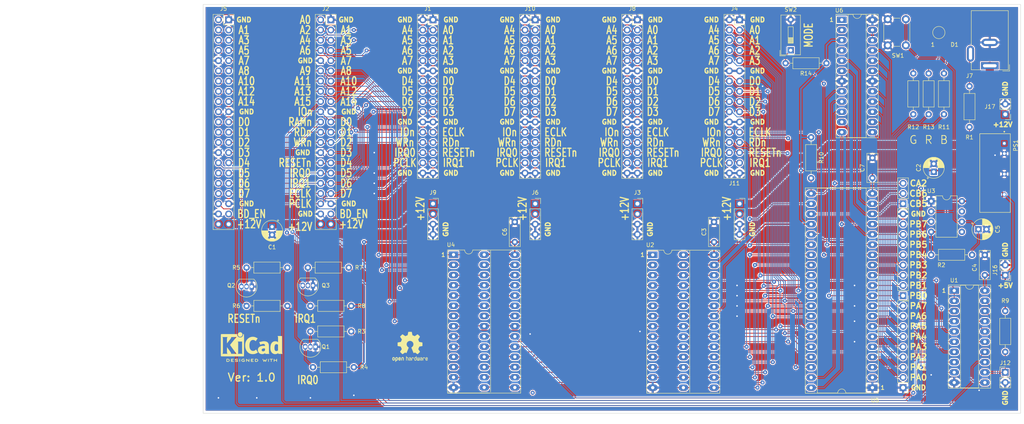
<source format=kicad_pcb>
(kicad_pcb (version 20211014) (generator pcbnew)
  (layers (0 "F.Cu" signal) (31 "B.Cu" signal) (34 "B.Paste" user) (35 "F.Paste" user) (36 "B.SilkS" user "B.Silkscreen") (37 "F.SilkS" user "F.Silkscreen") (38 "B.Mask" user) (39 "F.Mask" user) (44 "Edge.Cuts" user))
  (net 0 "")
  (net 1 "+5V")
  (net 2 "GND")
  (net 3 "Net-(D1-Pad1)")
  (net 4 "Net-(D1-Pad2)")
  (net 5 "Net-(D1-Pad3)")
  (net 6 "+12V")
  (net 7 "A0")
  (net 8 "A4")
  (net 9 "A1")
  (net 10 "A5")
  (net 11 "A2")
  (net 12 "A6")
  (net 13 "A3")
  (net 14 "A7")
  (net 15 "D0")
  (net 16 "D4")
  (net 17 "D1")
  (net 18 "D5")
  (net 19 "D2")
  (net 20 "D6")
  (net 21 "D3")
  (net 22 "D7")
  (net 23 "ECLK")
  (net 24 "~{IO}")
  (net 25 "~{RD}")
  (net 26 "~{WR}")
  (net 27 "~{RESET}")
  (net 28 "IRQ0")
  (net 29 "IRQ1")
  (net 30 "PCLK")
  (net 31 "A8")
  (net 32 "A9")
  (net 33 "A10")
  (net 34 "A11")
  (net 35 "A12")
  (net 36 "A13")
  (net 37 "A14")
  (net 38 "A15")
  (net 39 "~{RAM}")
  (net 40 "Net-(C5-Pad1)")
  (net 41 "Net-(J7-Pad3)")
  (net 42 "Net-(Q1-Pad2)")
  (net 43 "Net-(Q2-Pad2)")
  (net 44 "Net-(R3-Pad1)")
  (net 45 "BD_EN0")
  (net 46 "/MAIN_IO/PB3")
  (net 47 "/MAIN_IO/PB2")
  (net 48 "/MAIN_IO/PB1")
  (net 49 "/MAIN_IO/PB4")
  (net 50 "BD_EN1")
  (net 51 "Net-(J12-Pad1)")
  (net 52 "Net-(Q3-Pad2)")
  (net 53 "Net-(R5-Pad1)")
  (net 54 "/MAIN_IO/~{RAM1}")
  (net 55 "/MAIN_IO/~{RAM0}")
  (net 56 "/MAIN_IO/~{VIA_CS}")
  (net 57 "/MAIN_IO/PA0")
  (net 58 "/MAIN_IO/PA1")
  (net 59 "/MAIN_IO/PA2")
  (net 60 "/MAIN_IO/PA3")
  (net 61 "/MAIN_IO/PA4")
  (net 62 "/MAIN_IO/PA5")
  (net 63 "/MAIN_IO/PA6")
  (net 64 "/MAIN_IO/PA7")
  (net 65 "/MAIN_IO/PB0")
  (net 66 "/MAIN_IO/PB5")
  (net 67 "/MAIN_IO/PB6")
  (net 68 "/MAIN_IO/PB7")
  (net 69 "/MAIN_IO/CBUS5")
  (net 70 "/MAIN_IO/CBUS6")
  (net 71 "/MAIN_IO/~{VIA_IRQ}")
  (net 73 "Net-(R7-Pad1)")
  (net 74 "/MAIN_IO/CA2")
  (net 77 "Net-(U6-Pad22)")
  (footprint "Package_TO_SOT_THT:TO-92_Inline" (layer "F.Cu") (at 71.755 102.87 180)
    (fp_text reference "Q3")
    (fp_text value "2N3904")
  )
  (footprint "Connector_PinHeader_2.54mm:PinHeader_1x02_P2.54mm_Vertical" (layer "F.Cu") (at 243.84 60.325 180)
    (fp_text reference "J17")
    (fp_text value "Conn_01x02")
  )
  (footprint "Resistor_THT:R_Axial_DIN0207_L6.3mm_D2.5mm_P10.16mm_Horizontal" (layer "F.Cu") (at 225.425 95.25)
    (fp_text reference "R2")
    (fp_text value "10.1K")
  )
  (footprint "Connector_PinHeader_2.54mm:PinHeader_1x02_P2.54mm_Vertical" (layer "F.Cu") (at 243.84 100.33 180)
    (fp_text reference "J16")
    (fp_text value "Conn_01x02")
  )
  (footprint "Resistor_THT:R_Axial_DIN0207_L6.3mm_D2.5mm_P10.16mm_Horizontal" (layer "F.Cu") (at 81.28 114.3 180)
    (fp_text reference "R3")
    (fp_text value "10.1K")
  )
  (footprint "Resistor_THT:R_Axial_DIN0207_L6.3mm_D2.5mm_P10.16mm_Horizontal" (layer "F.Cu") (at 189.23 47.625)
    (fp_text reference "R14")
    (fp_text value "10.1K")
  )
  (footprint "Connector_PinSocket_2.54mm:PinSocket_2x16_P2.54mm_Vertical" (layer "F.Cu") (at 101.6 36.83)
    (fp_text reference "J1")
    (fp_text value "Conn_02x16_Odd_Even")
  )
  (footprint "Resistor_THT:R_Axial_DIN0207_L6.3mm_D2.5mm_P10.16mm_Horizontal" (layer "F.Cu") (at 234.95 63.5 90)
    (fp_text reference "R1")
    (fp_text value "10.1K")
  )
  (footprint "Connector_PinSocket_2.54mm:PinSocket_2x16_P2.54mm_Vertical" (layer "F.Cu") (at 127 36.83)
    (fp_text reference "J10")
    (fp_text value "Conn_02x16_Odd_Even")
  )
  (footprint "Connector_PinSocket_2.54mm:PinSocket_2x21_P2.54mm_Vertical" (layer "F.Cu") (at 76.2 36.83)
    (fp_text reference "J2")
    (fp_text value "Conn_02x21_Odd_Even")
  )
  (footprint "Connector_PinSocket_2.54mm:PinSocket_2x16_P2.54mm_Vertical" (layer "F.Cu") (at 177.8 36.83)
    (fp_text reference "J4")
    (fp_text value "Conn_02x16_Odd_Even")
  )
  (footprint "Resistor_THT:R_Axial_DIN0207_L6.3mm_D2.5mm_P10.16mm_Horizontal" (layer "F.Cu") (at 80.645 98.425 180)
    (fp_text reference "R7")
    (fp_text value "10.1K")
  )
  (footprint "Resistor_THT:R_Axial_DIN0207_L6.3mm_D2.5mm_P10.16mm_Horizontal" (layer "F.Cu") (at 220.98 60.325 90)
    (fp_text reference "R12")
    (fp_text value "2.1K")
  )
  (footprint "Connector_PinSocket_2.54mm:PinSocket_1x04_P2.54mm_Vertical" (layer "F.Cu") (at 177.8 82.55)
    (fp_text reference "J11")
    (fp_text value "Conn_01x04")
  )
  (footprint "Resistor_THT:R_Axial_DIN0207_L6.3mm_D2.5mm_P10.16mm_Horizontal" (layer "F.Cu") (at 195.58 66.04 -90)
    (fp_text reference "R10")
    (fp_text value "10.1K")
  )
  (footprint "Symbol:KiCad-Logo2_6mm_SilkScreen" (layer "F.Cu") (at 56.515 117.475)
    (fp_text reference "REF**" hide)
    (fp_text value "KiCad-Logo2_6mm_SilkScreen" hide)
  )
  (footprint "Package_DIP:DIP-8_W7.62mm" (layer "F.Cu") (at 225.435 81.925)
    (fp_text reference "U3")
    (fp_text value "LM555xN")
  )
  (footprint "Resistor_THT:R_Axial_DIN0207_L6.3mm_D2.5mm_P10.16mm_Horizontal" (layer "F.Cu") (at 224.79 60.325 90)
    (fp_text reference "R13")
    (fp_text value "3.3K")
  )
  (footprint "Resistor_THT:R_Axial_DIN0207_L6.3mm_D2.5mm_P10.16mm_Horizontal" (layer "F.Cu") (at 228.6 60.325 90)
    (fp_text reference "R11")
    (fp_text value "2.0K")
  )
  (footprint "JDL_FootLibrary:RGB_SMD_W7.8_H7.9" (layer "F.Cu") (at 227.33 40.005)
    (fp_text reference "D1")
    (fp_text value "LED_RGBK")
  )
  (footprint "Connector_PinSocket_2.54mm:PinSocket_1x04_P2.54mm_Vertical" (layer "F.Cu") (at 101.6 82.55)
    (fp_text reference "J9")
    (fp_text value "Conn_01x04")
  )
  (footprint "JDL_FootLibrary:DIP-28_W7.62mm_W15.64mm_LongPads" (layer "F.Cu") (at 114.3 111.76)
    (fp_text reference "U4")
    (fp_text value "KM62256CLP")
  )
  (footprint "Connector_BarrelJack:BarrelJack_Wuerth_6941xx301002" (layer "F.Cu") (at 239.995 48.26 180)
    (fp_text reference "J7")
    (fp_text value "Barrel_Jack_Switch")
  )
  (footprint "Package_TO_SOT_THT:TO-92_Inline" (layer "F.Cu") (at 56.515 103.145 180)
    (fp_text reference "Q2")
    (fp_text value "2N3904")
  )
  (footprint "Button_Switch_THT:SW_PUSH_6mm" (layer "F.Cu") (at 214.63 43.18 90)
    (fp_text reference "SW1")
    (fp_text value "SW_Push")
  )
  (footprint "Connector_PinHeader_2.54mm:PinHeader_1x02_P2.54mm_Vertical" (layer "F.Cu") (at 243.84 124.455)
    (fp_text reference "J12")
    (fp_text value "Conn_01x02")
  )
  (footprint "Capacitor_THT:C_Rect_L7.0mm_W2.5mm_P5.00mm" (layer "F.Cu") (at 121.92 92.075 90)
    (fp_text reference "C6")
    (fp_text value "0.1uF")
  )
  (footprint "Capacitor_THT:CP_Radial_D5.0mm_P2.00mm" (layer "F.Cu") (at 61.595 88.265 -90)
    (fp_text reference "C1")
    (fp_text value "47uF")
  )
  (footprint "Package_DIP:DIP-40_W15.24mm_Socket_LongPads" (layer "F.Cu") (at 210.82 128.27 180)
    (fp_text reference "U5")
    (fp_text value "G65SC22P-2")
  )
  (footprint "Connector_PinHeader_2.54mm:PinHeader_1x03_P2.54mm_Vertical" (layer "F.Cu") (at 218.44 82.55 180)
    (fp_text reference "J15" hide)
    (fp_text value "Conn_01x03")
  )
  (footprint "Package_DIP:DIP-24_W7.62mm_Socket_LongPads" (layer "F.Cu") (at 203.2 36.83)
    (fp_text reference "U6")
    (fp_text value "UMFT240XA")
  )
  (footprint "Resistor_THT:R_Axial_DIN0207_L6.3mm_D2.5mm_P10.16mm_Horizontal" (layer "F.Cu") (at 81.28 107.95 180)
    (fp_text reference "R8")
    (fp_text value "10.1K")
  )
  (footprint "Resistor_THT:R_Axial_DIN0207_L6.3mm_D2.5mm_P10.16mm_Horizontal" (layer "F.Cu") (at 65.405 98.425 180)
    (fp_text reference "R5")
    (fp_text value "10.1K")
  )
  (footprint "Package_DIP:DIP-20_W7.62mm_Socket_LongPads" (layer "F.Cu") (at 231.15 104.145)
    (fp_text reference "U1")
    (fp_text value "ATF16V8C")
  )
  (footprint "Capacitor_THT:CP_Radial_D5.0mm_P2.00mm" (layer "F.Cu") (at 237.169888 88.9)
    (fp_text reference "C5")
    (fp_text value "47uF")
  )
  (footprint "Connector_PinSocket_2.54mm:PinSocket_1x04_P2.54mm_Vertical" (layer "F.Cu") (at 152.4 82.55)
    (fp_text reference "J3")
    (fp_text value "Conn_01x04")
  )
  (footprint "Resistor_THT:R_Axial_DIN0207_L6.3mm_D2.5mm_P10.16mm_Horizontal" (layer "F.Cu") (at 243.84 109.22 -90)
    (fp_text reference "R9")
    (fp_text value "10.1K")
  )
  (footprint "Connector_PinSocket_2.54mm:PinSocket_2x16_P2.54mm_Vertical" (layer "F.Cu") (at 152.4 36.83)
    (fp_text reference "J8")
    (fp_text value "Conn_02x16_Odd_Even")
  )
  (footprint "Connector_PinSocket_2.54mm:PinSocket_2x21_P2.54mm_Vertical" (layer "F.Cu") (at 50.8 36.83)
    (fp_text reference "J5")
    (fp_text value "Conn_02x21_Odd_Even")
  )
  (footprint "Connector_PinHeader_2.54mm:PinHeader_1x09_P2.54mm_Vertical" (layer "F.Cu") (at 218.44 105.41 180)
    (fp_text reference "J14" hide)
    (fp_text value "Conn_01x09")
  )
  (footprint "Symbol:OSHW-Logo2_9.8x8mm_SilkScreen" (layer "F.Cu") (at 95.885 118.11)
    (fp_text reference "REF**" hide)
    (fp_text value "OSHW-Logo2_9.8x8mm_SilkScreen" hide)
  )
  (footprint "Capacitor_THT:C_Rect_L7.0mm_W2.5mm_P5.00mm" (layer "F.Cu") (at 238.76 100.29 90)
    (fp_text reference "C4")
    (fp_text value "0.1uF")
  )
  (footprint "TBA_2-1211:CONV_TBA_2-1211" (layer "F.Cu") (at 241.3 74.93 -90)
    (fp_text reference "PS1")
    (fp_text value "TBA_2-1211")
  )
  (footprint "JDL_FootLibrary:DIP-28_W7.62mm_W15.64mm_LongPads" (layer "F.Cu") (at 163.81 111.9)
    (fp_text reference "U2")
    (fp_text value "KM62256CLP")
  )
  (footprint "Connector_PinHeader_2.54mm:PinHeader_1x09_P2.54mm_Vertical" (layer "F.Cu") (at 218.44 128.27 180)
    (fp_text reference "J13" hide)
    (fp_text value "Conn_01x09")
  )
  (footprint "Button_Switch_THT:SW_DIP_SPSTx01_Slide_9.78x4.72mm_W7.62mm_P2.54mm" (layer "F.Cu") (at 190.5 44.4075 90)
    (fp_text reference "SW2")
    (fp_text value "SW_SPST")
  )
  (footprint "Package_TO_SOT_THT:TO-92_Inline" (layer "F.Cu") (at 72.39 118.11 180)
    (fp_text reference "Q1")
    (fp_text value "2N3904")
  )
  (footprint "Capacitor_THT:C_Rect_L7.0mm_W2.5mm_P5.00mm" (layer "F.Cu") (at 210.82 76.16 90)
    (fp_text reference "C7")
    (fp_text value "0.1uF")
  )
  (footprint "Capacitor_THT:CP_Radial_D5.0mm_P2.00mm" (layer "F.Cu") (at 226.06 74.615113 90)
    (fp_text reference "C2")
    (fp_text value "47uF")
  )
  (footprint "Connector_PinSocket_2.54mm:PinSocket_1x04_P2.54mm_Vertical" (layer "F.Cu") (at 127 82.55)
    (fp_text reference "J6")
    (fp_text value "Conn_01x04")
  )
  (footprint "Capacitor_THT:C_Rect_L7.0mm_W2.5mm_P5.00mm" (layer "F.Cu") (at 171.45 92.075 90)
    (fp_text reference "C3")
    (fp_text value "0.1uF")
  )
  (footprint "Resistor_THT:R_Axial_DIN0207_L6.3mm_D2.5mm_P10.16mm_Horizontal" (layer "F.Cu") (at 65.405 107.95 180)
    (fp_text reference "R6")
    (fp_text value "10.1K")
  )
  (footprint "Resistor_THT:R_Axial_DIN0207_L6.3mm_D2.5mm_P10.16mm_Horizontal" (layer "F.Cu") (at 81.915 123.19 180)
    (fp_text reference "R4")
    (fp_text value "10.1K")
  )
  (gr_rect locked (start 44.45 33.02) (end 247.65 134.62) (layer "Edge.Cuts") (width 0.1) (fill none))
  (gr_text "A13" (at 69.215 54.61) (layer "F.SilkS") (effects (font (size 2 1.5) (thickness 0.3))))
  (gr_text "+12V" (at 81.28 87.63) (layer "F.SilkS") (effects (font (size 2 1.5) (thickness 0.3))))
  (gr_text "D0" (at 181.61 52.07) (layer "F.SilkS") (effects (font (size 2 1.5) (thickness 0.3))))
  (gr_text "A5" (at 120.65 41.91) (layer "F.SilkS") (effects (font (size 2 1.5) (thickness 0.3))))
  (gr_text "PB2" (at 222.25 100.33) (layer "F.SilkS") (effects (font (size 1.5 1.5) (thickness 0.3))))
  (gr_text "A3" (at 181.61 46.99) (layer "F.SilkS") (effects (font (size 2 1.5) (thickness 0.3))))
  (gr_text "D7" (at 95.25 59.69) (layer "F.SilkS") (effects (font (size 2 1.5) (thickness 0.3))))
  (gr_text "PA1" (at 222.25 123.19) (layer "F.SilkS") (effects (font (size 1.5 1.5) (thickness 0.3))))
  (gr_text "RDn" (at 156.845 67.31) (layer "F.SilkS") (effects (font (size 2 1.5) (thickness 0.3))))
  (gr_text "A7" (at 120.65 46.99) (layer "F.SilkS") (effects (font (size 2 1.5) (thickness 0.3))))
  (gr_text "+5V" (at 243.84 102.87) (layer "F.SilkS") (effects (font (size 1.2 1.2) (thickness 0.3))))
  (gr_text "GND" (at 243.84 53.975 90) (layer "F.SilkS") (effects (font (size 1.2 1.2) (thickness 0.3))))
  (gr_text "GND" (at 155.575 88.9 90) (layer "F.SilkS") (effects (font (size 1.2 1.2) (thickness 0.3))))
  (gr_text "A6" (at 146.05 44.45) (layer "F.SilkS") (effects (font (size 2 1.5) (thickness 0.3))))
  (gr_text "D5" (at 146.05 54.61) (layer "F.SilkS") (effects (font (size 2 1.5) (thickness 0.3))))
  (gr_text "PCLK" (at 94.615 72.39) (layer "F.SilkS") (effects (font (size 2 1.5) (thickness 0.3))))
  (gr_text "D3" (at 156.21 59.69) (layer "F.SilkS") (effects (font (size 2 1.5) (thickness 0.3))))
  (gr_text "D1" (at 130.81 54.61) (layer "F.SilkS") (effects (font (size 2 1.5) (thickness 0.3))))
  (gr_text "PCLK" (at 145.415 72.39) (layer "F.SilkS") (effects (font (size 2 1.5) (thickness 0.3))))
  (gr_text "D4" (at 80.01 72.39) (layer "F.SilkS") (effects (font (size 2 1.5) (thickness 0.3))))
  (gr_text "ECLK" (at 182.88 64.77) (layer "F.SilkS") (effects (font (size 2 1.5) (thickness 0.3))))
  (gr_text "A0" (at 181.61 39.37) (layer "F.SilkS") (effects (font (size 2 1.5) (thickness 0.3))))
  (gr_text "+12V" (at 243.205 62.865) (layer "F.SilkS") (effects (font (size 1.2 1.2) (thickness 0.3))))
  (gr_text "D5" (at 171.45 54.61) (layer "F.SilkS") (effects (font (size 2 1.5) (thickness 0.3))))
  (gr_text "IOn" (at 69.85 59.69) (layer "F.SilkS") (effects (font (size 2 1.5) (thickness 0.3))))
  (gr_text "CB6" (at 222.25 80.01) (layer "F.SilkS") (effects (font (size 1.5 1.5) (thickness 0.3))))
  (gr_text "A3" (at 156.21 46.99) (layer "F.SilkS") (effects (font (size 2 1.5) (thickness 0.3))))
  (gr_text "GND" (at 243.84 130.81 90) (layer "F.SilkS") (effects (font (size 1.2 1.2) (thickness 0.3))))
  (gr_text "GND" (at 106.045 74.93) (layer "F.SilkS") (effects (font (size 1.2 1.2) (thickness 0.3))))
  (gr_text "GND" (at 222.25 85.09) (layer "F.SilkS") (effects (font (size 1.2 1.2) (thickness 0.3))))
  (gr_text "GND" (at 131.445 74.93) (layer "F.SilkS") (effects (font (size 1.2 1.2) (thickness 0.3))))
  (gr_text "IRQ0" (at 120.015 69.85) (layer "F.SilkS") (effects (font (size 2 1.5) (thickness 0.3))))
  (gr_text "D0" (at 54.61 62.23) (layer "F.SilkS") (effects (font (size 2 1.5) (thickness 0.3))))
  (gr_text "D3" (at 181.61 59.69) (layer "F.SilkS") (effects (font (size 2 1.5) (thickness 0.3))))
  (gr_text "GND" (at 130.175 88.9 90) (layer "F.SilkS") (effects (font (size 1.2 1.2) (thickness 0.3))))
  (gr_text "A11" (at 69.215 52.07) (layer "F.SilkS") (effects (font (size 2 1.5) (thickness 0.3))))
  (gr_text "D4" (at 171.45 52.07) (layer "F.SilkS") (effects (font (size 2 1.5) (thickness 0.3))))
  (gr_text "GND" (at 80.01 36.83) (layer "F.SilkS") (effects (font (size 1.2 1.2) (thickness 0.3))))
  (gr_text "A7" (at 146.05 46.99) (layer "F.SilkS") (effects (font (size 2 1.5) (thickness 0.3))))
  (gr_text "RDn" (at 106.045 67.31) (layer "F.SilkS") (effects (font (size 2 1.5) (thickness 0.3))))
  (gr_text "Ver: 1.0" (at 56.515 125.73) (layer "F.SilkS") (effects (font (size 2 2) (thickness 0.3))))
  (gr_text "GND" (at 55.245 82.55) (layer "F.SilkS") (effects (font (size 1.2 1.2) (thickness 0.3))))
  (gr_text "D0" (at 130.81 52.07) (layer "F.SilkS") (effects (font (size 2 1.5) (thickness 0.3))))
  (gr_text "GND" (at 120.015 74.93) (layer "F.SilkS") (effects (font (size 1.2 1.2) (thickness 0.3))))
  (gr_text "A4" (at 171.45 39.37) (layer "F.SilkS") (effects (font (size 2 1.5) (thickness 0.3))))
  (gr_text "+12V" (at 98.425 83.82 90) (layer "F.SilkS") (effects (font (size 2 1.5) (thickness 0.3))))
  (gr_text "A1" (at 105.41 41.91) (layer "F.SilkS") (effects (font (size 2 1.5) (thickness 0.3))))
  (gr_text "D7" (at 146.05 59.69) (layer "F.SilkS") (effects (font (size 2 1.5) (thickness 0.3))))
  (gr_text "D2" (at 181.61 57.15) (layer "F.SilkS") (effects (font (size 2 1.5) (thickness 0.3))))
  (gr_text "D5" (at 54.61 74.93) (layer "F.SilkS") (effects (font (size 2 1.5) (thickness 0.3))))
  (gr_text "GND" (at 243.84 93.98 90) (layer "F.SilkS") (effects (font (size 1.2 1.2) (thickness 0.3))))
  (gr_text "A2" (at 130.81 44.45) (layer "F.SilkS") (effects (font (size 2 1.5) (thickness 0.3))))
  (gr_text "A3" (at 80.01 41.91) (layer "F.SilkS") (effects (font (size 2 1.5) (thickness 0.3))))
  (gr_text "D4" (at 54.61 72.39) (layer "F.SilkS") (effects (font (size 2 1.5) (thickness 0.3))))
  (gr_text "D1" (at 105.41 54.61) (layer "F.SilkS") (effects (font (size 2 1.5) (thickness 0.3))))
  (gr_text "IRQ1" (at 132.08 72.39) (layer "F.SilkS") (effects (font (size 2 1.5) (thickness 0.3))))
  (gr_text "GND" (at 180.975 88.9 90) (layer "F.SilkS") (effects (font (size 1.2 1.2) (thickness 0.3))))
  (gr_text "GND" (at 156.845 49.53) (layer "F.SilkS") (effects (font (size 1.2 1.2) (thickness 0.3))))
  (gr_text "A0" (at 156.21 39.37) (layer "F.SilkS") (effects (font (size 2 1.5) (thickness 0.3))))
  (gr_text "A5" (at 171.45 41.91) (layer "F.SilkS") (effects (font (size 2 1.5) (thickness 0.3))))
  (gr_text "PA6" (at 222.25 110.49) (layer "F.SilkS") (effects (font (size 1.5 1.5) (thickness 0.3))))
  (gr_text "RESETn" (at 184.15 69.85) (layer "F.SilkS") (effects (font (size 2 1.5) (thickness 0.3))))
  (gr_text "A2" (at 69.85 39.37) (layer "F.SilkS") (effects (font (size 2 1.5) (thickness 0.3))))
  (gr_text "D6" (at 80.01 77.47) (layer "F.SilkS") (effects (font (size 2 1.5) (thickness 0.3))))
  (gr_text "GND" (at 94.615 49.53) (layer "F.SilkS") (effects (font (size 1.2 1.2) (thickness 0.3))))
  (gr_text "GND" (at 145.415 49.53) (layer "F.SilkS") (effects (font (size 1.2 1.2) (thickness 0.3))))
  (gr_text "PB1" (at 222.25 102.87) (layer "F.SilkS") (effects (font (size 1.5 1.5) (thickness 0.3))))
  (gr_text "PA0" (at 222.25 125.73) (layer "F.SilkS") (effects (font (size 1.5 1.5) (thickness 0.3))))
  (gr_text "D7" (at 120.65 59.69) (layer "F.SilkS") (effects (font (size 2 1.5) (thickness 0.3))))
  (gr_text "D4" (at 95.25 52.07) (layer "F.SilkS") (effects (font (size 2 1.5) (thickness 0.3))))
  (gr_text "PCLK" (at 170.815 72.39) (layer "F.SilkS") (effects (font (size 2 1.5) (thickness 0.3))))
  (gr_text "A8" (at 80.01 49.53) (layer "F.SilkS") (effects (font (size 2 1.5) (thickness 0.3))))
  (gr_text "A8" (at 54.61 49.53) (layer "F.SilkS") (effects (font (size 2 1.5) (thickness 0.3))))
  (gr_text "D6" (at 120.65 57.15) (layer "F.SilkS") (effects (font (size 2 1.5) (thickness 0.3))))
  (gr_text "A1" (at 80.01 39.37) (layer "F.SilkS") (effects (font (size 2 1.5) (thickness 0.3))))
  (gr_text "ECLK" (at 132.08 64.77) (layer "F.SilkS") (effects (font (size 2 1.5) (thickness 0.3))))
  (gr_text "A10" (at 80.645 52.07) (layer "F.SilkS") (effects (font (size 2 1.5) (thickness 0.3))))
  (gr_text "D6" (at 95.25 57.15) (layer "F.SilkS") (effects (font (size 2 1.5) (thickness 0.3))))
  (gr_text "D4" (at 146.05 52.07) (layer "F.SilkS") (effects (font (size 2 1.5) (thickness 0.3))))
  (gr_text "A0" (at 105.41 39.37) (layer "F.SilkS") (effects (font (size 2 1.5) (thickness 0.3))))
  (gr_text "D6" (at 171.45 57.15) (layer "F.SilkS") (effects (font (size 2 1.5) (thickness 0.3))))
  (gr_text "+12V" (at 149.225 83.82 90) (layer "F.SilkS") (effects (font (size 2 1.5) (thickness 0.3))))
  (gr_text "PB0" (at 222.25 105.41) (layer "F.SilkS") (effects (font (size 1.5 1.5) (thickness 0.3))))
  (gr_text "GND" (at 131.445 49.53) (layer "F.SilkS") (effects (font (size 1.2 1.2) (thickness 0.3))))
  (gr_text "A7" (at 171.45 46.99) (layer "F.SilkS") (effects (font (size 2 1.5) (thickness 0.3))))
  (gr_text "PCLK" (at 120.015 72.39) (layer "F.SilkS") (effects (font (size 2 1.5) (thickness 0.3))))
  (gr_text "D2" (at 80.01 67.31) (layer "F.SilkS") (effects (font (size 2 1.5) (thickness 0.3))))
  (gr_text "GND" (at 54.61 36.83) (layer "F.SilkS") (effects (font (size 1.2 1.2) (thickness 0.3))))
  (gr_text "BD_EN" (at 81.915 85.09) (layer "F.SilkS") (effects (font (size 2 1.5) (thickness 0.3))))
  (gr_text "GND" (at 145.415 62.23) (layer "F.SilkS") (effects (font (size 1.2 1.2) (thickness 0.3))))
  (gr_text "PA2" (at 222.25 120.65) (layer "F.SilkS") (effects (font (size 1.5 1.5) (thickness 0.3))))
  (gr_text "RDn" (at 182.245 67.31) (layer "F.SilkS") (effects (font (size 2 1.5) (thickness 0.3))))
  (gr_text "1" (at 223.52 81.28) (layer "F.SilkS") (effects (font (size 1 1) (thickness 0.2))))
  (gr_text "GND" (at 156.845 36.83) (layer "F.SilkS") (effects (font (size 1.2 1.2) (thickness 0.3))))
  (gr_text "GND" (at 94.615 36.83) (layer "F.SilkS") (effects (font (size 1.2 1.2) (thickness 0.3))))
  (gr_text "D3" (at 105.41 59.69) (layer "F.SilkS") (effects (font (size 2 1.5) (thickness 0.3))))
  (gr_text "GND" (at 170.815 49.53) (layer "F.SilkS") (effects (font (size 1.2 1.2) (thickness 0.3))))
  (gr_text "GND" (at 106.045 62.23) (layer "F.SilkS") (effects (font (size 1.2 1.2) (thickness 0.3))))
  (gr_text "RESETn" (at 54.61 111.125) (layer "F.SilkS") (effects (font (size 2 1.5) (thickness 0.3))))
  (gr_text "GND" (at 94.615 62.23) (layer "F.SilkS") (effects (font (size 1.2 1.2) (thickness 0.3))))
  (gr_text "WRn" (at 69.215 67.31) (layer "F.SilkS") (effects (font (size 2 1.5) (thickness 0.3))))
  (gr_text "GND" (at 120.015 36.83) (layer "F.SilkS") (effects (font (size 1.2 1.2) (thickness 0.3))))
  (gr_text "D2" (at 156.21 57.15) (layer "F.SilkS") (effects (font (size 2 1.5) (thickness 0.3))))
  (gr_text "WRn" (at 145.415 67.31) (layer "F.SilkS") (effects (font (size 2 1.5) (thickness 0.3))))
  (gr_text "D4" (at 120.65 52.07) (layer "F.SilkS") (effects (font (size 2 1.5) (thickness 0.3))))
  (gr_text "CA2" (at 222.25 77.47) (layer "F.SilkS") (effects (font (size 1.5 1.5) (thickness 0.3))))
  (gr_text "B" (at 228.6 66.675) (layer "F.SilkS") (effects (font (size 2 2) (thickness 0.2))))
  (gr_text "IOn" (at 120.65 64.77) (layer "F.SilkS") (effects (font (size 2 1.5) (thickness 0.3))))
  (gr_text "GND" (at 222.25 128.27) (layer "F.SilkS") (effects (font (size 1.2 1.2) (thickness 0.3))))
  (gr_text "GND" (at 104.775 88.9 90) (layer "F.SilkS") (effects (font (size 1.2 1.2) (thickness 0.3))))
  (gr_text "GND" (at 170.815 62.23) (layer "F.SilkS") (effects (font (size 1.2 1.2) (thickness 0.3))))
  (gr_text "GND" (at 69.85 46.99) (layer "F.SilkS") (effects (font (size 1.2 1.2) (thickness 0.3))))
  (gr_text "PB4" (at 222.25 95.25) (layer "F.SilkS") (effects (font (size 1.5 1.5) (thickness 0.3))))
  (gr_text "PB5" (at 222.25 92.71) (layer "F.SilkS") (effects (font (size 1.5 1.5) (thickness 0.3))))
  (gr_text "D5" (at 95.25 54.61) (layer "F.SilkS") (effects (font (size 2 1.5) (thickness 0.3))))
  (gr_text "A2" (at 181.61 44.45) (layer "F.SilkS") (effects (font (size 2 1.5) (thickness 0.3))))
  (gr_text "+12V" (at 68.58 88.265) (layer "F.SilkS") (effects (font (size 2 1.5) (thickness 0.3))))
  (gr_text "A5" (at 54.61 44.45) (layer "F.SilkS") (effects (font (size 2 1.5) (thickness 0.3))))
  (gr_text "+12V" (at 174.625 83.82 90) (layer "F.SilkS") (effects (font (size 2 1.5) (thickness 0.3))))
  (gr_text "GND" (at 106.045 49.53) (layer "F.SilkS") (effects (font (size 1.2 1.2) (thickness 0.3))))
  (gr_text "GND" (at 80.645 82.55) (layer "F.SilkS") (effects (font (size 1.2 1.2) (thickness 0.3))))
  (gr_text "RDn" (at 69.215 64.77) (layer "F.SilkS") (effects (font (size 2 1.5) (thickness 0.3))))
  (gr_text "A4" (at 95.25 39.37) (layer "F.SilkS") (effects (font (size 2 1.5) (thickness 0.3))))
  (gr_text "D1" (at 181.61 54.61) (layer "F.SilkS") (effects (font (size 2 1.5) (thickness 0.3))))
  (gr_text "GND" (at 170.815 36.83) (layer "F.SilkS") (effects (font (size 1.2 1.2) (thickness 0.3))))
  (gr_text "GND" (at 80.645 59.69) (layer "F.SilkS") (effects (font (size 1.2 1.2) (thickness 0.3))))
  (gr_text "A6" (at 95.25 44.45) (layer "F.SilkS") (effects (font (size 2 1.5) (thickness 0.3))))
  (gr_text "A4" (at 69.85 41.91) (layer "F.SilkS") (effects (font (size 2 1.5) (thickness 0.3))))
  (gr_text "GND" (at 69.85 85.09) (layer "F.SilkS") (effects (font (size 1.2 1.2) (thickness 0.3))))
  (gr_text "A6" (at 120.65 44.45) (layer "F.SilkS") (effects (font (size 2 1.5) (thickness 0.3))))
  (gr_text "D1" (at 54.61 64.77) (layer "F.SilkS") (effects (font (size 2 1.5) (thickness 0.3))))
  (gr_text "A6" (at 171.45 44.45) (layer "F.SilkS") (effects (font (size 2 1.5) (thickness 0.3))))
  (gr_text "D2" (at 54.61 67.31) (layer "F.SilkS") (effects (font (size 2 1.5) (thickness 0.3))))
  (gr_text "D0" (at 156.21 52.07) (layer "F.SilkS") (effects (font (size 2 1.5) (thickness 0.3))))
  (gr_text "D1" (at 156.21 54.61) (layer "F.SilkS") (effects (font (size 2 1.5) (thickness 0.3))))
  (gr_text "IRQ0" (at 94.615 69.85) (layer "F.SilkS") (effects (font (size 2 1.5) (thickness 0.3))))
  (gr_text "GND" (at 120.015 49.53) (layer "F.SilkS") (effects (font (size 1.2 1.2) (thickness 0.3))))
  (gr_text "PA7" (at 222.25 107.95) (layer "F.SilkS") (effects (font (size 1.5 1.5) (thickness 0.3))))
  (gr_text "IRQ1" (at 182.88 72.39) (layer "F.SilkS") (effects (font (size 2 1.5) (thickness 0.3))))
  (gr_text "A1" (at 156.21 41.91) (layer "F.SilkS") (effects (font (size 2 1.5) (thickness 0.3))))
  (gr_text "RDn" (at 131.445 67.31) (layer "F.SilkS") (effects (font (size 2 1.5) (thickness 0.3))))
  (gr_text "ECLK" (at 157.48 64.77) (layer "F.SilkS") (effects (font (size 2 1.5) (thickness 0.3))))
  (gr_text "D3" (at 80.01 69.85) (layer "F.SilkS") (effects (font (size 2 1.5) (thickness 0.3))))
  (gr_text "IRQ1" (at 106.68 72.39) (layer "F.SilkS") (effects (font (size 2 1.5) (thickness 0.3))))
  (gr_text "ECLK" (at 106.68 64.77) (layer "F.SilkS") (effects (font (size 2 1.5) (thickness 0.3))))
  (gr_text "A7" (at 54.61 46.99) (layer "F.SilkS") (effects (font (size 2 1.5) (thickness 0.3))))
  (gr_text "A5" (at 146.05 41.91) (layer "F.SilkS") (effects (font (size 2 1.5) (thickness 0.3))))
  (gr_text "A2" (at 105.41 44.45) (layer "F.SilkS") (effects (font (size 2 1.5) (thickness 0.3))))
  (gr_text "IRQ1" (at 157.48 72.39) (layer "F.SilkS") (effects (font (size 2 1.5) (thickness 0.3))))
  (gr_text "GND" (at 156.845 62.23) (layer "F.SilkS") (effects (font (size 1.2 1.2) (thickness 0.3))))
  (gr_text "IOn" (at 171.45 64.77) (layer "F.SilkS") (effects (font (size 2 1.5) (thickness 0.3))))
  (gr_text "D3" (at 130.81 59.69) (layer "F.SilkS") (effects (font (size 2 1.5) (thickness 0.3))))
  (gr_text "PA5" (at 222.25 113.03) (layer "F.SilkS") (effects (font (size 1.5 1.5) (thickness 0.3))))
  (gr_text "A5" (at 80.01 44.45) (layer "F.SilkS") (effects (font (size 2 1.5) (thickness 0.3))))
  (gr_text "A2" (at 156.21 44.45) (layer "F.SilkS") (effects (font (size 2 1.5) (thickness 0.3))))
  (gr_text "D0" (at 80.01 62.23) (layer "F.SilkS") (effects (font (size 2 1.5) (thickness 0.3))))
  (gr_text "G" (at 220.98 66.675) (layer "F.SilkS") (effects (font (size 2 2) (thickness 0.2))))
  (gr_text "A12" (at 55.245 54.61) (layer "F.SilkS") (effects (font (size 2 1.5) (thickness 0.3))))
  (gr_text "GND" (at 182.245 36.83) (layer "F.SilkS") (effects (font (size 1.2 1.2) (thickness 0.3))))
  (gr_text "R" (at 224.79 66.675) (layer "F.SilkS") (effects (font (size 2 2) (thickness 0.2))))
  (gr_text "PB6" (at 222.25 90.17) (layer "F.SilkS") (effects (font (size 1.5 1.5) (thickness 0.3))))
  (gr_text "D7" (at 171.45 59.69) (layer "F.SilkS") (effects (font (size 2 1.5) (thickness 0.3))))
  (gr_text "BD_EN" (at 56.515 85.09) (layer "F.SilkS") (effects (font (size 2 1.5) (thickness 0.3))))
  (gr_text "A7" (at 95.25 46.99) (layer "F.SilkS") (effects (font (size 2 1.5) (thickness 0.3))))
  (gr_text "D6" (at 146.05 57.15) (layer "F.SilkS") (effects (font (size 2 1.5) (thickness 0.3))))
  (gr_text "A1" (at 54.61 39.37) (layer "F.SilkS") (effects (font (size 2 1.5) (thickness 0.3))))
  (gr_text "GND" (at 55.245 59.69) (layer "F.SilkS") (effects (font (size 1.2 1.2) (thickness 0.3))))
  (gr_text "A0" (at 69.85 36.83) (layer "F.SilkS") (effects (font (size 2 1.5) (thickness 0.3))))
  (gr_text "GND" (at 94.615 74.93) (layer "F.SilkS") (effects (font (size 1.2 1.2) (thickness 0.3))))
  (gr_text "GND" (at 182.245 49.53) (layer "F.SilkS") (effects (font (size 1.2 1.2) (thickness 0.3))))
  (gr_text "GND" (at 106.045 36.83) (layer "F.SilkS") (effects (font (size 1.2 1.2) (thickness 0.3))))
  (gr_text "A5" (at 95.25 41.91) (layer "F.SilkS") (effects (font (size 2 1.5) (thickness 0.3))))
  (gr_text "A4" (at 120.65 39.37) (layer "F.SilkS") (effects (font (size 2 1.5) (thickness 0.3))))
  (gr_text "A14" (at 80.645 57.15) (layer "F.SilkS") (effects (font (size 2 1.5) (thickness 0.3))))
  (gr_text "IRQ0" (at 68.58 74.93) (layer "F.SilkS") (effects (font (size 2 1.5) (thickness 0.3))))
  (gr_text "GND" (at 156.845 74.93) (layer "F.SilkS") (effects (font (size 1.2 1.2) (thickness 0.3))))
  (gr_text "A6" (at 69.85 44.45) (layer "F.SilkS") (effects (font (size 2 1.5) (thickness 0.3))))
  (gr_text "+12V" (at 55.88 87.63) (layer "F.SilkS") (effects (font (size 2 1.5) (thickness 0.3))))
  (gr_text "A3" (at 54.61 41.91) (layer "F.SilkS") (effects (font (size 2 1.5) (thickness 0.3))))
  (gr_text "A0" (at 130.81 39.37) (layer "F.SilkS") (effects (font (size 2 1.5) (thickness 0.3))))
  (gr_text "IRQ0" (at 170.815 69.85) (layer "F.SilkS") (effects (font (size 2 1.5) (thickness 0.3))))
  (gr_text "1" (at 153.67 95.25) (layer "F.SilkS") (effects (font (size 1 1) (thickness 0.2))))
  (gr_text "1" (at 228.6 104.14) (layer "F.SilkS") (effects (font (size 1 1) (thickness 0.2))))
  (gr_text "RESETn" (at 67.31 72.39) (layer "F.SilkS") (effects (font (size 2 1.5) (thickness 0.3))))
  (gr_text "+12V" (at 123.825 83.82 90) (layer "F.SilkS") (effects (font (size 2 1.5) (thickness 0.3))))
  (gr_text "D3" (at 54.61 69.85) (layer "F.SilkS") (effects (font (size 2 1.5) (thickness 0.3))))
  (gr_text "RAMn" (at 68.58 62.23) (layer "F.SilkS") (effects (font (size 2 1.5) (thickness 0.3))))
  (gr_text "A15" (at 69.215 57.15) (layer "F.SilkS") (effects (font (size 2 1.5) (thickness 0.3))))
  (gr_text "GND" (at 145.415 74.93) (layer "F.SilkS") (effects (font (size 1.2 1.2) (thickness 0.3))))
  (gr_text "D2" (at 105.41 57.15) (layer "F.SilkS") (effects (font (size 2 1.5) (thickness 0.3))))
  (gr_text "A4" (at 146.05 39.37) (layer "F.SilkS") (effects (font (size 2 1.5) (thickness 0.3))))
  (gr_text "WRn" (at 94.615 67.31) (layer "F.SilkS") (effects (font (size 2 1.5) (thickness 0.3))))
  (gr_text "D0" (at 105.41 52.07) (layer "F.SilkS") (effects (font (size 2 1.5) (thickness 0.3))))
  (gr_text "GND" (at 182.245 62.23) (layer "F.SilkS") (effects (font (size 1.2 1.2) (thickness 0.3))))
  (gr_text "D1" (at 80.01 64.77) (layer "F.SilkS") (effects (font (size 2 1.5) (thickness 0.3))))
  (gr_text "PA3" (at 222.25 118.11) (layer "F.SilkS") (effects (font (size 1.5 1.5) (thickness 0.3))))
  (gr_text "GND" (at 120.015 62.23) (layer "F.SilkS") (effects (font (size 1.2 1.2) (thickness 0.3))))
  (gr_text "PB3" (at 222.25 97.79) (layer "F.SilkS") (effects (font (size 1.5 1.5) (thickness 0.3))))
  (gr_text "D7" (at 54.61 80.01) (layer "F.SilkS") (effects (font (size 2 1.5) (thickness 0.3))))
  (gr_text "GND" (at 131.445 36.83) (layer "F.SilkS") (effects (font (size 1.2 1.2) (thickness 0.3))))
  (gr_text "RESETn" (at 158.75 69.85) (layer "F.SilkS") (effects (font (size 2 1.5) (thickness 0.3))))
  (gr_text "GND" (at 182.245 74.93) (layer "F.SilkS") (effects (font (size 1.2 1.2) (thickness 0.3))))
  (gr_text "D6" (at 54.61 77.47) (layer "F.SilkS") (effects (font (size 2 1.5) (thickness 0.3))))
  (gr_text "PA4" (at 222.25 115.57) (layer "F.SilkS") (effects (font (size 1.5 1.5) (thickness 0.3))))
  (gr_text "A9" (at 69.85 49.53) (layer "F.SilkS") (effects (font (size 2 1.5) (thickness 0.3))))
  (gr_text "A7" (at 80.01 46.99) (layer "F.SilkS") (effects (font (size 2 1.5) (thickness 0.3))))
  (gr_text "A1" (at 181.61 41.91) (layer "F.SilkS") (effects (font (size 2 1.5) (thickness 0.3))))
  (gr_text "RESETn" (at 107.95 69.85) (layer "F.SilkS") (effects (font (size 2 1.5) (thickness 0.3))))
  (gr_text "1" (at 104.14 95.25) (layer "F.SilkS") (effects (font (size 1 1) (thickness 0.2))))
  (gr_text "D5" (at 120.65 54.61) (layer "F.SilkS") (effects (font (size 2 1.5) (thickness 0.3))))
  (gr_text "RESETn" (at 133.35 69.85) (layer "F.SilkS") (effects (font (size 2 1.5) (thickness 0.3))))
  (gr_text "A12" (at 80.645 54.61) (layer "F.SilkS") (effects (font (size 2 1.5) (thickness 0.3))))
  (gr_text "CB5" (at 222.25 82.55) (layer "F.SilkS") (effects (font (size 1.5 1.5) (thickness 0.3))))
  (gr_text "D2" (at 130.81 57.15) (layer "F.SilkS") (effects (font (size 2 1.5) (thickness 0.3))))
  (gr_text "WRn" (at 120.015 67.31) (layer "F.SilkS") (effects (font (size 2 1.5) (thickness 0.3))))
  (gr_text "A3" (at 130.81 46.99) (layer "F.SilkS") (effects (font (size 2 1.5) (thickness 0.3))))
  (gr_text "IOn" (at 146.05 64.77) (layer "F.SilkS") (effects (font (size 2 1.5) (thickness 0.3))))
  (gr_text "IRQ0" (at 70.485 126.365) (layer "F.SilkS") (effects (font (size 2 1.5) (thickness 0.3))))
  (gr_text "IOn" (at 95.25 64.77) (layer "F.SilkS") (effects (font (size 2 1.5) (thickness 0.3))))
  (gr_text "GND" (at 170.815 74.93) (layer "F.SilkS") (effects (font (size 1.2 1.2) (thickness 0.3))))
  (gr_text "GND" (at 131.445 62.23) (layer "F.SilkS") (effects (font (size 1.2 1.2) (thickness 0.3))))
  (gr_text "ECLK" (at 68.58 80.01) (layer "F.SilkS") (effects (font (size 2 1.5) (thickness 0.3))))
  (gr_text "A1" (at 130.81 41.91) (layer "F.SilkS") (effects (font (size 2 1.5) (thickness 0.3))))
  (gr_text "IRQ0" (at 145.415 69.85) (layer "F.SilkS") (effects (font (size 2 1.5) (thickness 0.3))))
  (gr_text "PCLK" (at 68.58 82.55) (layer "F.SilkS") (effects (font (size 2 1.5) (thickness 0.3))))
  (gr_text "A10" (at 55.245 52.07) (layer "F.SilkS") (effects (font (size 2 1.5) (thickness 0.3))))
  (gr_text "1" (at 213.36 128.27) (layer "F.SilkS") (effects (font (size 1 1) (thickness 0.2))))
  (gr_text "PB7" (at 222.25 87.63) (layer "F.SilkS") (effects (font (size 1.5 1.5) (thickness 0.3))))
  (gr_text "IRQ1" (at 69.85 111.125) (layer "F.SilkS") (effects (font (size 2 1.5) (thickness 0.3))))
  (gr_text "A3" (at 105.41 46.99) (layer "F.SilkS") (effects (font (size 2 1.5) (thickness 0.3))))
  (gr_text "MODE" (at 194.945 40.64 90) (layer "F.SilkS") (effects (font (size 2 1.5) (thickness 0.3))))
  (gr_text "GND" (at 145.415 36.83) (layer "F.SilkS") (effects (font (size 1.2 1.2) (thickness 0.3))))
  (gr_text "IRQ1" (at 68.58 77.47) (layer "F.SilkS") (effects (font (size 2 1.5) (thickness 0.3))))
  (gr_text "A14" (at 55.245 57.15) (layer "F.SilkS") (effects (font (size 2 1.5) (thickness 0.3))))
  (gr_text "D5" (at 80.01 74.93) (layer "F.SilkS") (effects (font (size 2 1.5) (thickness 0.3))))
  (gr_text "D7" (at 80.01 80.01) (layer "F.SilkS") (effects (font (size 2 1.5) (thickness 0.3))))
  (gr_text "GND" (at 69.215 69.85) (layer "F.SilkS") (effects (font (size 1.2 1.2) (thickness 0.3))))
  (gr_text "1" (at 200.66 36.83) (layer "F.SilkS") (effects (font (size 1 1) (thickness 0.2))))
  (gr_text "WRn" (at 170.815 67.31) (layer "F.SilkS") (effects (font (size 2 1.5) (thickness 0.3))))
  (via (at 126.365 129.54) (size 1.016) (drill 0.381) (layers "F.Cu" "B.Cu") (net 0))
  (segment (start 171.45 95.25) (end 171.45 92.075) (width 0.381) (layer "F.Cu") (net 1))
  (segment (start 243.84 100.33) (end 243.84 109.22) (width 0.381) (layer "F.Cu") (net 1))
  (segment (start 229.235 88.9) (end 228.59 89.545) (width 0.381) (layer "F.Cu") (net 1))
  (segment (start 230.495 81.925) (end 229.235 83.185) (width 0.381) (layer "F.Cu") (net 1))
  (segment (start 81.28 107.95) (end 78.74 110.49) (width 0.381) (layer "F.Cu") (net 1))
  (segment (start 238.76 100.29) (end 243.8 100.29) (width 0.381) (layer "F.Cu") (net 1))
  (segment (start 114.32 95.11) (end 121.94 95.11) (width 0.381) (layer "F.Cu") (net 1))
  (segment (start 171.45 92.075) (end 179.705 92.075) (width 0.381) (layer "F.Cu") (net 1))
  (segment (start 228.59 89.545) (end 225.435 89.545) (width 0.381) (layer "F.Cu") (net 1))
  (segment (start 229.235 83.185) (end 229.235 88.9) (width 0.381) (layer "F.Cu") (net 1))
  (segment (start 233.055 81.925) (end 230.495 81.925) (width 0.381) (layer "F.Cu") (net 1))
  (segment (start 78.74 110.49) (end 67.945 110.49) (width 0.381) (layer "F.Cu") (net 1))
  (segment (start 121.92 92.075) (end 84.455 92.075) (width 0.381) (layer "F.Cu") (net 1))
  (segment (start 179.705 92.075) (end 184.15 87.63) (width 0.381) (layer "F.Cu") (net 1))
  (segment (start 233.065 81.915) (end 233.055 81.925) (width 0.381) (layer "F.Cu") (net 1))
  (segment (start 210.82 74.295) (end 210.82 76.16) (width 0.381) (layer "F.Cu") (net 1))
  (segment (start 163.83 95.25) (end 171.45 95.25) (width 0.381) (layer "F.Cu") (net 1))
  (segment (start 210.82 74.295) (end 237.64 74.295) (width 0.381) (layer "F.Cu") (net 1))
  (segment (start 241.94 81.915) (end 233.065 81.915) (width 0.381) (layer "F.Cu") (net 1))
  (segment (start 67.945 110.49) (end 65.405 107.95) (width 0.381) (layer "F.Cu") (net 1))
  (segment (start 121.92 92.075) (end 171.45 92.075) (width 0.381) (layer "F.Cu") (net 1))
  (segment (start 210.82 74.295) (end 193.04 74.295) (width 0.381) (layer "F.Cu") (net 1))
  (segment (start 121.92 95.09) (end 121.94 95.11) (width 0.381) (layer "F.Cu") (net 1))
  (segment (start 243.8 100.29) (end 243.84 100.33) (width 0.381) (layer "F.Cu") (net 1))
  (segment (start 243.6 80.255) (end 241.94 81.915) (width 0.381) (layer "F.Cu") (net 1))
  (segment (start 237.64 74.295) (end 243.6 80.255) (width 0.381) (layer "F.Cu") (net 1))
  (segment (start 121.92 92.075) (end 121.92 95.09) (width 0.381) (layer "F.Cu") (net 1))
  (segment (start 184.15 87.63) (end 195.58 87.63) (width 0.381) (layer "F.Cu") (net 1))
  (via (at 84.455 92.075) (size 1.016) (drill 0.381) (layers "F.Cu" "B.Cu") (net 1))
  (via (at 193.04 74.295) (size 1.016) (drill 0.381) (layers "F.Cu" "B.Cu") (net 1))
  (segment (start 245.745 98.425) (end 243.84 100.33) (width 0.381) (layer "B.Cu") (net 1))
  (segment (start 203.2 41.91) (end 200.66 41.91) (width 0.381) (layer "B.Cu") (net 1))
  (segment (start 84.455 107.95) (end 84.455 92.075) (width 0.381) (layer "B.Cu") (net 1))
  (segment (start 195.58 87.63) (end 194.31 87.63) (width 0.381) (layer "B.Cu") (net 1))
  (segment (start 84.455 121.92) (end 84.455 107.95) (width 0.381) (layer "B.Cu") (net 1))
  (segment (start 193.04 86.36) (end 193.04 74.295) (width 0.381) (layer "B.Cu") (net 1))
  (segment (start 225.435008 89.545008) (end 225.435008 95.239992) (width 0.381) (layer "B.Cu") (net 1))
  (segment (start 199.39 47.625) (end 193.04 53.975) (width 0.381) (layer "B.Cu") (net 1))
  (segment (start 238.76 100.289995) (end 238.76 103.505) (width 0.381) (layer "B.Cu") (net 1))
  (segment (start 243.6 80.255) (end 245.745 82.4) (width 0.381) (layer "B.Cu") (net 1))
  (segment (start 200.66 41.91) (end 199.39 43.18) (width 0.381) (layer "B.Cu") (net 1))
  (segment (start 195.58 66.04) (end 193.04 66.04) (width 0.381) (layer "B.Cu") (net 1))
  (segment (start 238.76 99.695) (end 238.76 100.29) (width 0.381) (layer "B.Cu") (net 1))
  (segment (start 245.745 82.4) (end 245.745 98.425) (width 0.381) (layer "B.Cu") (net 1))
  (segment (start 210.82 80.01) (end 210.82 76.16) (width 0.381) (layer "B.Cu") (net 1))
  (segment (start 193.04 53.975) (end 193.04 66.04) (width 0.381) (layer "B.Cu") (net 1))
  (segment (start 199.39 43.18) (end 199.39 47.625) (width 0.381) (layer "B.Cu") (net 1))
  (segment (start 225.435 95.24) (end 225.425 95.25) (width 0.3048) (layer "B.Cu") (net 1))
  (segment (start 81.28 107.95) (end 84.455 107.95) (width 0.381) (layer "B.Cu") (net 1))
  (segment (start 83.185 123.19) (end 84.455 121.92) (width 0.381) (layer "B.Cu") (net 1))
  (segment (start 81.915 123.19) (end 83.185 123.19) (width 0.381) (layer "B.Cu") (net 1))
  (segment (start 194.31 87.63) (end 193.04 86.36) (width 0.381) (layer "B.Cu") (net 1))
  (segment (start 193.04 66.04) (end 193.04 74.295) (width 0.381) (layer "B.Cu") (net 1))
  (segment (start 225.425 95.25) (end 225.425 94.615) (width 0.3048) (layer "B.Cu") (net 1))
  (segment (start 74.93 48.26) (end 78.105 48.26) (width 0.2032) (layer "F.Cu") (net 2))
  (segment (start 73.66 69.85) (end 74.93 71.12) (width 0.2032) (layer "F.Cu") (net 2))
  (segment (start 74.93 58.42) (end 77.47 58.42) (width 0.2032) (layer "F.Cu") (net 2))
  (segment (start 73.66 46.99) (end 74.93 48.26) (width 0.2032) (layer "F.Cu") (net 2))
  (segment (start 74.93 71.12) (end 78.105 71.12) (width 0.2032) (layer "F.Cu") (net 2))
  (via (at 177.165 110.49) (size 1.016) (drill 0.381) (layers "F.Cu" "B.Cu") (net 2))
  (via (at 206.375 102.87) (size 1.016) (drill 0.381) (layers "F.Cu" "B.Cu") (net 2))
  (via (at 177.165 107.95) (size 1.016) (drill 0.381) (layers "F.Cu" "B.Cu") (net 2))
  (via (at 180.975 58.42) (size 1.016) (drill 0.381) (layers "F.Cu" "B.Cu") (net 2))
  (via (at 86.995 77.47) (size 1.016) (drill 0.381) (layers "F.Cu" "B.Cu") (net 2))
  (via (at 86.995 80.01) (size 1.016) (drill 0.381) (layers "F.Cu" "B.Cu") (net 2))
  (via (at 206.375 111.76) (size 1.016) (drill 0.381) (layers "F.Cu" "B.Cu") (net 2))
  (via (at 206.375 107.95) (size 1.016) (drill 0.381) (layers "F.Cu" "B.Cu") (net 2))
  (via (at 86.995 69.85) (size 1.016) (drill 0.381) (layers "F.Cu" "B.Cu") (net 2))
  (via (at 57.785 130.81) (size 1.016) (drill 0.381) (layers "F.Cu" "B.Cu") (net 2))
  (via (at 48.26 130.81) (size 1.016) (drill 0.381) (layers "F.Cu" "B.Cu") (net 2))
  (via (at 125.73 114.935) (size 1.016) (drill 0.381) (layers "F.Cu" "B.Cu") (net 2))
  (via (at 243.205 55.245) (size 1.016) (drill 0.381) (layers "F.Cu" "B.Cu") (net 2))
  (via (at 241.3 70.485) (size 1.016) (drill 0.381) (layers "F.Cu" "B.Cu") (net 2))
  (via (at 78.74 43.18) (size 1.016) (drill 0.381) (layers "F.Cu" "B.Cu") (net 2))
  (via (at 153.035 114.3) (size 1.016) (drill 0.381) (layers "F.Cu" "B.Cu") (net 2))
  (via (at 206.375 116.84) (size 1.016) (drill 0.381) (layers "F.Cu" "B.Cu") (net 2))
  (via (at 183.515 53.34) (size 1.016) (drill 0.381) (layers "F.Cu" "B.Cu") (net 2))
  (via (at 177.165 105.41) (size 1.016) (drill 0.381) (layers "F.Cu" "B.Cu") (net 2))
  (via (at 86.995 74.93) (size 1.016) (drill 0.381) (layers "F.Cu" "B.Cu") (net 2))
  (via (at 225.425 125.095) (size 1.016) (drill 0.381) (layers "F.Cu" "B.Cu") (net 2))
  (via (at 81.915 130.175) (size 1.016) (drill 0.381) (layers "F.Cu" "B.Cu") (net 2))
  (via (at 71.12 130.81) (size 1.016) (drill 0.381) (layers "F.Cu" "B.Cu") (net 2))
  (via (at 237.345733 128.928033) (size 1.016) (drill 0.381) (layers "F.Cu" "B.Cu") (net 2))
  (via (at 177.165 102.87) (size 1.016) (drill 0.381) (layers "F.Cu" "B.Cu") (net 2))
  (segment (start 76.2 59.69) (end 74.93 58.42) (width 0.2032) (layer "B.Cu") (net 2))
  (segment (start 72.39 83.82) (end 77.47 83.82) (width 0.2032) (layer "B.Cu") (net 2))
  (segment (start 74.93 58.42) (end 77.47 58.42) (width 0.2032) (layer "B.Cu") (net 2))
  (segment (start 73.66 46.99) (end 74.93 48.26) (width 0.2032) (layer "B.Cu") (net 2))
  (segment (start 50.8 82.55) (end 50.165 81.915) (width 0.2032) (layer "B.Cu") (net 2))
  (segment (start 48.26 46.99) (end 49.53 48.26) (width 0.2032) (layer "B.Cu") (net 2))
  (segment (start 48.895 85.725) (end 49.53 85.725) (width 0.2032) (layer "B.Cu") (net 2))
  (segment (start 73.66 85.09) (end 74.93 86.36) (width 0.2032) (layer "B.Cu") (net 2))
  (segment (start 48.26 85.09) (end 48.895 85.725) (width 0.2032) (layer "B.Cu") (net 2))
  (segment (start 75.565 81.915) (end 74.93 81.915) (width 0.2032) (layer "B.Cu") (net 2))
  (segment (start 50.8 59.69) (end 49.53 60.96) (width 0.2032) (layer "B.Cu") (net 2))
  (segment (start 50.8 36.83) (end 49.53 38.1) (width 0.2032) (layer "B.Cu") (net 2))
  (segment (start 48.26 69.85) (end 49.53 68.58) (width 0.2032) (layer "B.Cu") (net 2))
  (segment (start 72.39 68.58) (end 74.93 68.58) (width 0.2032) (layer "B.Cu") (net 2))
  (segment (start 72.39 71.12) (end 74.93 71.12) (width 0.2032) (layer "B.Cu") (net 2))
  (segment (start 50.165 81.915) (end 49.53 81.915) (width 0.2032) (layer "B.Cu") (net 2))
  (segment (start 73.66 69.85) (end 74.93 71.12) (width 0.2032) (layer "B.Cu") (net 2))
  (segment (start 76.2 82.55) (end 75.565 81.915) (width 0.2032) (layer "B.Cu") (net 2))
  (segment (start 48.26 69.85) (end 49.53 71.12) (width 0.2032) (layer "B.Cu") (net 2))
  (segment (start 48.26 46.99) (end 49.53 45.72) (width 0.2032) (layer "B.Cu") (net 2))
  (segment (start 73.66 69.85) (end 74.93 68.58) (width 0.2032) (layer "B.Cu") (net 2))
  (segment (start 50.8 59.69) (end 49.53 58.42) (width 0.2032) (layer "B.Cu") (net 2))
  (segment (start 72.39 48.26) (end 74.93 48.26) (width 0.2032) (layer "B.Cu") (net 2))
  (segment (start 224.79 48.895) (end 224.79 50.165) (width 0.2032) (layer "F.Cu") (net 3))
  (segment (start 227.33 42.905) (end 227.33 46.355) (width 0.2032) (layer "F.Cu") (net 3))
  (segment (start 227.33 46.355) (end 224.79 48.895) (width 0.2032) (layer "F.Cu") (net 3))
  (segment (start 224.38 43.59) (end 220.98 46.99) (width 0.2032) (layer "F.Cu") (net 4))
  (segment (start 220.98 46.99) (end 220.98 50.165) (width 0.2032) (layer "F.Cu") (net 4))
  (segment (start 224.38 40.005) (end 224.38 43.59) (width 0.2032) (layer "F.Cu") (net 4))
  (segment (start 229.235 47.625) (end 229.235 41.900537) (width 0.2032) (layer "F.Cu") (net 5))
  (segment (start 228.6 48.26) (end 229.235 47.625) (width 0.2032) (layer "F.Cu") (net 5))
  (segment (start 229.235 41.900537) (end 227.33 39.995537) (width 0.2032) (layer "F.Cu") (net 5))
  (segment (start 227.33 39.995537) (end 227.33 37.105) (width 0.2032) (layer "F.Cu") (net 5))
  (segment (start 228.6 48.26) (end 228.6 50.165) (width 0.2032) (layer "F.Cu") (net 5))
  (segment (start 101.6 82.55) (end 98.425 82.55) (width 2.032) (layer "F.Cu") (net 6))
  (segment (start 50.8 87.63) (end 76.2 87.63) (width 2.032) (layer "F.Cu") (net 6))
  (segment (start 234.95 63.5) (end 234.95 67.31) (width 0.2032) (layer "F.Cu") (net 6))
  (segment (start 127 83.82) (end 127 82.55) (width 2.032) (layer "F.Cu") (net 6))
  (segment (start 98.425 82.55) (end 93.345 87.63) (width 2.032) (layer "F.Cu") (net 6))
  (segment (start 243.6 67.555) (end 235.975 67.555) (width 2.032) (layer "F.Cu") (net 6))
  (segment (start 101.6 83.82) (end 101.6 82.55) (width 2.032) (layer "F.Cu") (net 6))
  (segment (start 127 82.55) (end 127 85.09) (width 2.032) (layer "F.Cu") (net 6))
  (segment (start 48.26 87.63) (end 50.8 87.63) (width 2.032) (layer "F.Cu") (net 6))
  (segment (start 235.585 67.945) (end 200.025 67.945) (width 2.032) (layer "F.Cu") (net 6))
  (segment (start 243.84 67.315) (end 243.6 67.555) (width 2.032) (layer "F.Cu") (net 6))
  (segment (start 200.025 67.945) (end 196.85 71.12) (width 2.032) (layer "F.Cu") (net 6))
  (segment (start 239.995 58.385) (end 241.935 60.325) (width 2.032) (layer "F.Cu") (net 6))
  (segment (start 93.345 87.63) (end 76.2 87.63) (width 2.032) (layer "F.Cu") (net 6))
  (segment (start 152.4 82.55) (end 152.4 83.82) (width 2.032) (layer "F.Cu") (net 6))
  (segment (start 243.84 60.325) (end 243.84 67.315) (width 2.032) (layer "F.Cu") (net 6))
  (segment (start 239.995 48.26) (end 239.995 58.385) (width 2.032) (layer "F.Cu") (net 6))
  (segment (start 177.8 82.55) (end 152.4 82.55) (width 2.032) (layer "F.Cu") (net 6))
  (segment (start 181.2925 82.55) (end 177.8 82.55) (width 2.032) (layer "F.Cu") (net 6))
  (segment (start 235.975 67.555) (end 235.585 67.945) (width 2.032) (layer "F.Cu") (net 6))
  (segment (start 152.4 83.82) (end 152.4 85.09) (width 2.032) (layer "F.Cu") (net 6))
  (segment (start 192.7225 71.12) (end 181.2925 82.55) (width 2.032) (layer "F.Cu") (net 6))
  (segment (start 241.935 60.325) (end 243.84 60.325) (width 2.032) (layer "F.Cu") (net 6))
  (segment (start 152.4 82.55) (end 101.6 82.55) (width 2.032) (layer "F.Cu") (net 6))
  (segment (start 177.8 82.55) (end 177.8 85.09) (width 2.032) (layer "F.Cu") (net 6))
  (segment (start 101.6 85.09) (end 101.6 82.55) (width 2.032) (layer "F.Cu") (net 6))
  (segment (start 196.85 71.12) (end 192.7225 71.12) (width 2.032) (layer "F.Cu") (net 6))
  (segment (start 109.18 118.07) (end 110.49 119.38) (width 0.2032) (layer "F.Cu") (net 7))
  (segment (start 177.8 39.37) (end 177.165 39.37) (width 0.2032) (layer "F.Cu") (net 7))
  (segment (start 110.49 119.38) (end 127.060264 119.38) (width 0.2032) (layer "F.Cu") (net 7))
  (segment (start 106.7 118.07) (end 109.18 118.07) (width 0.2032) (layer "F.Cu") (net 7))
  (segment (start 99.695 38.1) (end 74.93 38.1) (width 0.2032) (layer "F.Cu") (net 7))
  (segment (start 49.53 35.56) (end 72.39 35.56) (width 0.2032) (layer "F.Cu") (net 7))
  (segment (start 177.165 39.37) (end 175.895 38.1) (width 0.2032) (layer "F.Cu") (net 7))
  (segment (start 160.015414 119.4052) (end 187.9852 119.4052) (width 0.2032) (layer "F.Cu") (net 7))
  (segment (start 72.39 35.56) (end 73.66 36.83) (width 0.2032) (layer "F.Cu") (net 7))
  (segment (start 106.045 38.1) (end 104.775 39.37) (width 0.2032) (layer "F.Cu") (net 7))
  (segment (start 154.94 39.37) (end 152.4 39.37) (width 0.2032) (layer "F.Cu") (net 7))
  (segment (start 187.9852 119.4052) (end 191.77 123.19) (width 0.2032) (layer "F.Cu") (net 7))
  (segment (start 175.895 38.1) (end 156.21 38.1) (width 0.2032) (layer "F.Cu") (net 7))
  (segment (start 127.060264 119.38) (end 128.330264 118.11) (width 0.2032) (layer "F.Cu") (net 7))
  (segment (start 74.93 38.1) (end 73.66 36.83) (width 0.2032) (layer "F.Cu") (net 7))
  (segment (start 152.4 39.37) (end 151.765 39.37) (width 0.2032) (layer "F.Cu") (net 7))
  (segment (start 151.765 39.37) (end 150.495 38.1) (width 0.2032) (layer "F.Cu") (net 7))
  (segment (start 128.330264 118.11) (end 158.720214 118.11) (width 0.2032) (layer "F.Cu") (net 7))
  (segment (start 195.58 123.19) (end 191.77 123.19) (width 0.2032) (layer "F.Cu") (net 7))
  (segment (start 101.6 39.37) (end 100.965 39.37) (width 0.2032) (layer "F.Cu") (net 7))
  (segment (start 125.095 38.1) (end 106.045 38.1) (width 0.2032) (layer "F.Cu") (net 7))
  (segment (start 150.495 38.1) (end 130.81 38.1) (width 0.2032) (layer "F.Cu") (net 7))
  (segment (start 100.965 39.37) (end 99.695 38.1) (width 0.2032) (layer "F.Cu") (net 7))
  (segment (start 130.81 38.1) (end 129.54 39.37) (width 0.2032) (layer "F.Cu") (net 7))
  (segment (start 156.21 38.1) (end 154.94 39.37) (width 0.2032) (layer "F.Cu") (net 7))
  (segment (start 158.720214 118.11) (end 160.015414 119.4052) (width 0.2032) (layer "F.Cu") (net 7))
  (segment (start 126.365 39.37) (end 125.095 38.1) (width 0.2032) (layer "F.Cu") (net 7))
  (segment (start 127 39.37) (end 126.365 39.37) (width 0.2032) (layer "F.Cu") (net 7))
  (segment (start 129.54 39.37) (end 127 39.37) (width 0.2032) (layer "F.Cu") (net 7))
  (segment (start 48.26 36.83) (end 49.53 35.56) (width 0.2032) (layer "F.Cu") (net 7))
  (segment (start 104.775 39.37) (end 101.6 39.37) (width 0.2032) (layer "F.Cu") (net 7))
  (via (at 191.77 123.19) (size 1.016) (drill 0.381) (layers "F.Cu" "B.Cu") (net 7))
  (segment (start 191.947301 123.012699) (end 191.77 123.19) (width 0.2032) (layer "B.Cu") (net 7))
  (segment (start 177.8 39.37) (end 178.7525 39.37) (width 0.2032) (layer "B.Cu") (net 7))
  (segment (start 178.7525 39.37) (end 188.844582 49.462082) (width 0.2032) (layer "B.Cu") (net 7))
  (segment (start 191.186799 101.077769) (end 191.186799 107.593198) (width 0.2032) (layer "B.Cu") (net 7))
  (segment (start 191.186799 107.593198) (end 191.947301 108.3537) (width 0.2032) (layer "B.Cu") (net 7))
  (segment (start 188.844582 98.735552) (end 191.186799 101.077769) (width 0.2032) (layer "B.Cu") (net 7))
  (segment (start 188.844582 49.462082) (end 188.844582 98.735552) (width 0.2032) (layer "B.Cu") (net 7))
  (segment (start 191.947301 108.3537) (end 191.947301 123.012699) (width 0.2032) (layer "B.Cu") (net 7))
  (segment (start 125.095 39.37) (end 124.46 39.37) (width 0.2032) (layer "F.Cu") (net 8))
  (segment (start 154.94 40.64) (end 156.21 39.37) (width 0.2032) (layer "F.Cu") (net 8))
  (segment (start 100.965 40.64) (end 99.695 39.37) (width 0.2032) (layer "F.Cu") (net 8))
  (segment (start 109.205 107.935) (end 110.49 109.22) (width 0.2032) (layer "F.Cu") (net 8))
  (segment (start 53.34 43.18) (end 54.61 41.91) (width 0.2032) (layer "F.Cu") (net 8))
  (segment (start 149.86 39.37) (end 150.495 39.37) (width 0.2032) (layer "F.Cu") (net 8))
  (segment (start 48.26 41.91) (end 49.53 43.18) (width 0.2032) (layer "F.Cu") (net 8))
  (segment (start 219.075 109.22) (end 221.62 111.765) (width 0.2032) (layer "F.Cu") (net 8))
  (segment (start 159.385 107.95) (end 160.655 109.22) (width 0.2032) (layer "F.Cu") (net 8))
  (segment (start 105.349736 39.37) (end 104.079736 40.64) (width 0.2032) (layer "F.Cu") (net 8))
  (segment (start 129.54 40.64) (end 126.365 40.64) (width 0.2032) (layer "F.Cu") (net 8))
  (segment (start 221.62 111.765) (end 231.15 111.765) (width 0.2032) (layer "F.Cu") (net 8))
  (segment (start 160.655 109.22) (end 191.135 109.22) (width 0.2032) (layer "F.Cu") (net 8))
  (segment (start 106.68 107.935) (end 109.205 107.935) (width 0.2032) (layer "F.Cu") (net 8))
  (segment (start 151.765 40.64) (end 154.94 40.64) (width 0.2032) (layer "F.Cu") (net 8))
  (segment (start 125.73 109.22) (end 127 107.95) (width 0.2032) (layer "F.Cu") (net 8))
  (segment (start 156.21 39.37) (end 175.26 39.37) (width 0.2032) (layer "F.Cu") (net 8))
  (segment (start 99.695 39.37) (end 99.06 39.37) (width 0.2032) (layer "F.Cu") (net 8))
  (segment (start 49.53 43.18) (end 53.34 43.18) (width 0.2032) (layer "F.Cu") (net 8))
  (segment (start 99.06 39.37) (end 81.915 39.37) (width 0.2032) (layer "F.Cu") (net 8))
  (segment (start 149.86 39.37) (end 130.81 39.37) (width 0.2032) (layer "F.Cu") (net 8))
  (segment (start 54.61 41.91) (end 73.66 41.91) (width 0.2032) (layer "F.Cu") (net 8))
  (segment (start 124.46 39.37) (end 105.349736 39.37) (width 0.2032) (layer "F.Cu") (net 8))
  (segment (start 110.49 109.22) (end 125.73 109.22) (width 0.2032) (layer "F.Cu") (net 8))
  (segment (start 130.81 39.37) (end 129.54 40.64) (width 0.2032) (layer "F.Cu") (net 8))
  (segment (start 126.365 40.64) (end 125.095 39.37) (width 0.2032) (layer "F.Cu") (net 8))
  (segment (start 104.079736 40.64) (end 100.965 40.64) (width 0.2032) (layer "F.Cu") (net 8))
  (segment (start 191.135 109.22) (end 219.075 109.22) (width 0.2032) (layer "F.Cu") (net 8))
  (segment (start 127 107.95) (end 159.385 107.95) (width 0.2032) (layer "F.Cu") (net 8))
  (segment (start 150.495 39.37) (end 151.765 40.64) (width 0.2032) (layer "F.Cu") (net 8))
  (via (at 191.135 109.22) (size 1.016) (drill 0.381) (layers "F.Cu" "B.Cu") (net 8))
  (via (at 81.915 39.37) (size 1.016) (drill 0.381) (layers "F.Cu" "B.Cu") (net 8))
  (segment (start 190.780898 101.245898) (end 190.780898 108.865898) (width 0.2032) (layer "B.Cu") (net 8))
  (segment (start 188.438675 49.97819) (end 188.438675 98.903675) (width 0.2032) (layer "B.Cu") (net 8))
  (segment (start 188.438675 98.903675) (end 190.780898 101.245898) (width 0.2032) (layer "B.Cu") (net 8))
  (segment (start 81.915 39.37) (end 80.645 39.37) (width 0.2032) (layer "B.Cu") (net 8))
  (segment (start 74.93 40.64) (end 73.66 41.91) (width 0.2032) (layer "B.Cu") (net 8))
  (segment (start 179.100485 40.64) (end 188.438675 49.97819) (width 0.2032) (layer "B.Cu") (net 8))
  (segment (start 190.780898 108.865898) (end 191.135 109.22) (width 0.2032) (layer "B.Cu") (net 8))
  (segment (start 176.53 40.64) (end 179.100485 40.64) (width 0.2032) (layer "B.Cu") (net 8))
  (segment (start 79.375 40.64) (end 74.93 40.64) (width 0.2032) (layer "B.Cu") (net 8))
  (segment (start 80.645 39.37) (end 79.375 40.64) (width 0.2032) (layer "B.Cu") (net 8))
  (segment (start 175.26 39.37) (end 176.53 40.64) (width 0.2032) (layer "B.Cu") (net 8))
  (segment (start 75.565 39.37) (end 76.2 39.37) (width 0.2032) (layer "F.Cu") (net 9))
  (segment (start 127 41.91) (end 126.365 41.91) (width 0.2032) (layer "F.Cu") (net 9))
  (segment (start 152.4 41.91) (end 151.765 41.91) (width 0.2032) (layer "F.Cu") (net 9))
  (segment (start 125.095 40.64) (end 106.045 40.64) (width 0.2032) (layer "F.Cu") (net 9))
  (segment (start 159.385 115.57) (end 160.655 116.84) (width 0.2032) (layer "F.Cu") (net 9))
  (segment (start 106.045 40.64) (end 104.775 41.91) (width 0.2032) (layer "F.Cu") (net 9))
  (segment (start 104.775 41.91) (end 101.6 41.91) (width 0.2032) (layer "F.Cu") (net 9))
  (segment (start 150.495 40.64) (end 130.81 40.64) (width 0.2032) (layer "F.Cu") (net 9))
  (segment (start 195.58 120.65) (end 193.675 120.65) (width 0.2032) (layer "F.Cu") (net 9))
  (segment (start 109.205 115.555) (end 110.49 116.84) (width 0.2032) (layer "F.Cu") (net 9))
  (segment (start 126.365 116.84) (end 127.635 115.57) (width 0.2032) (layer "F.Cu") (net 9))
  (segment (start 100.965 41.91) (end 99.695 40.64) (width 0.2032) (layer "F.Cu") (net 9))
  (segment (start 175.895 40.64) (end 177.165 41.91) (width 0.2032) (layer "F.Cu") (net 9))
  (segment (start 129.54 41.91) (end 127 41.91) (width 0.2032) (layer "F.Cu") (net 9))
  (segment (start 52.017556 38.152444) (end 74.347444 38.152444) (width 0.2032) (layer "F.Cu") (net 9))
  (segment (start 160.655 116.84) (end 189.865002 116.84) (width 0.2032) (layer "F.Cu") (net 9))
  (segment (start 130.81 40.64) (end 129.54 41.91) (width 0.2032) (layer "F.Cu") (net 9))
  (segment (start 79.375 39.37) (end 76.2 39.37) (width 0.2032) (layer "F.Cu") (net 9))
  (segment (start 152.4 41.91) (end 154.94 41.91) (width 0.2032) (layer "F.Cu") (net 9))
  (segment (start 126.365 41.91) (end 125.095 40.64) (width 0.2032) (layer "F.Cu") (net 9))
  (segment (start 154.94 41.91) (end 156.21 40.64) (width 0.2032) (layer "F.Cu") (net 9))
  (segment (start 80.645 40.64) (end 79.375 39.37) (width 0.2032) (layer "F.Cu") (net 9))
  (segment (start 101.6 41.91) (end 100.965 41.91) (width 0.2032) (layer "F.Cu") (net 9))
  (segment (start 193.675 120.65) (end 189.865002 116.84) (width 0.2032) (layer "F.Cu") (net 9))
  (segment (start 110.49 116.84) (end 126.365 116.84) (width 0.2032) (layer "F.Cu") (net 9))
  (segment (start 156.21 40.64) (end 175.895 40.64) (width 0.2032) (layer "F.Cu") (net 9))
  (segment (start 106.68 115.555) (end 109.205 115.555) (width 0.2032) (layer "F.Cu") (net 9))
  (segment (start 50.8 39.37) (end 52.017556 38.152444) (width 0.2032) (layer "F.Cu") (net 9))
  (segment (start 177.165 41.91) (end 177.8 41.91) (width 0.2032) (layer "F.Cu") (net 9))
  (segment (start 151.765 41.91) (end 150.495 40.64) (width 0.2032) (layer "F.Cu") (net 9))
  (segment (start 74.347444 38.152444) (end 75.565 39.37) (width 0.2032) (layer "F.Cu") (net 9))
  (segment (start 127.635 115.57) (end 159.385 115.57) (width 0.2032) (layer "F.Cu") (net 9))
  (segment (start 99.695 40.64) (end 80.645 40.64) (width 0.2032) (layer "F.Cu") (net 9))
  (via (at 189.865002 116.84) (size 1.016) (drill 0.381) (layers "F.Cu" "B.Cu") (net 9))
  (segment (start 188.032764 99.523888) (end 189.865 101.356124) (width 0.2032) (layer "B.Cu") (net 9))
  (segment (start 177.8 41.91) (end 179.19194 41.91) (width 0.2032) (layer "B.Cu") (net 9))
  (segment (start 189.865 101.356124) (end 189.865 116.839998) (width 0.2032) (layer "B.Cu") (net 9))
  (segment (start 188.032764 50.750824) (end 188.032764 99.523888) (width 0.2032) (layer "B.Cu") (net 9))
  (segment (start 189.865 116.839998) (end 189.865002 116.84) (width 0.2032) (layer "B.Cu") (net 9))
  (segment (start 179.19194 41.91) (end 188.032764 50.750824) (width 0.2032) (layer "B.Cu") (net 9))
  (segment (start 154.94 43.18) (end 151.765 43.18) (width 0.2032) (layer "F.Cu") (net 10))
  (segment (start 130.81 41.91) (end 129.54 43.18) (width 0.2032) (layer "F.Cu") (net 10))
  (segment (start 53.34 44.45) (end 54.61 43.18) (width 0.2032) (layer "F.Cu") (net 10))
  (segment (start 159.356628 105.41) (end 160.626628 106.68) (width 0.2032) (layer "F.Cu") (net 10))
  (segment (start 125.095 41.91) (end 124.46 41.91) (width 0.2032) (layer "F.Cu") (net 10))
  (segment (start 151.765 43.18) (end 150.495 41.91) (width 0.2032) (layer "F.Cu") (net 10))
  (segment (start 150.495 41.91) (end 149.86 41.91) (width 0.2032) (layer "F.Cu") (net 10))
  (segment (start 125.73 106.68) (end 127 105.41) (width 0.2032) (layer "F.Cu") (net 10))
  (segment (start 106.045 41.91) (end 104.775 43.18) (width 0.2032) (layer "F.Cu") (net 10))
  (segment (start 189.0527 106.68) (end 226.06 106.68) (width 0.2032) (layer "F.Cu") (net 10))
  (segment (start 175.26 41.91) (end 156.21 41.91) (width 0.2032) (layer "F.Cu") (net 10))
  (segment (start 100.965 43.18) (end 99.695 41.91) (width 0.2032) (layer "F.Cu") (net 10))
  (segment (start 160.626628 106.68) (end 189.0527 106.68) (width 0.2032) (layer "F.Cu") (net 10))
  (segment (start 104.775 43.18) (end 100.965 43.18) (width 0.2032) (layer "F.Cu") (net 10))
  (segment (start 129.54 43.18) (end 126.365 43.18) (width 0.2032) (layer "F.Cu") (net 10))
  (segment (start 156.21 41.91) (end 154.94 43.18) (width 0.2032) (layer "F.Cu") (net 10))
  (segment (start 226.06 106.68) (end 227.965 108.585) (width 0.2032) (layer "F.Cu") (net 10))
  (segment (start 50.8 44.45) (end 53.34 44.45) (width 0.2032) (layer "F.Cu") (net 10))
  (segment (start 127 105.41) (end 159.356628 105.41) (width 0.2032) (layer "F.Cu") (net 10))
  (segment (start 99.06 41.91) (end 81.915 41.91) (width 0.2032) (layer "F.Cu") (net 10))
  (segment (start 106.68 105.395) (end 109.205 105.395) (width 0.2032) (layer "F.Cu") (net 10))
  (segment (start 74.93 43.18) (end 76.2 44.45) (width 0.2032) (layer "F.Cu") (net 10))
  (segment (start 126.365 43.18) (end 125.095 41.91) (width 0.2032) (layer "F.Cu") (net 10))
  (segment (start 110.49 106.68) (end 125.73 106.68) (width 0.2032) (layer "F.Cu") (net 10))
  (segment (start 149.86 41.91) (end 130.81 41.91) (width 0.2032) (layer "F.Cu") (net 10))
  (segment (start 124.46 41.91) (end 106.045 41.91) (width 0.2032) (layer "F.Cu") (net 10))
  (segment (start 109.205 105.395) (end 110.49 106.68) (width 0.2032) (layer "F.Cu") (net 10))
  (segment (start 54.61 43.18) (end 74.93 43.18) (width 0.2032) (layer "F.Cu") (net 10))
  (segment (start 99.695 41.91) (end 99.06 41.91) (width 0.2032) (layer "F.Cu") (net 10))
  (via (at 227.965 108.585) (size 1.016) (drill 0.381) (layers "F.Cu" "B.Cu") (net 10))
  (via (at 81.915 41.91) (size 1.016) (drill 0.381) (layers "F.Cu" "B.Cu") (net 10))
  (via (at 189.0527 106.68) (size 1.016) (drill 0.381) (layers "F.Cu" "B.Cu") (net 10))
  (segment (start 231.15 114.305) (end 229.24 114.305) (width 0.2032) (layer "B.Cu") (net 10))
  (segment (start 177.165 43.18) (end 179.88791 43.18) (width 0.2032) (layer "B.Cu") (net 10))
  (segment (start 79.375 44.45) (end 81.915 41.91) (width 0.2032) (layer "B.Cu") (net 10))
  (segment (start 187.626853 100.327008) (end 189.205756 101.905909) (width 0.2032) (layer "B.Cu") (net 10))
  (segment (start 187.626853 50.918943) (end 187.626853 100.327008) (width 0.2032) (layer "B.Cu") (net 10))
  (segment (start 76.2 44.45) (end 79.375 44.45) (width 0.2032) (layer "B.Cu") (net 10))
  (segment (start 175.895 41.91) (end 177.165 43.18) (width 0.2032) (layer "B.Cu") (net 10))
  (segment (start 189.205756 106.526944) (end 189.0527 106.68) (width 0.2032) (layer "B.Cu") (net 10))
  (segment (start 179.88791 43.18) (end 187.626853 50.918943) (width 0.2032) (layer "B.Cu") (net 10))
  (segment (start 229.24 114.305) (end 227.965 113.03) (width 0.2032) (layer "B.Cu") (net 10))
  (segment (start 227.965 113.03) (end 227.965 108.585) (width 0.2032) (layer "B.Cu") (net 10))
  (segment (start 175.26 41.91) (end 175.895 41.91) (width 0.2032) (layer "B.Cu") (net 10))
  (segment (start 189.205756 101.905909) (end 189.205756 106.526944) (width 0.2032) (layer "B.Cu") (net 10))
  (segment (start 125.095 43.18) (end 106.045 43.18) (width 0.2032) (layer "F.Cu") (net 11))
  (segment (start 109.84 113.015) (end 110.81932 113.99432) (width 0.2032) (layer "F.Cu") (net 11))
  (segment (start 174.111232 114.3) (end 174.553932 114.7427) (width 0.2032) (layer "F.Cu") (net 11))
  (segment (start 126.67068 113.99432) (end 127.635 113.03) (width 0.2032) (layer "F.Cu") (net 11))
  (segment (start 190.9427 114.7427) (end 189.0527 114.7427) (width 0.2032) (layer "F.Cu") (net 11))
  (segment (start 99.695 43.18) (end 81.28 43.18) (width 0.2032) (layer "F.Cu") (net 11))
  (segment (start 53.34 40.64) (end 54.61 39.37) (width 0.2032) (layer "F.Cu") (net 11))
  (segment (start 54.61 39.37) (end 73.66 39.37) (width 0.2032) (layer "F.Cu") (net 11))
  (segment (start 78.74 40.64) (end 75.565 40.64) (width 0.2032) (layer "F.Cu") (net 11))
  (segment (start 48.26 39.37) (end 49.53 40.64) (width 0.2032) (layer "F.Cu") (net 11))
  (segment (start 177.165 44.45) (end 175.895 43.18) (width 0.2032) (layer "F.Cu") (net 11))
  (segment (start 129.54 44.45) (end 127 44.45) (width 0.2032) (layer "F.Cu") (net 11))
  (segment (start 130.81 43.18) (end 129.54 44.45) (width 0.2032) (layer "F.Cu") (net 11))
  (segment (start 194.31 118.11) (end 190.9427 114.7427) (width 0.2032) (layer "F.Cu") (net 11))
  (segment (start 106.045 43.18) (end 104.775 44.45) (width 0.2032) (layer "F.Cu") (net 11))
  (segment (start 49.53 40.64) (end 53.34 40.64) (width 0.2032) (layer "F.Cu") (net 11))
  (segment (start 150.358721 43.18) (end 130.81 43.18) (width 0.2032) (layer "F.Cu") (net 11))
  (segment (start 177.8 44.45) (end 177.165 44.45) (width 0.2032) (layer "F.Cu") (net 11))
  (segment (start 175.895 43.18) (end 156.21 43.18) (width 0.2032) (layer "F.Cu") (net 11))
  (segment (start 110.81932 113.99432) (end 126.67068 113.99432) (width 0.2032) (layer "F.Cu") (net 11))
  (segment (start 74.295 39.37) (end 73.66 39.37) (width 0.2032) (layer "F.Cu") (net 11))
  (segment (start 127.635 113.03) (end 159.7075 113.03) (width 0.2032) (layer "F.Cu") (net 11))
  (segment (start 174.553932 114.7427) (end 189.0527 114.7427) (width 0.2032) (layer "F.Cu") (net 11))
  (segment (start 127 44.45) (end 126.365 44.45) (width 0.2032) (layer "F.Cu") (net 11))
  (segment (start 101.6 44.45) (end 100.965 44.45) (width 0.2032) (layer "F.Cu") (net 11))
  (segment (start 195.58 118.11) (end 194.31 118.11) (width 0.2032) (layer "F.Cu") (net 11))
  (segment (start 126.365 44.45) (end 125.095 43.18) (width 0.2032) (layer "F.Cu") (net 11))
  (segment (start 75.565 40.64) (end 74.295 39.37) (width 0.2032) (layer "F.Cu") (net 11))
  (segment (start 104.775 44.45) (end 101.6 44.45) (width 0.2032) (layer "F.Cu") (net 11))
  (segment (start 151.628721 44.45) (end 150.358721 43.18) (width 0.2032) (layer "F.Cu") (net 11))
  (segment (start 152.4 44.45) (end 151.628721 44.45) (width 0.2032) (layer "F.Cu") (net 11))
  (segment (start 81.28 43.18) (end 78.74 40.64) (width 0.2032) (layer "F.Cu") (net 11))
  (segment (start 160.9775 114.3) (end 174.111232 114.3) (width 0.2032) (layer "F.Cu") (net 11))
  (segment (start 159.7075 113.03) (end 160.9775 114.3) (width 0.2032) (layer "F.Cu") (net 11))
  (segment (start 100.965 44.45) (end 99.695 43.18) (width 0.2032) (layer "F.Cu") (net 11))
  (segment (start 106.68 113.015) (end 109.84 113.015) (width 0.2032) (layer "F.Cu") (net 11))
  (segment (start 156.21 43.18) (end 154.94 44.45) (width 0.2032) (layer "F.Cu") (net 11))
  (segment (start 154.94 44.45) (end 152.4 44.45) (width 0.2032) (layer "F.Cu") (net 11))
  (via (at 189.0527 114.7427) (size 1.016) (drill 0.381) (layers "F.Cu" "B.Cu") (net 11))
  (segment (start 188.2404 106.343534) (end 188.2404 107.016466) (width 0.2032) (layer "B.Cu") (net 11))
  (segment (start 177.8 44.45) (end 180.58388 44.45) (width 0.2032) (layer "B.Cu") (net 11))
  (segment (start 187.220942 100.495128) (end 188.7723 102.046484) (width 0.2032) (layer "B.Cu") (net 11))
  (segment (start 187.220942 51.087062) (end 187.220942 100.495128) (width 0.2032) (layer "B.Cu") (net 11))
  (segment (start 188.2404 107.016466) (end 189.0527 107.828766) (width 0.2032) (layer "B.Cu") (net 11))
  (segment (start 188.7723 102.046484) (end 188.7723 105.811634) (width 0.2032) (layer "B.Cu") (net 11))
  (segment (start 189.0527 107.828766) (end 189.0527 114.7427) (width 0.2032) (layer "B.Cu") (net 11))
  (segment (start 188.7723 105.811634) (end 188.2404 106.343534) (width 0.2032) (layer "B.Cu") (net 11))
  (segment (start 180.58388 44.45) (end 187.220942 51.087062) (width 0.2032) (layer "B.Cu") (net 11))
  (segment (start 110.49 104.14) (end 125.73 104.14) (width 0.2032) (layer "F.Cu") (net 12))
  (segment (start 154.94 45.72) (end 151.704044 45.72) (width 0.2032) (layer "F.Cu") (net 12))
  (segment (start 130.81 44.45) (end 129.54 45.72) (width 0.2032) (layer "F.Cu") (net 12))
  (segment (start 223.646234 116.845) (end 221.106234 114.305) (width 0.2032) (layer "F.Cu") (net 12))
  (segment (start 106.68 102.855) (end 109.205 102.855) (width 0.2032) (layer "F.Cu") (net 12))
  (segment (start 150.434044 44.45) (end 149.86 44.45) (width 0.2032) (layer "F.Cu") (net 12))
  (segment (start 160.655 104.14) (end 187.96 104.14) (width 0.2032) (layer "F.Cu") (net 12))
  (segment (start 127 102.87) (end 159.385 102.87) (width 0.2032) (layer "F.Cu") (net 12))
  (segment (start 124.46 44.45) (end 106.045 44.45) (width 0.2032) (layer "F.Cu") (net 12))
  (segment (start 54.45125 44.45) (end 73.66 44.45) (width 0.2032) (layer "F.Cu") (net 12))
  (segment (start 159.385 102.87) (end 160.655 104.14) (width 0.2032) (layer "F.Cu") (net 12))
  (segment (start 129.54 45.72) (end 126.183778 45.72) (width 0.2032) (layer "F.Cu") (net 12))
  (segment (start 221.106234 114.305) (end 194.315 114.305) (width 0.2032) (layer "F.Cu") (net 12))
  (segment (start 149.86 44.45) (end 130.81 44.45) (width 0.2032) (layer "F.Cu") (net 12))
  (segment (start 48.26 44.45) (end 49.53 45.72) (width 0.2032) (layer "F.Cu") (net 12))
  (segment (start 99.695 44.45) (end 99.06 44.45) (width 0.2032) (layer "F.Cu") (net 12))
  (segment (start 231.15 116.845) (end 223.646234 116.845) (width 0.2032) (layer "F.Cu") (net 12))
  (segment (start 49.53 45.72) (end 53.18125 45.72) (width 0.2032) (layer "F.Cu") (net 12))
  (segment (start 126.183778 45.72) (end 124.913778 44.45) (width 0.2032) (layer "F.Cu") (net 12))
  (segment (start 124.913778 44.45) (end 124.46 44.45) (width 0.2032) (layer "F.Cu") (net 12))
  (segment (start 104.775 45.72) (end 100.965 45.72) (width 0.2032) (layer "F.Cu") (net 12))
  (segment (start 100.965 45.72) (end 99.695 44.45) (width 0.2032) (layer "F.Cu") (net 12))
  (segment (start 106.045 44.45) (end 104.775 45.72) (width 0.2032) (layer "F.Cu") (net 12))
  (segment (start 99.06 44.45) (end 85.09 44.45) (width 0.2032) (layer "F.Cu") (net 12))
  (segment (start 194.315 114.305) (end 193.04 113.03) (width 0.2032) (layer "F.Cu") (net 12))
  (segment (start 109.205 102.855) (end 110.49 104.14) (width 0.2032) (layer "F.Cu") (net 12))
  (segment (start 53.18125 45.72) (end 54.45125 44.45) (width 0.2032) (layer "F.Cu") (net 12))
  (segment (start 151.704044 45.72) (end 150.434044 44.45) (width 0.2032) (layer "F.Cu") (net 12))
  (segment (start 193.04 113.03) (end 187.96 113.03) (width 0.2032) (layer "F.Cu") (net 12))
  (segment (start 156.21 44.45) (end 154.94 45.72) (width 0.2032) (layer "F.Cu") (net 12))
  (segment (start 175.26 44.45) (end 156.21 44.45) (width 0.2032) (layer "F.Cu") (net 12))
  (segment (start 125.73 104.14) (end 127 102.87) (width 0.2032) (layer "F.Cu") (net 12))
  (via (at 187.96 113.03) (size 1.016) (drill 0.381) (layers "F.Cu" "B.Cu") (net 12))
  (via (at 85.09 44.45) (size 1.016) (drill 0.381) (layers "F.Cu" "B.Cu") (net 12))
  (via (at 187.96 104.14) (size 1.016) (drill 0.381) (layers "F.Cu" "B.Cu") (net 12))
  (segment (start 175.73625 44.45) (end 177.00625 45.72) (width 0.2032) (layer "B.Cu") (net 12))
  (segment (start 73.66 44.45) (end 74.93 45.72) (width 0.2032) (layer "B.Cu") (net 12))
  (segment (start 187.96 104.14) (end 187.834499 104.265501) (width 0.2032) (layer "B.Cu") (net 12))
  (segment (start 175.26 44.45) (end 175.73625 44.45) (width 0.2032) (layer "B.Cu") (net 12))
  (segment (start 83.82 45.72) (end 85.09 44.45) (width 0.2032) (layer "B.Cu") (net 12))
  (segment (start 187.834499 104.265501) (end 187.834499 112.904499) (width 0.2032) (layer "B.Cu") (net 12))
  (segment (start 177.00625 45.72) (end 181.27985 45.72) (width 0.2032) (layer "B.Cu") (net 12))
  (segment (start 187.96 101.808216) (end 187.96 104.14) (width 0.2032) (layer "B.Cu") (net 12))
  (segment (start 186.815031 100.663247) (end 187.96 101.808216) (width 0.2032) (layer "B.Cu") (net 12))
  (segment (start 74.93 45.72) (end 83.82 45.72) (width 0.2032) (layer "B.Cu") (net 12))
  (segment (start 186.815031 51.255181) (end 186.815031 100.663247) (width 0.2032) (layer "B.Cu") (net 12))
  (segment (start 187.834499 112.904499) (end 187.96 113.03) (width 0.2032) (layer "B.Cu") (net 12))
  (segment (start 181.27985 45.72) (end 186.815031 51.255181) (width 0.2032) (layer "B.Cu") (net 12))
  (segment (start 104.805471 46.99) (end 101.6 46.99) (width 0.2032) (layer "F.Cu") (net 13))
  (segment (start 126.365 46.99) (end 125.095 45.72) (width 0.2032) (layer "F.Cu") (net 13))
  (segment (start 127 46.99) (end 126.365 46.99) (width 0.2032) (layer "F.Cu") (net 13))
  (segment (start 75.292443 41.91) (end 76.2 41.91) (width 0.2032) (layer "F.Cu") (net 13))
  (segment (start 177.165 46.99) (end 175.895 45.72) (width 0.2032) (layer "F.Cu") (net 13))
  (segment (start 159.385 110.49) (end 160.655 111.76) (width 0.2032) (layer "F.Cu") (net 13))
  (segment (start 151.4475 46.99) (end 151.0148 46.5573) (width 0.2032) (layer "F.Cu") (net 13))
  (segment (start 127.32932 110.49) (end 159.385 110.49) (width 0.2032) (layer "F.Cu") (net 13))
  (segment (start 176.0723 113.8423) (end 186.8673 113.8423) (width 0.2032) (layer "F.Cu") (net 13))
  (segment (start 78.74 41.91) (end 76.2 41.91) (width 0.2032) (layer "F.Cu") (net 13))
  (segment (start 101.6 46.99) (end 100.965 46.99) (width 0.2032) (layer "F.Cu") (net 13))
  (segment (start 173.99 111.76) (end 176.0723 113.8423) (width 0.2032) (layer "F.Cu") (net 13))
  (segment (start 82.55 45.72) (end 78.74 41.91) (width 0.2032) (layer "F.Cu") (net 13))
  (segment (start 154.94 46.99) (end 152.4 46.99) (width 0.2032) (layer "F.Cu") (net 13))
  (segment (start 152.4 46.99) (end 151.4475 46.99) (width 0.2032) (layer "F.Cu") (net 13))
  (segment (start 175.895 45.72) (end 156.21 45.72) (width 0.2032) (layer "F.Cu") (net 13))
  (segment (start 110.46 111.76) (end 126.05932 111.76) (width 0.2032) (layer "F.Cu") (net 13))
  (segment (start 50.8 41.91) (end 53.34 41.91) (width 0.2032) (layer "F.Cu") (net 13))
  (segment (start 177.8 46.99) (end 177.165 46.99) (width 0.2032) (layer "F.Cu") (net 13))
  (segment (start 195.58 115.57) (end 194.31 115.57) (width 0.2032) (layer "F.Cu") (net 13))
  (segment (start 130.81 45.72) (end 129.54 46.99) (width 0.2032) (layer "F.Cu") (net 13))
  (segment (start 194.31 115.57) (end 192.5823 113.8423) (width 0.2032) (layer "F.Cu") (net 13))
  (segment (start 129.54 46.99) (end 127 46.99) (width 0.2032) (layer "F.Cu") (net 13))
  (segment (start 126.05932 111.76) (end 127.32932 110.49) (width 0.2032) (layer "F.Cu") (net 13))
  (segment (start 99.695 45.72) (end 82.55 45.72) (width 0.2032) (layer "F.Cu") (net 13))
  (segment (start 74.022443 40.64) (end 75.292443 41.91) (width 0.2032) (layer "F.Cu") (net 13))
  (segment (start 160.655 111.76) (end 173.99 111.76) (width 0.2032) (layer "F.Cu") (net 13))
  (segment (start 151.0148 46.5573) (end 151.0148 46.511666) (width 0.2032) (layer "F.Cu") (net 13))
  (segment (start 125.095 45.72) (end 106.075471 45.72) (width 0.2032) (layer "F.Cu") (net 13))
  (segment (start 192.5823 113.8423) (end 186.8673 113.8423) (width 0.2032) (layer "F.Cu") (net 13))
  (segment (start 156.21 45.72) (end 154.94 46.99) (width 0.2032) (layer "F.Cu") (net 13))
  (segment (start 106.68 110.475) (end 109.175 110.475) (width 0.2032) (layer "F.Cu") (net 13))
  (segment (start 100.965 46.99) (end 99.695 45.72) (width 0.2032) (layer "F.Cu") (net 13))
  (segment (start 151.0148 46.511666) (end 150.223134 45.72) (width 0.2032) (layer "F.Cu") (net 13))
  (segment (start 109.175 110.475) (end 110.46 111.76) (width 0.2032) (layer "F.Cu") (net 13))
  (segment (start 150.223134 45.72) (end 130.81 45.72) (width 0.2032) (layer "F.Cu") (net 13))
  (segment (start 54.61 40.64) (end 74.022443 40.64) (width 0.2032) (layer "F.Cu") (net 13))
  (segment (start 106.075471 45.72) (end 104.805471 46.99) (width 0.2032) (layer "F.Cu") (net 13))
  (segment (start 53.34 41.91) (end 54.61 40.64) (width 0.2032) (layer "F.Cu") (net 13))
  (via (at 186.8673 113.8423) (size 1.016) (drill 0.381) (layers "F.Cu" "B.Cu") (net 13))
  (segment (start 187.502301 102.813933) (end 186.8673 103.448934) (width 0.2032) (layer "B.Cu") (net 13))
  (segment (start 186.409121 100.831368) (end 187.502301 101.924547) (width 0.2032) (layer "B.Cu") (net 13))
  (segment (start 186.409121 52.485077) (end 186.409121 100.831368) (width 0.2032) (layer "B.Cu") (net 13))
  (segment (start 177.8 46.99) (end 180.914044 46.99) (width 0.2032) (layer "B.Cu") (net 13))
  (segment (start 180.914044 46.99) (end 186.409121 52.485077) (width 0.2032) (layer "B.Cu") (net 13))
  (segment (start 187.502301 101.924547) (end 187.502301 102.813933) (width 0.2032) (layer "B.Cu") (net 13))
  (segment (start 186.8673 103.448934) (end 186.8673 113.8423) (width 0.2032) (layer "B.Cu") (net 13))
  (segment (start 129.54 48.26) (end 125.73 48.26) (width 0.2032) (layer "F.Cu") (net 14))
  (segment (start 186.028985 101.6) (end 186.372666 101.943681) (width 0.2032) (layer "F.Cu") (net 14))
  (segment (start 53.468272 46.99) (end 54.738272 45.72) (width 0.2032) (layer "F.Cu") (net 14))
  (segment (start 154.94 48.26) (end 151.4475 48.26) (width 0.2032) (layer "F.Cu") (net 14))
  (segment (start 100.33 48.26) (end 99.06 46.99) (width 0.2032) (layer "F.Cu") (net 14))
  (segment (start 125.73 48.26) (end 124.46 46.99) (width 0.2032) (layer "F.Cu") (net 14))
  (segment (start 127 100.33) (end 159.359522 100.33) (width 0.2032) (layer "F.Cu") (net 14))
  (segment (start 54.738272 45.72) (end 74.93 45.72) (width 0.2032) (layer "F.Cu") (net 14))
  (segment (start 151.4475 48.26) (end 150.1775 46.99) (width 0.2032) (layer "F.Cu") (net 14))
  (segment (start 125.73 101.6) (end 127 100.33) (width 0.2032) (layer "F.Cu") (net 14))
  (segment (start 186.716347 101.6) (end 226.695 101.6) (width 0.2032) (layer "F.Cu") (net 14))
  (segment (start 159.359522 100.33) (end 160.629522 101.6) (width 0.2032) (layer "F.Cu") (net 14))
  (segment (start 149.86 46.99) (end 130.81 46.99) (width 0.2032) (layer "F.Cu") (net 14))
  (segment (start 124.46 46.99) (end 106.045 46.99) (width 0.2032) (layer "F.Cu") (net 14))
  (segment (start 50.8 46.99) (end 53.468272 46.99) (width 0.2032) (layer "F.Cu") (net 14))
  (segment (start 104.775 48.26) (end 100.33 48.26) (width 0.2032) (layer "F.Cu") (net 14))
  (segment (start 186.372666 101.943681) (end 186.716347 101.6) (width 0.2032) (layer "F.Cu") (net 14))
  (segment (start 150.1775 46.99) (end 149.86 46.99) (width 0.2032) (layer "F.Cu") (net 14))
  (segment (start 106.68 100.315) (end 109.205 100.315) (width 0.2032) (layer "F.Cu") (net 14))
  (segment (start 156.21 46.99) (end 154.94 48.26) (width 0.2032) (layer "F.Cu") (net 14))
  (segment (start 130.81 46.99) (end 129.54 48.26) (width 0.2032) (layer "F.Cu") (net 14))
  (segment (start 110.49 101.6) (end 125.73 101.6) (width 0.2032) (layer "F.Cu") (net 14))
  (segment (start 175.26 46.99) (end 156.21 46.99) (width 0.2032) (layer "F.Cu") (net 14))
  (segment (start 109.205 100.315) (end 110.49 101.6) (width 0.2032) (layer "F.Cu") (net 14))
  (segment (start 106.045 46.99) (end 104.775 48.26) (width 0.2032) (layer "F.Cu") (net 14))
  (segment (start 74.93 45.72) (end 76.2 46.99) (width 0.2032) (layer "F.Cu") (net 14))
  (segment (start 160.629522 101.6) (end 186.028985 101.6) (width 0.2032) (layer "F.Cu") (net 14))
  (segment (start 99.06 46.99) (end 76.2 46.99) (width 0.2032) (layer "F.Cu") (net 14))
  (via (at 186.372666 101.943681) (size 1.016) (drill 0.381) (layers "F.Cu" "B.Cu") (net 14))
  (via (at 226.695 101.6) (size 1.016) (drill 0.381) (layers "F.Cu" "B.Cu") (net 14))
  (segment (start 231.15 119.385) (end 228.605 119.385) (width 0.2032) (layer "B.Cu") (net 14))
  (segment (start 181.61 48.26) (end 186.003211 52.653211) (width 0.2032) (layer "B.Cu") (net 14))
  (segment (start 186.003211 52.653211) (end 186.003211 101.574226) (width 0.2032) (layer "B.Cu") (net 14))
  (segment (start 226.695 117.475) (end 226.695 101.6) (width 0.2032) (layer "B.Cu") (net 14))
  (segment (start 175.26 46.99) (end 175.895 46.99) (width 0.2032) (layer "B.Cu") (net 14))
  (segment (start 177.165 48.26) (end 181.61 48.26) (width 0.2032) (layer "B.Cu") (net 14))
  (segment (start 175.895 46.99) (end 177.165 48.26) (width 0.2032) (layer "B.Cu") (net 14))
  (segment (start 228.605 119.385) (end 226.695 117.475) (width 0.2032) (layer "B.Cu") (net 14))
  (segment (start 186.003211 101.574226) (end 186.372666 101.943681) (width 0.2032) (layer "B.Cu") (net 14))
  (segment (start 101.6 52.07) (end 100.80625 52.07) (width 0.2032) (layer "F.Cu") (net 15))
  (segment (start 109.205 120.635) (end 110.49 121.92) (width 0.2032) (layer "F.Cu") (net 15))
  (segment (start 177.8 52.07) (end 177.165 52.07) (width 0.2032) (layer "F.Cu") (net 15))
  (segment (start 158.735 120.635) (end 160.02 121.92) (width 0.2032) (layer "F.Cu") (net 15))
  (segment (start 104.775 52.07) (end 101.6 52.07) (width 0.2032) (layer "F.Cu") (net 15))
  (segment (start 127 52.07) (end 125.73 50.8) (width 0.2032) (layer "F.Cu") (net 15))
  (segment (start 80.645 60.325) (end 78.74 62.23) (width 0.2032) (layer "F.Cu") (net 15))
  (segment (start 50.8 62.23) (end 55.849522 62.23) (width 0.2032) (layer "F.Cu") (net 15))
  (segment (start 127.65 120.635) (end 158.735 120.635) (width 0.2032) (layer "F.Cu") (net 15))
  (segment (start 186.232301 110.667301) (end 186.055 110.49) (width 0.2032) (layer "F.Cu") (net 15))
  (segment (start 160.02 121.92) (end 186.055 121.92) (width 0.2032) (layer "F.Cu") (net 15))
  (segment (start 100.80625 52.07) (end 99.53625 50.8) (width 0.2032) (layer "F.Cu") (net 15))
  (segment (start 152.4 52.07) (end 151.13 50.8) (width 0.2032) (layer "F.Cu") (net 15))
  (segment (start 86.36 50.8) (end 80.645 56.515) (width 0.2032) (layer "F.Cu") (net 15))
  (segment (start 80.645 56.515) (end 80.645 60.325) (width 0.2032) (layer "F.Cu") (net 15))
  (segment (start 57.119522 60.96) (end 74.93 60.96) (width 0.2032) (layer "F.Cu") (net 15))
  (segment (start 175.895 50.8) (end 156.21 50.8) (width 0.2032) (layer "F.Cu") (net 15))
  (segment (start 106.045 50.8) (end 104.775 52.07) (width 0.2032) (layer "F.Cu") (net 15))
  (segment (start 177.165 52.07) (end 175.895 50.8) (width 0.2032) (layer "F.Cu") (net 15))
  (segment (start 195.58 110.49) (end 195.402699 110.667301) (width 0.2032) (layer "F.Cu") (net 15))
  (segment (start 78.74 62.23) (end 76.2 62.23) (width 0.2032) (layer "F.Cu") (net 15))
  (segment (start 74.93 60.96) (end 76.2 62.23) (width 0.2032) (layer "F.Cu") (net 15))
  (segment (start 151.13 50.8) (end 130.81 50.8) (width 0.2032) (layer "F.Cu") (net 15))
  (segment (start 154.94 52.07) (end 152.4 52.07) (width 0.2032) (layer "F.Cu") (net 15))
  (segment (start 156.21 50.8) (end 154.94 52.07) (width 0.2032) (layer "F.Cu") (net 15))
  (segment (start 129.54 52.07) (end 127 52.07) (width 0.2032) (layer "F.Cu") (net 15))
  (segment (start 130.81 50.8) (end 129.54 52.07) (width 0.2032) (layer "F.Cu") (net 15))
  (segment (start 126.365 121.92) (end 127.65 120.635) (width 0.2032) (layer "F.Cu") (net 15))
  (segment (start 110.49 121.92) (end 126.365 121.92) (width 0.2032) (layer "F.Cu") (net 15))
  (segment (start 195.402699 110.667301) (end 186.232301 110.667301) (width 0.2032) (layer "F.Cu") (net 15))
  (segment (start 55.849522 62.23) (end 57.119522 60.96) (width 0.2032) (layer "F.Cu") (net 15))
  (segment (start 99.53625 50.8) (end 86.36 50.8) (width 0.2032) (layer "F.Cu") (net 15))
  (segment (start 125.73 50.8) (end 106.045 50.8) (width 0.2032) (layer "F.Cu") (net 15))
  (segment (start 106.68 120.635) (end 109.205 120.635) (width 0.2032) (layer "F.Cu") (net 15))
  (via (at 186.055 121.92) (size 1.016) (drill 0.381) (layers "F.Cu" "B.Cu") (net 15))
  (via (at 186.055 110.49) (size 1.016) (drill 0.381) (layers "F.Cu" "B.Cu") (net 15))
  (segment (start 177.8 52.07) (end 183.393768 52.07) (width 0.2032) (layer "B.Cu") (net 15))
  (segment (start 185.560366 101.607215) (end 185.560366 102.280147) (width 0.2032) (layer "B.Cu") (net 15))
  (segment (start 185.560366 102.280147) (end 186.055 102.774781) (width 0.2032) (layer "B.Cu") (net 15))
  (segment (start 186.055 121.92) (end 186.055 110.49) (width 0.2032) (layer "B.Cu") (net 15))
  (segment (start 183.393768 52.07) (end 185.597301 54.273533) (width 0.2032) (layer "B.Cu") (net 15))
  (segment (start 186.055 102.774781) (end 186.055 110.49) (width 0.2032) (layer "B.Cu") (net 15))
  (segment (start 185.597301 101.57028) (end 185.560366 101.607215) (width 0.2032) (layer "B.Cu") (net 15))
  (segment (start 185.597301 54.273533) (end 185.597301 101.57028) (width 0.2032) (layer "B.Cu") (net 15))
  (segment (start 158.75 124.46) (end 160.02 125.73) (width 0.2032) (layer "F.Cu") (net 16))
  (segment (start 128.27 124.46) (end 158.75 124.46) (width 0.2032) (layer "F.Cu") (net 16))
  (segment (start 160.02 125.73) (end 181.61 125.73) (width 0.2032) (layer "F.Cu") (net 16))
  (segment (start 86.995 52.07) (end 81.915 57.15) (width 0.2032) (layer "F.Cu") (net 16))
  (segment (start 121.94 125.59) (end 114.32 125.59) (width 0.2032) (layer "F.Cu") (net 16))
  (segment (start 57.15 72.39) (end 58.42 71.12) (width 0.2032) (layer "F.Cu") (net 16))
  (segment (start 183.047872 100.33) (end 183.004553 100.373319) (width 0.2032) (layer "F.Cu") (net 16))
  (segment (start 100.949761 53.34) (end 99.679761 52.07) (width 0.2032) (layer "F.Cu") (net 16))
  (segment (start 149.86 52.07) (end 130.81 52.07) (width 0.2032) (layer "F.Cu") (net 16))
  (segment (start 156.21 52.07) (end 154.94 53.34) (width 0.2032) (layer "F.Cu") (net 16))
  (segment (start 130.81 52.07) (end 129.54 53.34) (width 0.2032) (layer "F.Cu") (net 16))
  (segment (start 154.94 53.34) (end 151.704044 53.34) (width 0.2032) (layer "F.Cu") (net 16))
  (segment (start 127.015 125.715) (end 128.27 124.46) (width 0.2032) (layer "F.Cu") (net 16))
  (segment (start 104.714044 53.34) (end 100.949761 53.34) (width 0.2032) (layer "F.Cu") (net 16))
  (segment (start 175.26 52.07) (end 156.21 52.07) (width 0.2032) (layer "F.Cu") (net 16))
  (segment (start 50.8 72.39) (end 57.15 72.39) (width 0.2032) (layer "F.Cu") (net 16))
  (segment (start 99.06 52.07) (end 86.995 52.07) (width 0.2032) (layer "F.Cu") (net 16))
  (segment (start 195.58 100.33) (end 183.047872 100.33) (width 0.2032) (layer "F.Cu") (net 16))
  (segment (start 58.42 71.12) (end 74.295 71.12) (width 0.2032) (layer "F.Cu") (net 16))
  (segment (start 99.679761 52.07) (end 99.06 52.07) (width 0.2032) (layer "F.Cu") (net 16))
  (segment (start 125.034044 52.07) (end 124.46 52.07) (width 0.2032) (layer "F.Cu") (net 16))
  (segment (start 105.984044 52.07) (end 104.714044 53.34) (width 0.2032) (layer "F.Cu") (net 16))
  (segment (start 74.295 71.12) (end 75.565 72.39) (width 0.2032) (layer "F.Cu") (net 16))
  (segment (start 75.565 72.39) (end 76.2 72.39) (width 0.2032) (layer "F.Cu") (net 16))
  (segment (start 126.304044 53.34) (end 125.034044 52.07) (width 0.2032) (layer "F.Cu") (net 16))
  (segment (start 150.434044 52.07) (end 149.86 52.07) (width 0.2032) (layer "F.Cu") (net 16))
  (segment (start 151.704044 53.34) (end 150.434044 52.07) (width 0.2032) (layer "F.Cu") (net 16))
  (segment (start 129.54 53.34) (end 126.304044 53.34) (width 0.2032) (layer "F.Cu") (net 16))
  (segment (start 124.46 52.07) (end 105.984044 52.07) (width 0.2032) (layer "F.Cu") (net 16))
  (segment (start 121.92 125.715) (end 127.015 125.715) (width 0.2032) (layer "F.Cu") (net 16))
  (via (at 181.61 125.73) (size 1.016) (drill 0.381) (layers "F.Cu" "B.Cu") (net 16))
  (via (at 81.915 57.15) (size 1.016) (drill 0.381) (layers "F.Cu" "B.Cu") (net 16))
  (via (at 183.004553 100.373319) (size 1.016) (drill 0.381) (layers "F.Cu" "B.Cu") (net 16))
  (segment (start 182.88 54.61) (end 182.88 100.248766) (width 0.2032) (layer "B.Cu") (net 16))
  (segment (start 81.28 72.39) (end 83.244836 70.425164) (width 0.2032) (layer "B.Cu") (net 16))
  (segment (start 177.00625 53.34) (end 181.61 53.34) (width 0.2032) (layer "B.Cu") (net 16))
  (segment (start 181.61 53.34) (end 182.88 54.61) (width 0.2032) (layer "B.Cu") (net 16))
  (segment (start 181.7873 125.5527) (end 181.61 125.73) (width 0.2032) (layer "B.Cu") (net 16))
  (segment (start 175.26 52.07) (end 175.73625 52.07) (width 0.2032) (layer "B.Cu") (net 16))
  (segment (start 83.244836 70.425164) (end 83.244836 60.263604) (width 0.2032) (layer "B.Cu") (net 16))
  (segment (start 76.2 72.39) (end 81.28 72.39) (width 0.2032) (layer "B.Cu") (net 16))
  (segment (start 181.7873 101.590572) (end 181.7873 125.5527) (width 0.2032) (layer "B.Cu") (net 16))
  (segment (start 183.004553 100.373319) (end 181.7873 101.590572) (width 0.2032) (layer "B.Cu") (net 16))
  (segment (start 83.244836 60.263604) (end 81.915 58.933768) (width 0.2032) (layer "B.Cu") (net 16))
  (segment (start 81.915 58.933768) (end 81.915 57.15) (width 0.2032) (layer "B.Cu") (net 16))
  (segment (start 182.88 100.248766) (end 183.004553 100.373319) (width 0.2032) (layer "B.Cu") (net 16))
  (segment (start 175.73625 52.07) (end 177.00625 53.34) (width 0.2032) (layer "B.Cu") (net 16))
  (segment (start 57.15 63.5) (end 74.93 63.5) (width 0.2032) (layer "F.Cu") (net 17))
  (segment (start 81.508609 60.663472) (end 77.402081 64.77) (width 0.2032) (layer "F.Cu") (net 17))
  (segment (start 100.763189 54.61) (end 99.493189 53.34) (width 0.2032) (layer "F.Cu") (net 17))
  (segment (start 55.88 64.77) (end 57.15 63.5) (width 0.2032) (layer "F.Cu") (net 17))
  (segment (start 152.4 54.61) (end 151.765 54.61) (width 0.2032) (layer "F.Cu") (net 17))
  (segment (start 126.365 54.61) (end 125.095 53.34) (width 0.2032) (layer "F.Cu") (net 17))
  (segment (start 177.165 54.61) (end 175.779311 53.224311) (width 0.2032) (layer "F.Cu") (net 17))
  (segment (start 175.779311 53.224311) (end 156.325689 53.224311) (width 0.2032) (layer "F.Cu") (net 17))
  (segment (start 159.037022 123.19) (end 160.307022 124.46) (width 0.2032) (layer "F.Cu") (net 17))
  (segment (start 151.765 54.61) (end 150.495 53.34) (width 0.2032) (layer "F.Cu") (net 17))
  (segment (start 109.205 123.175) (end 110.49 124.46) (width 0.2032) (layer "F.Cu") (net 17))
  (segment (start 177.8 54.61) (end 184.785 54.61) (width 0.2032) (layer "F.Cu") (net 17))
  (segment (start 77.402081 64.77) (end 76.2 64.77) (width 0.2032) (layer "F.Cu") (net 17))
  (segment (start 195.58 107.95) (end 184.83679 107.95) (width 0.2032) (layer "F.Cu") (net 17))
  (segment (start 130.81 53.34) (end 129.54 54.61) (width 0.2032) (layer "F.Cu") (net 17))
  (segment (start 160.307022 124.46) (end 184.15 124.46) (width 0.2032) (layer "F.Cu") (net 17))
  (segment (start 156.325689 53.224311) (end 154.94 54.61) (width 0.2032) (layer "F.Cu") (net 17))
  (segment (start 129.54 54.61) (end 127 54.61) (width 0.2032) (layer "F.Cu") (net 17))
  (segment (start 110.49 124.46) (end 127 124.46) (width 0.2032) (layer "F.Cu") (net 17))
  (segment (start 81.50861 58.765434) (end 81.508609 60.663472) (width 0.2032) (layer "F.Cu") (net 17))
  (segment (start 74.93 63.5) (end 76.2 64.77) (width 0.2032) (layer "F.Cu") (net 17))
  (segment (start 106.68 123.175) (end 109.205 123.175) (width 0.2032) (layer "F.Cu") (net 17))
  (segment (start 99.493189 53.34) (end 86.934044 53.34) (width 0.2032) (layer "F.Cu") (net 17))
  (segment (start 127 54.61) (end 126.365 54.61) (width 0.2032) (layer "F.Cu") (net 17))
  (segment (start 125.095 53.34) (end 106.045 53.34) (width 0.2032) (layer "F.Cu") (net 17))
  (segment (start 86.934044 53.34) (end 81.50861 58.765434) (width 0.2032) (layer "F.Cu") (net 17))
  (segment (start 128.27 123.19) (end 159.037022 123.19) (width 0.2032) (layer "F.Cu") (net 17))
  (segment (start 177.8 54.61) (end 177.165 54.61) (width 0.2032) (layer "F.Cu") (net 17))
  (segment (start 104.775 54.61) (end 101.6 54.61) (width 0.2032) (layer "F.Cu") (net 17))
  (segment (start 154.94 54.61) (end 152.4 54.61) (width 0.2032) (layer "F.Cu") (net 17))
  (segment (start 50.8 64.77) (end 55.88 64.77) (width 0.2032) (layer "F.Cu") (net 17))
  (segment (start 106.045 53.34) (end 104.775 54.61) (width 0.2032) (layer "F.Cu") (net 17))
  (segment (start 150.495 53.34) (end 130.81 53.34) (width 0.2032) (layer "F.Cu") (net 17))
  (segment (start 101.6 54.61) (end 100.763189 54.61) (width 0.2032) (layer "F.Cu") (net 17))
  (segment (start 127 124.46) (end 128.27 123.19) (width 0.2032) (layer "F.Cu") (net 17))
  (via (at 184.15 124.46) (size 1.016) (drill 0.381) (layers "F.Cu" "B.Cu") (net 17))
  (via (at 184.83679 107.95) (size 1.016) (drill 0.381) (layers "F.Cu" "B.Cu") (net 17))
  (via (at 184.785 54.61) (size 1.016) (drill 0.381) (layers "F.Cu" "B.Cu") (net 17))
  (segment (start 184.785 54.61) (end 185.035064 54.860064) (width 0.2032) (layer "B.Cu") (net 17))
  (segment (start 184.15 108.63679) (end 184.83679 107.95) (width 0.2032) (layer "B.Cu") (net 17))
  (segment (start 184.15 124.46) (end 184.15 108.63679) (width 0.2032) (layer "B.Cu") (net 17))
  (segment (start 185.035064 54.860064) (end 185.035064 107.751726) (width 0.2032) (layer "B.Cu") (net 17))
  (segment (start 185.035064 107.751726) (end 184.83679 107.95) (width 0.2032) (layer "B.Cu") (net 17))
  (segment (start 75.565 74.93) (end 76.2 74.93) (width 0.2032) (layer "F.Cu") (net 18))
  (segment (start 121.94 123.05) (end 114.32 123.05) (width 0.2032) (layer "F.Cu") (net 18))
  (segment (start 58.328566 73.66) (end 74.295 73.66) (width 0.2032) (layer "F.Cu") (net 18))
  (segment (start 74.295 73.66) (end 75.565 74.93) (width 0.2032) (layer "F.Cu") (net 18))
  (segment (start 124.46 54.61) (end 106.045 54.61) (width 0.2032) (layer "F.Cu") (net 18))
  (segment (start 149.86 54.61) (end 130.81 54.61) (width 0.2032) (layer "F.Cu") (net 18))
  (segment (start 121.92 123.175) (end 127.015 123.175) (width 0.2032) (layer "F.Cu") (net 18))
  (segment (start 154.94 55.88) (end 151.765 55.88) (width 0.2032) (layer "F.Cu") (net 18))
  (segment (start 86.663438 54.61) (end 82.928116 58.345322) (width 0.2032) (layer "F.Cu") (net 18))
  (segment (start 128.27 121.92) (end 158.780478 121.92) (width 0.2032) (layer "F.Cu") (net 18))
  (segment (start 158.780478 121.92) (end 160.071524 123.211046) (width 0.2032) (layer "F.Cu") (net 18))
  (segment (start 57.058566 74.93) (end 58.328566 73.66) (width 0.2032) (layer "F.Cu") (net 18))
  (segment (start 129.54 55.88) (end 126.365 55.88) (width 0.2032) (layer "F.Cu") (net 18))
  (segment (start 82.928116 58.345322) (end 82.928116 58.798118) (width 0.2032) (layer "F.Cu") (net 18))
  (segment (start 156.21 54.61) (end 154.94 55.88) (width 0.2032) (layer "F.Cu") (net 18))
  (segment (start 195.58 97.79) (end 181.61 97.79) (width 0.2032) (layer "F.Cu") (net 18))
  (segment (start 99.634044 54.61) (end 99.06 54.61) (width 0.2032) (layer "F.Cu") (net 18))
  (segment (start 50.8 74.93) (end 57.058566 74.93) (width 0.2032) (layer "F.Cu") (net 18))
  (segment (start 126.365 55.88) (end 125.095 54.61) (width 0.2032) (layer "F.Cu") (net 18))
  (segment (start 104.775 55.88) (end 100.904044 55.88) (width 0.2032) (layer "F.Cu") (net 18))
  (segment (start 127.015 123.175) (end 128.27 121.92) (width 0.2032) (layer "F.Cu") (net 18))
  (segment (start 160.071524 123.211046) (end 180.975 123.211046) (width 0.2032) (layer "F.Cu") (net 18))
  (segment (start 175.26 54.61) (end 156.21 54.61) (width 0.2032) (layer "F.Cu") (net 18))
  (segment (start 150.495 54.61) (end 149.86 54.61) (width 0.2032) (layer "F.Cu") (net 18))
  (segment (start 99.06 54.61) (end 86.663438 54.61) (width 0.2032) (layer "F.Cu") (net 18))
  (segment (start 151.765 55.88) (end 150.495 54.61) (width 0.2032) (layer "F.Cu") (net 18))
  (segment (start 106.045 54.61) (end 104.775 55.88) (width 0.2032) (layer "F.Cu") (net 18))
  (segment (start 130.81 54.61) (end 129.54 55.88) (width 0.2032) (layer "F.Cu") (net 18))
  (segment (start 125.095 54.61) (end 124.46 54.61) (width 0.2032) (layer "F.Cu") (net 18))
  (segment (start 100.904044 55.88) (end 99.634044 54.61) (width 0.2032) (layer "F.Cu") (net 18))
  (via (at 180.975 123.211046) (size 1.016) (drill 0.381) (layers "F.Cu" "B.Cu") (net 18))
  (via (at 181.61 97.79) (size 1.016) (drill 0.381) (layers "F.Cu" "B.Cu") (net 18))
  (via (at 82.928116 58.798118) (size 1.016) (drill 0.381) (layers "F.Cu" "B.Cu") (net 18))
  (segment (start 177.165 55.88) (end 181.61 55.88) (width 0.2032) (layer "B.Cu") (net 18))
  (segment (start 180.975 123.211046) (end 181.380911 122.805135) (width 0.2032) (layer "B.Cu") (net 18))
  (segment (start 181.380911 98.019089) (end 181.61 97.79) (width 0.2032) (layer "B.Cu") (net 18))
  (segment (start 181.380911 122.805135) (end 181.380911 98.019089) (width 0.2032) (layer "B.Cu") (net 18))
  (segment (start 182.47409 56.74409) (end 182.47409 96.92591) (width 0.2032) (layer "B.Cu") (net 18))
  (segment (start 175.26 54.61) (end 175.895 54.61) (width 0.2032) (layer "B.Cu") (net 18))
  (segment (start 83.650737 59.520739) (end 82.928116 58.798118) (width 0.2032) (layer "B.Cu") (net 18))
  (segment (start 80.01 74.93) (end 83.650737 71.289263) (width 0.2032) (layer "B.Cu") (net 18))
  (segment (start 83.650737 71.289263) (end 83.650737 59.520739) (width 0.2032) (layer "B.Cu") (net 18))
  (segment (start 76.2 74.93) (end 80.01 74.93) (width 0.2032) (layer "B.Cu") (net 18))
  (segment (start 182.47409 96.92591) (end 181.61 97.79) (width 0.2032) (layer "B.Cu") (net 18))
  (segment (start 175.895 54.61) (end 177.165 55.88) (width 0.2032) (layer "B.Cu") (net 18))
  (segment (start 181.61 55.88) (end 182.47409 56.74409) (width 0.2032) (layer "B.Cu") (net 18))
  (segment (start 152.4 57.15) (end 151.92375 57.15) (width 0.2032) (layer "F.Cu") (net 19))
  (segment (start 85.967468 55.88) (end 84.134762 57.712706) (width 0.2032) (layer "F.Cu") (net 19))
  (segment (start 151.92375 57.15) (end 150.65375 55.88) (width 0.2032) (layer "F.Cu") (net 19))
  (segment (start 50.8 67.31) (end 55.88 67.31) (width 0.2032) (layer "F.Cu") (net 19))
  (segment (start 99.695 55.88) (end 85.967468 55.88) (width 0.2032) (layer "F.Cu") (net 19))
  (segment (start 160.177697 127) (end 183.515 127) (width 0.2032) (layer "F.Cu") (net 19))
  (segment (start 84.134762 57.712706) (end 84.134762 59.375238) (width 0.2032) (layer "F.Cu") (net 19))
  (segment (start 104.775 57.15) (end 101.6 57.15) (width 0.2032) (layer "F.Cu") (net 19))
  (segment (start 57.15 66.04) (end 74.325478 66.04) (width 0.2032) (layer "F.Cu") (net 19))
  (segment (start 128.27 125.73) (end 158.907697 125.73) (width 0.2032) (layer "F.Cu") (net 19))
  (segment (start 84.134762 59.375238) (end 78.74 64.77) (width 0.2032) (layer "F.Cu") (net 19))
  (segment (start 101.6 57.15) (end 100.965 57.15) (width 0.2032) (layer "F.Cu") (net 19))
  (segment (start 106.68 125.715) (end 109.205 125.715) (width 0.2032) (layer "F.Cu") (net 19))
  (segment (start 100.965 57.15) (end 99.695 55.88) (width 0.2032) (layer "F.Cu") (net 19))
  (segment (start 195.58 105.41) (end 184.15 105.41) (width 0.2032) (layer "F.Cu") (net 19))
  (segment (start 127 127) (end 128.27 125.73) (width 0.2032) (layer "F.Cu") (net 19))
  (segment (start 154.94 57.15) (end 152.4 57.15) (width 0.2032) (layer "F.Cu") (net 19))
  (segment (start 124.822443 55.88) (end 106.045 55.88) (width 0.2032) (layer "F.Cu") (net 19))
  (segment (start 106.045 55.88) (end 104.775 57.15) (width 0.2032) (layer "F.Cu") (net 19))
  (segment (start 177.8 57.15) (end 184.15 57.15) (width 0.2032) (layer "F.Cu") (net 19))
  (segment (start 177.165 57.15) (end 175.895 55.88) (width 0.2032) (layer "F.Cu") (net 19))
  (segment (start 109.205 125.715) (end 110.49 127) (width 0.2032) (layer "F.Cu") (net 19))
  (segment (start 126.092443 57.15) (end 124.822443 55.88) (width 0.2032) (layer "F.Cu") (net 19))
  (segment (start 110.49 127) (end 127 127) (width 0.2032) (layer "F.Cu") (net 19))
  (segment (start 158.907697 125.73) (end 160.177697 127) (width 0.2032) (layer "F.Cu") (net 19))
  (segment (start 156.21 55.88) (end 154.94 57.15) (width 0.2032) (layer "F.Cu") (net 19))
  (segment (start 129.54 57.15) (end 127 57.15) (width 0.2032) (layer "F.Cu") (net 19))
  (segment (start 127 57.15) (end 126.092443 57.15) (width 0.2032) (layer "F.Cu") (net 19))
  (segment (start 75.595478 67.31) (end 76.2 67.31) (width 0.2032) (layer "F.Cu") (net 19))
  (segment (start 150.65375 55.88) (end 130.81 55.88) (width 0.2032) (layer "F.Cu") (net 19))
  (segment (start 177.8 57.15) (end 177.165 57.15) (width 0.2032) (layer "F.Cu") (net 19))
  (segment (start 74.325478 66.04) (end 75.595478 67.31) (width 0.2032) (layer "F.Cu") (net 19))
  (segment (start 130.81 55.88) (end 129.54 57.15) (width 0.2032) (layer "F.Cu") (net 19))
  (segment (start 175.895 55.88) (end 156.21 55.88) (width 0.2032) (layer "F.Cu") (net 19))
  (segment (start 55.88 67.31) (end 57.15 66.04) (width 0.2032) (layer "F.Cu") (net 19))
  (via (at 183.515 127) (size 1.016) (drill 0.381) (layers "F.Cu" "B.Cu") (net 19))
  (via (at 184.15 57.15) (size 1.016) (drill 0.381) (layers "F.Cu" "B.Cu") (net 19))
  (via (at 78.74 64.77) (size 1.016) (drill 0.381) (layers "F.Cu" "B.Cu") (net 19))
  (via (at 184.15 105.41) (size 1.016) (drill 0.381) (layers "F.Cu" "B.Cu") (net 19))
  (segment (start 184.15 57.15) (end 184.629153 57.629153) (width 0.2032) (layer "B.Cu") (net 19))
  (segment (start 184.629153 57.629153) (end 184.629153 104.930847) (width 0.2032) (layer "B.Cu") (net 19))
  (segment (start 78.74 66.04) (end 78.74 64.77) (width 0.2032) (layer "B.Cu") (net 19))
  (segment (start 183.337699 126.822699) (end 183.515 127) (width 0.2032) (layer "B.Cu") (net 19))
  (segment (start 184.15 105.41) (end 183.337699 106.222301) (width 0.2032) (layer "B.Cu") (net 19))
  (segment (start 76.2 67.31) (end 77.47 67.31) (width 0.2032) (layer "B.Cu") (net 19))
  (segment (start 77.47 67.31) (end 78.74 66.04) (width 0.2032) (layer "B.Cu") (net 19))
  (segment (start 184.629153 104.930847) (end 184.15 105.41) (width 0.2032) (layer "B.Cu") (net 19))
  (segment (start 183.337699 106.222301) (end 183.337699 126.822699) (width 0.2032) (layer "B.Cu") (net 19))
  (segment (start 121.94 120.51) (end 114.32 120.51) (width 0.2032) (layer "F.Cu") (net 20))
  (segment (start 127.635 119.38) (end 158.765239 119.38) (width 0.2032) (layer "F.Cu") (net 20))
  (segment (start 160.035239 120.65) (end 180.34 120.65) (width 0.2032) (layer "F.Cu") (net 20))
  (segment (start 149.86 57.15) (end 130.81 57.15) (width 0.2032) (layer "F.Cu") (net 20))
  (segment (start 121.92 120.635) (end 126.38 120.635) (width 0.2032) (layer "F.Cu") (net 20))
  (segment (start 104.775 58.42) (end 100.965 58.42) (width 0.2032) (layer "F.Cu") (net 20))
  (segment (start 75.565 77.47) (end 76.2 77.47) (width 0.2032) (layer "F.Cu") (net 20))
  (segment (start 151.765 58.42) (end 150.495 57.15) (width 0.2032) (layer "F.Cu") (net 20))
  (segment (start 175.26 57.15) (end 156.21 57.15) (width 0.2032) (layer "F.Cu") (net 20))
  (segment (start 158.765239 119.38) (end 160.035239 120.65) (width 0.2032) (layer "F.Cu") (net 20))
  (segment (start 124.46 57.15) (end 106.045 57.15) (width 0.2032) (layer "F.Cu") (net 20))
  (segment (start 125.095 57.15) (end 124.46 57.15) (width 0.2032) (layer "F.Cu") (net 20))
  (segment (start 99.695 57.15) (end 99.06 57.15) (width 0.2032) (layer "F.Cu") (net 20))
  (segment (start 74.295 76.2) (end 75.565 77.47) (width 0.2032) (layer "F.Cu") (net 20))
  (segment (start 150.495 57.15) (end 149.86 57.15) (width 0.2032) (layer "F.Cu") (net 20))
  (segment (start 106.045 57.15) (end 104.775 58.42) (width 0.2032) (layer "F.Cu") (net 20))
  (segment (start 130.81 57.15) (end 129.54 58.42) (width 0.2032) (layer "F.Cu") (net 20))
  (segment (start 58.42 76.2) (end 74.295 76.2) (width 0.2032) (layer "F.Cu") (net 20))
  (segment (start 50.8 77.47) (end 57.15 77.47) (width 0.2032) (layer "F.Cu") (net 20))
  (segment (start 57.15 77.47) (end 58.42 76.2) (width 0.2032) (layer "F.Cu") (net 20))
  (segment (start 195.58 95.25) (end 180.34 95.25) (width 0.2032) (layer "F.Cu") (net 20))
  (segment (start 100.965 58.42) (end 99.695 57.15) (width 0.2032) (layer "F.Cu") (net 20))
  (segment (start 129.54 58.42) (end 126.365 58.42) (width 0.2032) (layer "F.Cu") (net 20))
  (segment (start 126.38 120.635) (end 127.635 119.38) (width 0.2032) (layer "F.Cu") (net 20))
  (segment (start 85.846234 57.15) (end 84.947062 58.049172) (width 0.2032) (layer "F.Cu") (net 20))
  (segment (start 154.94 58.42) (end 151.765 58.42) (width 0.2032) (layer "F.Cu") (net 20))
  (segment (start 126.365 58.42) (end 125.095 57.15) (width 0.2032) (layer "F.Cu") (net 20))
  (segment (start 156.21 57.15) (end 154.94 58.42) (width 0.2032) (layer "F.Cu") (net 20))
  (segment (start 99.06 57.15) (end 85.846234 57.15) (width 0.2032) (layer "F.Cu") (net 20))
  (via (at 180.34 120.65) (size 1.016) (drill 0.381) (layers "F.Cu" "B.Cu") (net 20))
  (via (at 84.947062 58.049172) (size 1.016) (drill 0.381) (layers "F.Cu" "B.Cu") (net 20))
  (via (at 180.34 95.25) (size 1.016) (drill 0.381) (layers "F.Cu" "B.Cu") (net 20))
  (segment (start 84.056638 58.939596) (end 84.947062 58.049172) (width 0.2032) (layer "B.Cu") (net 20))
  (segment (start 177.165 58.42) (end 178.495956 58.42) (width 0.2032) (layer "B.Cu") (net 20))
  (segment (start 84.056638 72.153362) (end 84.056638 58.939596) (width 0.2032) (layer "B.Cu") (net 20))
  (segment (start 180.34 120.65) (end 180.34 95.25) (width 0.2032) (layer "B.Cu") (net 20))
  (segment (start 182.068178 93.521822) (end 180.34 95.25) (width 0.2032) (layer "B.Cu") (net 20))
  (segment (start 175.895 57.15) (end 177.165 58.42) (width 0.2032) (layer "B.Cu") (net 20))
  (segment (start 178.495956 58.42) (end 182.068178 61.992222) (width 0.2032) (layer "B.Cu") (net 20))
  (segment (start 76.2 77.47) (end 78.74 77.47) (width 0.2032) (layer "B.Cu") (net 20))
  (segment (start 175.26 57.15) (end 175.895 57.15) (width 0.2032) (layer "B.Cu") (net 20))
  (segment (start 182.068178 61.992222) (end 182.068178 93.521822) (width 0.2032) (layer "B.Cu") (net 20))
  (segment (start 78.74 77.47) (end 84.056638 72.153362) (width 0.2032) (layer "B.Cu") (net 20))
  (segment (start 127.015 128.255) (end 121.92 128.255) (width 0.2032) (layer "F.Cu") (net 21))
  (segment (start 100.965 59.69) (end 99.695 58.42) (width 0.2032) (layer "F.Cu") (net 21))
  (segment (start 126.365 59.69) (end 125.095 58.42) (width 0.2032) (layer "F.Cu") (net 21))
  (segment (start 125.095 58.42) (end 106.045 58.42) (width 0.2032) (layer "F.Cu") (net 21))
  (segment (start 75.595478 69.85) (end 76.2 69.85) (width 0.2032) (layer "F.Cu") (net 21))
  (segment (start 158.764186 127) (end 128.27 127) (width 0.2032) (layer "F.Cu") (net 21))
  (segment (start 85.778638 58.42) (end 81.28 62.918638) (width 0.2032) (layer "F.Cu") (net 21))
  (segment (start 187.623534 102.6927) (end 187.35435 102.961884) (width 0.2032) (layer "F.Cu") (net 21))
  (segment (start 55.88 69.85) (end 57.15 68.58) (width 0.2032) (layer "F.Cu") (net 21))
  (segment (start 81.28 62.918638) (end 81.28 64.769998) (width 0.2032) (layer "F.Cu") (net 21))
  (segment (start 154.94 59.69) (end 152.4 59.69) (width 0.2032) (layer "F.Cu") (net 21))
  (segment (start 182.245 128.27) (end 160.034186 128.27) (width 0.2032) (layer "F.Cu") (net 21))
  (segment (start 130.81 58.42) (end 129.54 59.69) (width 0.2032) (layer "F.Cu") (net 21))
  (segment (start 106.045 58.42) (end 104.775 59.69) (width 0.2032) (layer "F.Cu") (net 21))
  (segment (start 151.492444 59.69) (end 150.222444 58.42) (width 0.2032) (layer "F.Cu") (net 21))
  (segment (start 99.695 58.42) (end 85.778638 58.42) (width 0.2032) (layer "F.Cu") (net 21))
  (segment (start 127 59.69) (end 126.365 59.69) (width 0.2032) (layer "F.Cu") (net 21))
  (segment (start 101.6 59.69) (end 100.965 59.69) (width 0.2032) (layer "F.Cu") (net 21))
  (segment (start 129.54 59.69) (end 127 59.69) (width 0.2032) (layer "F.Cu") (net 21))
  (segment (start 160.034186 128.27) (end 158.764186 127) (width 0.2032) (layer "F.Cu") (net 21))
  (segment (start 57.15 68.58) (end 74.325478 68.58) (width 0.2032) (layer "F.Cu") (net 21))
  (segment (start 74.325478 68.58) (end 75.595478 69.85) (width 0.2032) (layer "F.Cu") (net 21))
  (segment (start 177.165 59.69) (end 175.895 58.42) (width 0.2032) (layer "F.Cu") (net 21))
  (segment (start 156.21 58.42) (end 154.94 59.69) (width 0.2032) (layer "F.Cu") (net 21))
  (segment (start 121.94 128.13) (end 114.32 128.13) (width 0.2032) (layer "F.Cu") (net 21))
  (segment (start 50.8 69.85) (end 55.88 69.85) (width 0.2032) (layer "F.Cu") (net 21))
  (segment (start 175.895 58.42) (end 156.21 58.42) (width 0.2032) (layer "F.Cu") (net 21))
  (segment (start 187.35435 102.961884) (end 183.816853 102.961884) (width 0.2032) (layer "F.Cu") (net 21))
  (segment (start 195.4027 102.6927) (end 187.623534 102.6927) (width 0.2032) (layer "F.Cu") (net 21))
  (segment (start 150.222444 58.42) (end 130.81 58.42) (width 0.2032) (layer "F.Cu") (net 21))
  (segment (start 128.27 127) (end 127.015 128.255) (width 0.2032) (layer "F.Cu") (net 21))
  (segment (start 152.4 59.69) (end 151.492444 59.69) (width 0.2032) (layer "F.Cu") (net 21))
  (segment (start 177.8 59.69) (end 183.6923 59.69) (width 0.2032) (layer "F.Cu") (net 21))
  (segment (start 104.775 59.69) (end 101.6 59.69) (width 0.2032) (layer "F.Cu") (net 21))
  (segment (start 177.8 59.69) (end 177.165 59.69) (width 0.2032) (layer "F.Cu") (net 21))
  (segment (start 195.58 102.87) (end 195.4027 102.6927) (width 0.2032) (layer "F.Cu") (net 21))
  (via (at 182.245 128.27) (size 1.016) (drill 0.381) (layers "F.Cu" "B.Cu") (net 21))
  (via (at 183.6923 59.69) (size 1.016) (drill 0.381) (layers "F.Cu" "B.Cu") (net 21))
  (via (at 81.28 64.769998) (size 1.016) (drill 0.381) (layers "F.Cu" "B.Cu") (net 21))
  (via (at 183.816853 102.961884) (size 1.016) (drill 0.381) (layers "F.Cu" "B.Cu") (net 21))
  (segment (start 182.4223 128.0927) (end 182.245 128.27) (width 0.2032) (layer "B.Cu") (net 21))
  (segment (start 183.816853 102.961884) (end 182.4223 104.356437) (width 0.2032) (layer "B.Cu") (net 21))
  (segment (start 183.6923 59.69) (end 183.816853 59.814553) (width 0.2032) (layer "B.Cu") (net 21))
  (segment (start 80.645 69.85) (end 81.28 69.215) (width 0.2032) (layer "B.Cu") (net 21))
  (segment (start 76.2 69.85) (end 80.645 69.85) (width 0.2032) (layer "B.Cu") (net 21))
  (segment (start 81.28 69.215) (end 81.28 64.769998) (width 0.2032) (layer "B.Cu") (net 21))
  (segment (start 182.4223 104.356437) (end 182.4223 128.0927) (width 0.2032) (layer "B.Cu") (net 21))
  (segment (start 183.816853 59.814553) (end 183.816853 102.961884) (width 0.2032) (layer "B.Cu") (net 21))
  (segment (start 121.94 117.97) (end 114.32 117.97) (width 0.2032) (layer "F.Cu") (net 22))
  (segment (start 195.58 92.71) (end 180.512766 92.71) (width 0.2032) (layer "F.Cu") (net 22))
  (segment (start 99.06 59.69) (end 86.8177 59.69) (width 0.2032) (layer "F.Cu") (net 22))
  (segment (start 99.695 59.69) (end 99.06 59.69) (width 0.2032) (layer "F.Cu") (net 22))
  (segment (start 175.26 59.69) (end 156.21 59.69) (width 0.2032) (layer "F.Cu") (net 22))
  (segment (start 149.86 59.69) (end 130.81 59.69) (width 0.2032) (layer "F.Cu") (net 22))
  (segment (start 130.81 59.69) (end 129.54 60.96) (width 0.2032) (layer "F.Cu") (net 22))
  (segment (start 154.94 60.96) (end 151.765 60.96) (width 0.2032) (layer "F.Cu") (net 22))
  (segment (start 150.495 59.69) (end 149.86 59.69) (width 0.2032) (layer "F.Cu") (net 22))
  (segment (start 74.310239 78.74) (end 75.580239 80.01) (width 0.2032) (layer "F.Cu") (net 22))
  (segment (start 127.635 116.84) (end 159.385 116.84) (width 0.2032) (layer "F.Cu") (net 22))
  (segment (start 124.46 59.69) (end 106.045 59.69) (width 0.2032) (layer "F.Cu") (net 22))
  (segment (start 75.580239 80.01) (end 76.2 80.01) (width 0.2032) (layer "F.Cu") (net 22))
  (segment (start 126.38 118.095) (end 127.635 116.84) (width 0.2032) (layer "F.Cu") (net 22))
  (segment (start 121.92 118.095) (end 126.38 118.095) (width 0.2032) (layer "F.Cu") (net 22))
  (segment (start 125.73 60.96) (end 124.46 59.69) (width 0.2032) (layer "F.Cu") (net 22))
  (segment (start 50.8 80.01) (end 57.15 80.01) (width 0.2032) (layer "F.Cu") (net 22))
  (segment (start 159.385 116.84) (end 160.655 118.11) (width 0.2032) (layer "F.Cu") (net 22))
  (segment (start 104.775 60.96) (end 100.965 60.96) (width 0.2032) (layer "F.Cu") (net 22))
  (segment (start 58.42 78.74) (end 74.310239 78.74) (width 0.2032) (layer "F.Cu") (net 22))
  (segment (start 156.21 59.69) (end 154.94 60.96) (width 0.2032) (layer "F.Cu") (net 22))
  (segment (start 129.54 60.96) (end 125.73 60.96) (width 0.2032) (layer "F.Cu") (net 22))
  (segment (start 160.655 118.11) (end 179.5277 118.11) (width 0.2032) (layer "F.Cu") (net 22))
  (segment (start 151.765 60.96) (end 150.495 59.69) (width 0.2032) (layer "F.Cu") (net 22))
  (segment (start 180.512766 92.71) (end 180.34 92.882766) (width 0.2032) (layer "F.Cu") (net 22))
  (segment (start 100.965 60.96) (end 99.695 59.69) (width 0.2032) (layer "F.Cu") (net 22))
  (segment (start 106.045 59.69) (end 104.775 60.96) (width 0.2032) (layer "F.Cu") (net 22))
  (segment (start 57.15 80.01) (end 58.42 78.74) (width 0.2032) (layer "F.Cu") (net 22))
  (via (at 180.34 92.882766) (size 1.016) (drill 0.381) (layers "F.Cu" "B.Cu") (net 22))
  (via (at 179.5277 118.11) (size 1.016) (drill 0.381) (layers "F.Cu" "B.Cu") (net 22))
  (via (at 86.8177 59.69) (size 1.016) (drill 0.381) (layers "F.Cu" "B.Cu") (net 22))
  (segment (start 181.61 91.612766) (end 180.34 92.882766) (width 0.2032) (layer "B.Cu") (net 22))
  (segment (start 84.462539 73.652461) (end 84.462539 62.045161) (width 0.2032) (layer "B.Cu") (net 22))
  (segment (start 180.461912 60.96) (end 181.61 62.108088) (width 0.2032) (layer "B.Cu") (net 22))
  (segment (start 78.105 80.01) (end 84.462539 73.652461) (width 0.2032) (layer "B.Cu") (net 22))
  (segment (start 180.34 92.882766) (end 179.5277 93.695066) (width 0.2032) (layer "B.Cu") (net 22))
  (segment (start 175.895 59.69) (end 177.165 60.96) (width 0.2032) (layer "B.Cu") (net 22))
  (segment (start 84.462539 62.045161) (end 86.8177 59.69) (width 0.2032) (layer "B.Cu") (net 22))
  (segment (start 179.5277 93.695066) (end 179.5277 118.11) (width 0.2032) (layer "B.Cu") (net 22))
  (segment (start 177.165 60.96) (end 180.461912 60.96) (width 0.2032) (layer "B.Cu") (net 22))
  (segment (start 181.61 62.108088) (end 181.61 91.612766) (width 0.2032) (layer "B.Cu") (net 22))
  (segment (start 76.2 80.01) (end 78.105 80.01) (width 0.2032) (layer "B.Cu") (net 22))
  (segment (start 175.26 59.69) (end 175.895 59.69) (width 0.2032) (layer "B.Cu") (net 22))
  (segment (start 48.26 80.01) (end 49.53 81.28) (width 0.2032) (layer "F.Cu") (net 23))
  (segment (start 231.15 104.145) (end 231.15 106.685) (width 0.2032) (layer "F.Cu") (net 23))
  (segment (start 219.075 91.44) (end 198.755 91.44) (width 0.2032) (layer "F.Cu") (net 23))
  (segment (start 198.755 91.44) (end 197.485 90.17) (width 0.2032) (layer "F.Cu") (net 23))
  (segment (start 57.119529 81.28) (end 58.389529 80.01) (width 0.2032) (layer "F.Cu") (net 23))
  (segment (start 177.8 64.77) (end 197.485 64.77) (width 0.2032) (layer "F.Cu") (net 23))
  (segment (start 101.6 64.77) (end 100.308309 63.478309) (width 0.2032) (layer "F.Cu") (net 23))
  (segment (start 104.775 64.77) (end 101.6 64.77) (width 0.2032) (layer "F.Cu") (net 23))
  (segment (start 177.8 64.77) (end 176.53 63.5) (width 0.2032) (layer "F.Cu") (net 23))
  (segment (start 152.4 64.77) (end 151.765 64.77) (width 0.2032) (layer "F.Cu") (net 23))
  (segment (start 130.81 63.5) (end 129.54 64.77) (width 0.2032) (layer "F.Cu") (net 23))
  (segment (start 176.53 63.5) (end 156.21 63.5) (width 0.2032) (layer "F.Cu") (net 23))
  (segment (start 154.94 64.77) (end 152.4 64.77) (width 0.2032) (layer "F.Cu") (net 23))
  (segment (start 125.73 63.5) (end 106.045 63.5) (width 0.2032) (layer "F.Cu") (net 23))
  (segment (start 100.308309 63.478309) (end 85.286899 63.478309) (width 0.2032) (layer "F.Cu") (net 23))
  (segment (start 106.045 63.5) (end 104.775 64.77) (width 0.2032) (layer "F.Cu") (net 23))
  (segment (start 197.485 90.17) (end 195.58 90.17) (width 0.2032) (layer "F.Cu") (net 23))
  (segment (start 150.495 63.5) (end 130.81 63.5) (width 0.2032) (layer "F.Cu") (net 23))
  (segment (start 58.389529 80.01) (end 73.66 80.01) (width 0.2032) (layer "F.Cu") (net 23))
  (segment (start 156.21 63.5) (end 154.94 64.77) (width 0.2032) (layer "F.Cu") (net 23))
  (segment (start 151.765 64.77) (end 150.495 63.5) (width 0.2032) (layer "F.Cu") (net 23))
  (segment (start 49.53 81.28) (end 57.119529 81.28) (width 0.2032) (layer "F.Cu") (net 23))
  (segment (start 127 64.77) (end 125.73 63.5) (width 0.2032) (layer "F.Cu") (net 23))
  (segment (start 231.15 104.145) (end 231.15 103.515) (width 0.2032) (layer "F.Cu") (net 23))
  (segment (start 129.54 64.77) (end 127 64.77) (width 0.2032) (layer "F.Cu") (net 23))
  (segment (start 231.15 103.515) (end 219.075 91.44) (width 0.2032) (layer "F.Cu") (net 23))
  (via (at 85.286899 63.478309) (size 1.016) (drill 0.381) (layers "F.Cu" "B.Cu") (net 23))
  (via (at 197.485 64.77) (size 1.016) (drill 0.381) (layers "F.Cu" "B.Cu") (net 23))
  (segment (start 85.286899 73.463101) (end 85.286899 63.478309) (width 0.2032) (layer "B.Cu") (net 23))
  (segment (start 197.485 89.535) (end 197.485 64.77) (width 0.2032) (layer "B.Cu") (net 23))
  (segment (start 77.47 81.28) (end 85.286899 73.463101) (width 0.2032) (layer "B.Cu") (net 23))
  (segment (start 73.66 80.01) (end 74.93 81.28) (width 0.2032) (layer "B.Cu") (net 23))
  (segment (start 195.58 90.17) (end 196.85 90.17) (width 0.2032) (layer "B.Cu") (net 23))
  (segment (start 196.85 90.17) (end 197.485 89.535) (width 0.2032) (layer "B.Cu") (net 23))
  (segment (start 74.93 81.28) (end 77.47 81.28) (width 0.2032) (layer "B.Cu") (net 23))
  (segment (start 104.775 66.04) (end 100.965 66.04) (width 0.2032) (layer "F.Cu") (net 24))
  (segment (start 156.21 64.77) (end 154.94 66.04) (width 0.2032) (layer "F.Cu") (net 24))
  (segment (start 126.365 66.04) (end 125.095 64.77) (width 0.2032) (layer "F.Cu") (net 24))
  (segment (start 100.965 66.04) (end 99.695 64.77) (width 0.2032) (layer "F.Cu") (net 24))
  (segment (start 99.06 64.77) (end 82.828641 64.77) (width 0.2032) (layer "F.Cu") (net 24))
  (segment (start 82.828641 64.77) (end 82.432536 64.373895) (width 0.2032) (layer "F.Cu") (net 24))
  (segment (start 224.79 104.14) (end 229.875 109.225) (width 0.2032) (layer "F.Cu") (net 24))
  (segment (start 192.405 104.14) (end 224.79 104.14) (width 0.2032) (layer "F.Cu") (net 24))
  (segment (start 129.54 66.04) (end 126.365 66.04) (width 0.2032) (layer "F.Cu") (net 24))
  (segment (start 175.26 64.77) (end 156.21 64.77) (width 0.2032) (layer "F.Cu") (net 24))
  (segment (start 106.045 64.77) (end 104.775 66.04) (width 0.2032) (layer "F.Cu") (net 24))
  (segment (start 149.86 64.77) (end 130.81 64.77) (width 0.2032) (layer "F.Cu") (net 24))
  (segment (start 189.6369 66.04) (end 189.865 66.2681) (width 0.2032) (layer "F.Cu") (net 24))
  (segment (start 125.095 64.77) (end 124.46 64.77) (width 0.2032) (layer "F.Cu") (net 24))
  (segment (start 229.875 109.225) (end 231.15 109.225) (width 0.2032) (layer "F.Cu") (net 24))
  (segment (start 175.895 64.77) (end 177.165 66.04) (width 0.2032) (layer "F.Cu") (net 24))
  (segment (start 151.704044 66.04) (end 150.434044 64.77) (width 0.2032) (layer "F.Cu") (net 24))
  (segment (start 55.88 60.96) (end 57.15 59.69) (width 0.2032) (layer "F.Cu") (net 24))
  (segment (start 48.26 59.69) (end 49.53 60.96) (width 0.2032) (layer "F.Cu") (net 24))
  (segment (start 150.434044 64.77) (end 149.86 64.77) (width 0.2032) (layer "F.Cu") (net 24))
  (segment (start 177.165 66.04) (end 189.6369 66.04) (width 0.2032) (layer "F.Cu") (net 24))
  (segment (start 99.695 64.77) (end 99.06 64.77) (width 0.2032) (layer "F.Cu") (net 24))
  (segment (start 175.26 64.77) (end 175.895 64.77) (width 0.2032) (layer "F.Cu") (net 24))
  (segment (start 130.81 64.77) (end 129.54 66.04) (width 0.2032) (layer "F.Cu") (net 24))
  (segment (start 154.94 66.04) (end 151.704044 66.04) (width 0.2032) (layer "F.Cu") (net 24))
  (segment (start 124.46 64.77) (end 106.045 64.77) (width 0.2032) (layer "F.Cu") (net 24))
  (segment (start 49.53 60.96) (end 55.88 60.96) (width 0.2032) (layer "F.Cu") (net 24))
  (segment (start 57.15 59.69) (end 73.66 59.69) (width 0.2032) (layer "F.Cu") (net 24))
  (via (at 189.865 66.2681) (size 1.016) (drill 0.381) (layers "F.Cu" "B.Cu") (net 24))
  (via (at 192.405 104.14) (size 1.016) (drill 0.381) (layers "F.Cu" "B.Cu") (net 24))
  (via (at 82.432536 64.373895) (size 1.016) (drill 0.381) (layers "F.Cu" "B.Cu") (net 24))
  (segment (start 190.520976 70.333667) (end 189.763889 71.090754) (width 0.2032) (layer "B.Cu") (net 24))
  (segment (start 74.93 60.96) (end 78.810138 60.96) (width 0.2032) (layer "B.Cu") (net 24))
  (segment (start 189.763889 98.506799) (end 192.405 101.147908) (width 0.2032) (layer "B.Cu") (net 24))
  (segment (start 189.865 66.2681) (end 190.520976 66.924076) (width 0.2032) (layer "B.Cu") (net 24))
  (segment (start 192.405 101.147908) (end 192.405 104.14) (width 0.2032) (layer "B.Cu") (net 24))
  (segment (start 190.520976 66.924076) (end 190.520976 70.333667) (width 0.2032) (layer "B.Cu") (net 24))
  (segment (start 78.810138 60.96) (end 82.224033 64.373895) (width 0.2032) (layer "B.Cu") (net 24))
  (segment (start 73.66 59.69) (end 74.93 60.96) (width 0.2032) (layer "B.Cu") (net 24))
  (segment (start 82.224033 64.373895) (end 82.432536 64.373895) (width 0.2032) (layer "B.Cu") (net 24))
  (segment (start 189.763889 71.090754) (end 189.763889 98.506799) (width 0.2032) (layer "B.Cu") (net 24))
  (segment (start 160.655 110.49) (end 171.45 110.49) (width 0.2032) (layer "F.Cu") (net 25))
  (segment (start 74.295 64.77) (end 73.66 64.77) (width 0.2032) (layer "F.Cu") (net 25))
  (segment (start 101.025956 67.31) (end 99.792972 66.077016) (width 0.2032) (layer "F.Cu") (net 25))
  (segment (start 57.119522 64.77) (end 73.66 64.77) (width 0.2032) (layer "F.Cu") (net 25))
  (segment (start 127 109.22) (end 159.385 109.22) (width 0.2032) (layer "F.Cu") (net 25))
  (segment (start 101.6 67.31) (end 101.025956 67.31) (width 0.2032) (layer "F.Cu") (net 25))
  (segment (start 125.095 66.04) (end 106.045 66.04) (width 0.2032) (layer "F.Cu") (net 25))
  (segment (start 127 67.31) (end 126.365 67.31) (width 0.2032) (layer "F.Cu") (net 25))
  (segment (start 154.94 67.31) (end 152.4 67.31) (width 0.2032) (layer "F.Cu") (net 25))
  (segment (start 156.21 66.04) (end 154.94 67.31) (width 0.2032) (layer "F.Cu") (net 25))
  (segment (start 75.602016 66.077016) (end 74.295 64.77) (width 0.2032) (layer "F.Cu") (net 25))
  (segment (start 152.4 67.31) (end 151.765 67.31) (width 0.2032) (layer "F.Cu") (net 25))
  (segment (start 129.54 67.31) (end 127 67.31) (width 0.2032) (layer "F.Cu") (net 25))
  (segment (start 49.53 66.04) (end 55.849522 66.04) (width 0.2032) (layer "F.Cu") (net 25))
  (segment (start 150.495 66.04) (end 130.81 66.04) (width 0.2032) (layer "F.Cu") (net 25))
  (segment (start 114.32 110.35) (end 121.94 110.35) (width 0.2032) (layer "F.Cu") (net 25))
  (segment (start 48.26 64.77) (end 49.53 66.04) (width 0.2032) (layer "F.Cu") (net 25))
  (segment (start 177.225956 67.31) (end 175.955956 66.04) (width 0.2032) (layer "F.Cu") (net 25))
  (segment (start 159.385 109.22) (end 160.655 110.49) (width 0.2032) (layer "F.Cu") (net 25))
  (segment (start 151.765 67.31) (end 150.495 66.04) (width 0.2032) (layer "F.Cu") (net 25))
  (segment (start 121.92 110.475) (end 125.745 110.475) (width 0.2032) (layer "F.Cu") (net 25))
  (segment (start 55.849522 66.04) (end 57.119522 64.77) (width 0.2032) (layer "F.Cu") (net 25))
  (segment (start 106.045 66.04) (end 104.775 67.31) (width 0.2032) (layer "F.Cu") (net 25))
  (segment (start 104.775 67.31) (end 101.6 67.31) (width 0.2032) (layer "F.Cu") (net 25))
  (segment (start 125.745 110.475) (end 127 109.22) (width 0.2032) (layer "F.Cu") (net 25))
  (segment (start 126.365 67.31) (end 125.095 66.04) (width 0.2032) (layer "F.Cu") (net 25))
  (segment (start 99.792972 66.077016) (end 75.602016 66.077016) (width 0.2032) (layer "F.Cu") (net 25))
  (segment (start 175.955956 66.04) (end 156.21 66.04) (width 0.2032) (layer "F.Cu") (net 25))
  (segment (start 130.81 66.04) (end 129.54 67.31) (width 0.2032) (layer "F.Cu") (net 25))
  (segment (start 177.8 67.31) (end 177.225956 67.31) (width 0.2032) (layer "F.Cu") (net 25))
  (segment (start 173.99 107.95) (end 171.45 110.49) (width 0.2032) (layer "B.Cu") (net 25))
  (segment (start 173.99 98.084) (end 173.99 107.95) (width 0.2032) (layer "B.Cu") (net 25))
  (segment (start 179.07 67.31) (end 181.152301 69.392301) (width 0.2032) (layer "B.Cu") (net 25))
  (segment (start 181.152301 69.392301) (end 181.152301 90.921699) (width 0.2032) (layer "B.Cu") (net 25))
  (segment (start 181.152301 90.921699) (end 173.99 98.084) (width 0.2032) (layer "B.Cu") (net 25))
  (segment (start 177.8 67.31) (end 179.07 67.31) (width 0.2032) (layer "B.Cu") (net 25))
  (segment (start 104.775 68.58) (end 100.965 68.58) (width 0.2032) (layer "F.Cu") (net 26))
  (segment (start 195.58 82.55) (end 186.055 82.55) (width 0.2032) (layer "F.Cu") (net 26))
  (segment (start 156.21 67.31) (end 154.94 68.58) (width 0.2032) (layer "F.Cu") (net 26))
  (segment (start 175.26 67.31) (end 156.21 67.31) (width 0.2032) (layer "F.Cu") (net 26))
  (segment (start 151.765 68.58) (end 150.495 67.31) (width 0.2032) (layer "F.Cu") (net 26))
  (segment (start 182.245 86.36) (end 180.34 86.36) (width 0.2032) (layer "F.Cu") (net 26))
  (segment (start 150.495 67.31) (end 149.86 67.31) (width 0.2032) (layer "F.Cu") (net 26))
  (segment (start 121.94 97.65) (end 114.32 97.65) (width 0.2032) (layer "F.Cu") (net 26))
  (segment (start 149.86 67.31) (end 130.81 67.31) (width 0.2032) (layer "F.Cu") (net 26))
  (segment (start 49.53 68.58) (end 55.849522 68.58) (width 0.2032) (layer "F.Cu") (net 26))
  (segment (start 154.94 68.58) (end 151.765 68.58) (width 0.2032) (layer "F.Cu") (net 26))
  (segment (start 99.695 67.31) (end 99.06 67.31) (width 0.2032) (layer "F.Cu") (net 26))
  (segment (start 163.83 97.79) (end 171.45 97.79) (width 0.2032) (layer "F.Cu") (net 26))
  (segment (start 130.81 67.31) (end 129.54 68.58) (width 0.2032) (layer "F.Cu") (net 26))
  (segment (start 129.54 68.58) (end 126.304044 68.58) (width 0.2032) (layer "F.Cu") (net 26))
  (segment (start 99.06 67.31) (end 79.375 67.31) (width 0.2032) (layer "F.Cu") (net 26))
  (segment (start 186.055 82.55) (end 182.245 86.36) (width 0.2032) (layer "F.Cu") (net 26))
  (segment (start 159.385 96.52) (end 160.655 97.79) (width 0.2032) (layer "F.Cu") (net 26))
  (segment (start 160.655 97.79) (end 163.83 97.79) (width 0.2032) (layer "F.Cu") (net 26))
  (segment (start 74.295 67.31) (end 73.66 67.31) (width 0.2032) (layer "F.Cu") (net 26))
  (segment (start 100.965 68.58) (end 99.695 67.31) (width 0.2032) (layer "F.Cu") (net 26))
  (segment (start 126.304044 68.58) (end 125.034044 67.31) (width 0.2032) (layer "F.Cu") (net 26))
  (segment (start 125.034044 67.31) (end 124.46 67.31) (width 0.2032) (layer "F.Cu") (net 26))
  (segment (start 124.46 67.31) (end 106.045 67.31) (width 0.2032) (layer "F.Cu") (net 26))
  (segment (start 121.92 97.775) (end 125.745 97.775) (width 0.2032) (layer "F.Cu") (net 26))
  (segment (start 55.849522 68.58) (end 57.119522 67.31) (width 0.2032) (layer "F.Cu") (net 26))
  (segment (start 57.119522 67.31) (end 73.66 67.31) (width 0.2032) (layer "F.Cu") (net 26))
  (segment (start 75.565 68.58) (end 74.295 67.31) (width 0.2032) (layer "F.Cu") (net 26))
  (segment (start 125.745 97.775) (end 127 96.52) (width 0.2032) (layer "F.Cu") (net 26))
  (segment (start 48.26 67.31) (end 49.53 68.58) (width 0.2032) (layer "F.Cu") (net 26))
  (segment (start 106.045 67.31) (end 104.775 68.58) (width 0.2032) (layer "F.Cu") (net 26))
  (segment (start 127 96.52) (end 159.385 96.52) (width 0.2032) (layer "F.Cu") (net 26))
  (segment (start 79.375 67.31) (end 78.105 68.58) (width 0.2032) (layer "F.Cu") (net 26))
  (segment (start 78.105 68.58) (end 75.565 68.58) (width 0.2032) (layer "F.Cu") (net 26))
  (via (at 180.34 86.36) (size 1.016) (drill 0.381) (layers "F.Cu" "B.Cu") (net 26))
  (segment (start 179.705 68.58) (end 180.34 69.215) (width 0.2032) (layer "B.Cu") (net 26))
  (segment (start 180.34 86.36) (end 180.34 89.3) (width 0.2032) (layer "B.Cu") (net 26))
  (segment (start 180.34 69.215) (end 180.34 86.36) (width 0.2032) (layer "B.Cu") (net 26))
  (segment (start 175.26 67.31) (end 175.895 67.31) (width 0.2032) (layer "B.Cu") (net 26))
  (segment (start 175.895 67.31) (end 177.165 68.58) (width 0.2032) (layer "B.Cu") (net 26))
  (segment (start 177.165 68.58) (end 179.705 68.58) (width 0.2032) (layer "B.Cu") (net 26))
  (segment (start 171.85 97.79) (end 171.45 97.79) (width 0.2032) (layer "B.Cu") (net 26))
  (segment (start 180.34 89.3) (end 171.85 97.79) (width 0.2032) (layer "B.Cu") (net 26))
  (segment (start 189.561476 69.85) (end 189.708676 69.9972) (width 0.2032) (layer "F.Cu") (net 27))
  (segment (start 58.404761 72.39) (end 73.66 72.39) (width 0.2032) (layer "F.Cu") (net 27))
  (segment (start 127 69.85) (end 126.365 69.85) (width 0.2032) (layer "F.Cu") (net 27))
  (segment (start 151.765 69.85) (end 150.495 68.58) (width 0.2032) (layer "F.Cu") (net 27))
  (segment (start 101.6 69.85) (end 100.995478 69.85) (width 0.2032) (layer "F.Cu") (net 27))
  (segment (start 156.21 68.58) (end 154.94 69.85) (width 0.2032) (layer "F.Cu") (net 27))
  (segment (start 125.095 68.58) (end 106.045 68.58) (width 0.2032) (layer "F.Cu") (net 27))
  (segment (start 99.725478 68.58) (end 95.885 68.58) (width 0.2032) (layer "F.Cu") (net 27))
  (segment (start 95.885 68.58) (end 90.805 73.66) (width 0.2032) (layer "F.Cu") (net 27))
  (segment (start 154.94 69.85) (end 152.4 69.85) (width 0.2032) (layer "F.Cu") (net 27))
  (segment (start 129.54 69.85) (end 127 69.85) (width 0.2032) (layer "F.Cu") (net 27))
  (segment (start 75.701279 73.66) (end 74.431279 72.39) (width 0.2032) (layer "F.Cu") (net 27))
  (segment (start 175.884114 68.58) (end 156.21 68.58) (width 0.2032) (layer "F.Cu") (net 27))
  (segment (start 130.81 68.58) (end 129.54 69.85) (width 0.2032) (layer "F.Cu") (net 27))
  (segment (start 100.995478 69.85) (end 99.725478 68.58) (width 0.2032) (layer "F.Cu") (net 27))
  (segment (start 106.045 68.58) (end 104.775 69.85) (width 0.2032) (layer "F.Cu") (net 27))
  (segment (start 126.365 69.85) (end 125.095 68.58) (width 0.2032) (layer "F.Cu") (net 27))
  (segment (start 104.775 69.85) (end 101.6 69.85) (width 0.2032) (layer "F.Cu") (net 27))
  (segment (start 152.4 69.85) (end 151.765 69.85) (width 0.2032) (layer "F.Cu") (net 27))
  (segment (start 48.26 72.39) (end 49.53 73.66) (width 0.2032) (layer "F.Cu") (net 27))
  (segment (start 150.495 68.58) (end 130.81 68.58) (width 0.2032) (layer "F.Cu") (net 27))
  (segment (start 49.53 73.66) (end 57.134761 73.66) (width 0.2032) (layer "F.Cu") (net 27))
  (segment (start 57.134761 73.66) (end 58.404761 72.39) (width 0.2032) (layer "F.Cu") (net 27))
  (segment (start 177.8 69.85) (end 189.561476 69.85) (width 0.2032) (layer "F.Cu") (net 27))
  (segment (start 90.805 73.66) (end 75.701279 73.66) (width 0.2032) (layer "F.Cu") (net 27))
  (segment (start 74.431279 72.39) (end 73.66 72.39) (width 0.2032) (layer "F.Cu") (net 27))
  (segment (start 177.8 69.85) (end 177.154114 69.85) (width 0.2032) (layer "F.Cu") (net 27))
  (segment (start 177.154114 69.85) (end 175.884114 68.58) (width 0.2032) (layer "F.Cu") (net 27))
  (via (at 189.708676 69.9972) (size 1.016) (drill 0.381) (layers "F.Cu" "B.Cu") (net 27))
  (segment (start 53.975 103.145) (end 53.975 73.66) (width 0.2032) (layer "B.Cu") (net 27))
  (segment (start 195.58 113.03) (end 193.675 113.03) (width 0.2032) (layer "B.Cu") (net 27))
  (segment (start 189.357988 98.674928) (end 189.357988 70.347888) (width 0.2032) (layer "B.Cu") (net 27))
  (segment (start 191.5927 105.8677) (end 191.5927 100.909639) (width 0.2032) (layer "B.Cu") (net 27))
  (segment (start 193.04 112.395) (end 193.04 107.315) (width 0.2032) (layer "B.Cu") (net 27))
  (segment (start 55.245 107.95) (end 53.975 106.68) (width 0.2032) (layer "B.Cu") (net 27))
  (segment (start 53.975 73.66) (end 49.53 73.66) (width 0.2032) (layer "B.Cu") (net 27))
  (segment (start 53.975 106.68) (end 53.975 103.145) (width 0.2032) (layer "B.Cu") (net 27))
  (segment (start 193.675 113.03) (end 193.04 112.395) (width 0.2032) (layer "B.Cu") (net 27))
  (segment (start 189.357988 70.347888) (end 189.708676 69.9972) (width 0.2032) (layer "B.Cu") (net 27))
  (segment (start 193.04 107.315) (end 191.5927 105.8677) (width 0.2032) (layer "B.Cu") (net 27))
  (segment (start 191.5927 100.909639) (end 189.357988 98.674928) (width 0.2032) (layer "B.Cu") (net 27))
  (segment (start 49.53 73.66) (end 48.26 72.39) (width 0.2032) (layer "B.Cu") (net 27))
  (segment (start 99.695 69.85) (end 99.06 69.85) (width 0.2032) (layer "F.Cu") (net 28))
  (segment (start 57.15 76.2) (end 58.42 74.93) (width 0.2032) (layer "F.Cu") (net 28))
  (segment (start 104.775 71.12) (end 100.965 71.12) (width 0.2032) (layer "F.Cu") (net 28))
  (segment (start 151.765 71.12) (end 150.495 69.85) (width 0.2032) (layer "F.Cu") (net 28))
  (segment (start 90.17 76.2) (end 75.701279 76.2) (width 0.2032) (layer "F.Cu") (net 28))
  (segment (start 49.53 76.2) (end 57.15 76.2) (width 0.2032) (layer "F.Cu") (net 28))
  (segment (start 126.365 71.12) (end 125.095 69.85) (width 0.2032) (layer "F.Cu") (net 28))
  (segment (start 156.21 69.85) (end 154.94 71.12) (width 0.2032) (layer "F.Cu") (net 28))
  (segment (start 125.095 69.85) (end 124.46 69.85) (width 0.2032) (layer "F.Cu") (net 28))
  (segment (start 96.52 69.85) (end 90.17 76.2) (width 0.2032) (layer "F.Cu") (net 28))
  (segment (start 75.701279 76.2) (end 74.431279 74.93) (width 0.2032) (layer "F.Cu") (net 28))
  (segment (start 99.06 69.85) (end 96.52 69.85) (width 0.2032) (layer "F.Cu") (net 28))
  (segment (start 154.94 71.12) (end 151.765 71.12) (width 0.2032) (layer "F.Cu") (net 28))
  (segment (start 129.54 71.12) (end 126.365 71.12) (width 0.2032) (layer "F.Cu") (net 28))
  (segment (start 130.81 69.85) (end 129.54 71.12) (width 0.2032) (layer "F.Cu") (net 28))
  (segment (start 100.965 71.12) (end 99.695 69.85) (width 0.2032) (layer "F.Cu") (net 28))
  (segment (start 74.431279 74.93) (end 73.66 74.93) (width 0.2032) (layer "F.Cu") (net 28))
  (segment (start 58.42 74.93) (end 73.66 74.93) (width 0.2032) (layer "F.Cu") (net 28))
  (segment (start 48.26 74.93) (end 49.53 76.2) (width 0.2032) (layer "F.Cu") (net 28))
  (segment (start 175.26 69.85) (end 156.21 69.85) (width 0.2032) (layer "F.Cu") (net 28))
  (segment (start 150.495 69.85) (end 149.86 69.85) (width 0.2032) (layer "F.Cu") (net 28))
  (segment (start 149.86 69.85) (end 130.81 69.85) (width 0.2032) (layer "F.Cu") (net 28))
  (segment (start 124.46 69.85) (end 106.045 69.85) (width 0.2032) (layer "F.Cu") (net 28))
  (segment (start 106.045 69.85) (end 104.775 71.12) (width 0.2032) (layer "F.Cu") (net 28))
  (segment (start 71.12 74.93) (end 67.4873 78.5627) (width 0.2032) (layer "B.Cu") (net 28))
  (segment (start 69.85 121.285) (end 69.85 118.11) (width 0.2032) (layer "B.Cu") (net 28))
  (segment (start 71.755 123.19) (end 69.85 121.285) (width 0.2032) (layer "B.Cu") (net 28))
  (segment (start 67.4873 78.5627) (end 67.4873 115.7473) (width 0.2032) (layer "B.Cu") (net 28))
  (segment (start 73.66 74.93) (end 71.12 74.93) (width 0.2032) (layer "B.Cu") (net 28))
  (segment (start 67.4873 115.7473) (end 69.85 118.11) (width 0.2032) (layer "B.Cu") (net 28))
  (segment (start 99.755956 71.12) (end 97.155 71.12) (width 0.2032) (layer "F.Cu") (net 29))
  (segment (start 156.21 71.12) (end 175.895 71.12) (width 0.2032) (layer "F.Cu") (net 29))
  (segment (start 74.295 77.47) (end 73.66 77.47) (width 0.2032) (layer "F.Cu") (net 29))
  (segment (start 104.775 72.39) (end 101.6 72.39) (width 0.2032) (layer "F.Cu") (net 29))
  (segment (start 152.4 72.39) (end 151.765 72.39) (width 0.2032) (layer "F.Cu") (net 29))
  (segment (start 129.54 72.39) (end 127 72.39) (width 0.2032) (layer "F.Cu") (net 29))
  (segment (start 89.535 78.74) (end 75.565 78.74) (width 0.2032) (layer "F.Cu") (net 29))
  (segment (start 57.15 78.74) (end 58.42 77.47) (width 0.2032) (layer "F.Cu") (net 29))
  (segment (start 125.276222 71.12) (end 106.045 71.12) (width 0.2032) (layer "F.Cu") (net 29))
  (segment (start 151.765 72.39) (end 150.495 71.12) (width 0.2032) (layer "F.Cu") (net 29))
  (segment (start 177.165 72.39) (end 177.8 72.39) (width 0.2032) (layer "F.Cu") (net 29))
  (segment (start 130.81 71.12) (end 129.54 72.39) (width 0.2032) (layer "F.Cu") (net 29))
  (segment (start 175.895 71.12) (end 177.165 72.39) (width 0.2032) (layer "F.Cu") (net 29))
  (segment (start 97.155 71.12) (end 89.535 78.74) (width 0.2032) (layer "F.Cu") (net 29))
  (segment (start 154.94 72.39) (end 156.21 71.12) (width 0.2032) (layer "F.Cu") (net 29))
  (segment (start 48.26 77.47) (end 49.53 78.74) (width 0.2032) (layer "F.Cu") (net 29))
  (segment (start 106.045 71.12) (end 104.775 72.39) (width 0.2032) (layer "F.Cu") (net 29))
  (segment (start 75.565 78.74) (end 74.295 77.47) (width 0.2032) (layer "F.Cu") (net 29))
  (segment (start 127 72.39) (end 126.546222 72.39) (width 0.2032) (layer "F.Cu") (net 29))
  (segment (start 126.546222 72.39) (end 125.276222 71.12) (width 0.2032) (layer "F.Cu") (net 29))
  (segment (start 101.025956 72.39) (end 99.755956 71.12) (width 0.2032) (layer "F.Cu") (net 29))
  (segment (start 150.495 71.12) (end 130.81 71.12) (width 0.2032) (layer "F.Cu") (net 29))
  (segment (start 58.42 77.47) (end 73.66 77.47) (width 0.2032) (layer "F.Cu") (net 29))
  (segment (start 49.53 78.74) (end 57.15 78.74) (width 0.2032) (layer "F.Cu") (net 29))
  (segment (start 152.4 72.39) (end 154.94 72.39) (width 0.2032) (layer "F.Cu") (net 29))
  (segment (start 101.6 72.39) (end 101.025956 72.39) (width 0.2032) (layer "F.Cu") (net 29))
  (segment (start 69.85 77.47) (end 67.945 79.375) (width 0.2032) (layer "B.Cu") (net 29))
  (segment (start 67.945 79.375) (end 67.945 101.6) (width 0.2032) (layer "B.Cu") (net 29))
  (segment (start 71.12 107.95) (end 69.215 106.045) (width 0.2032) (layer "B.Cu") (net 29))
  (segment (start 69.215 106.045) (end 69.215 102.87) (width 0.2032) (layer "B.Cu") (net 29))
  (segment (start 73.66 77.47) (end 69.85 77.47) (width 0.2032) (layer "B.Cu") (net 29))
  (segment (start 67.945 101.6) (end 69.215 102.87) (width 0.2032) (layer "B.Cu") (net 29))
  (segment (start 100.965 73.66) (end 99.695 72.39) (width 0.2032) (layer "F.Cu") (net 30))
  (segment (start 130.81 72.39) (end 129.54 73.66) (width 0.2032) (layer "F.Cu") (net 30))
  (segment (start 129.54 73.66) (end 125.73 73.66) (width 0.2032) (layer "F.Cu") (net 30))
  (segment (start 175.26 72.39) (end 156.21 72.39) (width 0.2032) (layer "F.Cu") (net 30))
  (segment (start 99.695 72.39) (end 99.06 72.39) (width 0.2032) (layer "F.Cu") (net 30))
  (segment (start 74.93 81.28) (end 73.66 82.55) (width 0.2032) (layer "F.Cu") (net 30))
  (segment (start 48.26 82.55) (end 49.53 83.82) (width 0.2032) (layer "F.Cu") (net 30))
  (segment (start 124.46 72.39) (end 106.045 72.39) (width 0.2032) (layer "F.Cu") (net 30))
  (segment (start 49.53 83.82) (end 58.42 83.82) (width 0.2032) (layer "F.Cu") (net 30))
  (segment (start 58.42 83.82) (end 59.69 82.55) (width 0.2032) (layer "F.Cu") (net 30))
  (segment (start 154.94 73.66) (end 151.13 73.66) (width 0.2032) (layer "F.Cu") (net 30))
  (segment (start 59.69 82.55) (end 73.66 82.55) (width 0.2032) (layer "F.Cu") (net 30))
  (segment (start 104.775 73.66) (end 100.965 73.66) (width 0.2032) (layer "F.Cu") (net 30))
  (segment (start 106.045 72.39) (end 104.775 73.66) (width 0.2032) (layer "F.Cu") (net 30))
  (segment (start 125.73 73.66) (end 124.46 72.39) (width 0.2032) (layer "F.Cu") (net 30))
  (segment (start 90.17 81.28) (end 74.93 81.28) (width 0.2032) (layer "F.Cu") (net 30))
  (segment (start 151.13 73.66) (end 149.86 72.39) (width 0.2032) (layer "F.Cu") (net 30))
  (segment (start 99.06 72.39) (end 90.17 81.28) (width 0.2032) (layer "F.Cu") (net 30))
  (segment (start 149.86 72.39) (end 130.81 72.39) (width 0.2032) (layer "F.Cu") (net 30))
  (segment (start 156.21 72.39) (end 154.94 73.66) (width 0.2032) (layer "F.Cu") (net 30))
  (segment (start 127 101.6) (end 125.745 102.855) (width 0.2032) (layer "F.Cu") (net 31))
  (segment (start 160.655 102.87) (end 159.385 101.6) (width 0.2032) (layer "F.Cu") (net 31))
  (segment (start 109.22 101.6) (end 94.615 101.6) (width 0.2032) (layer "F.Cu") (net 31))
  (segment (start 74.295 48.26) (end 52.07 48.26) (width 0.2032) (layer "F.Cu") (net 31))
  (segment (start 76.2 49.53) (end 75.565 49.53) (width 0.2032) (layer "F.Cu") (net 31))
  (segment (start 171.43 102.87) (end 160.655 102.87) (width 0.2032) (layer "F.Cu") (net 31))
  (segment (start 75.565 49.53) (end 74.295 48.26) (width 0.2032) (layer "F.Cu") (net 31))
  (segment (start 171.445 102.855) (end 171.43 102.87) (width 0.2032) (layer "F.Cu") (net 31))
  (segment (start 121.905 102.87) (end 110.49 102.87) (width 0.2032) (layer "F.Cu") (net 31))
  (segment (start 110.49 102.87) (end 109.22 101.6) (width 0.2032) (layer "F.Cu") (net 31))
  (segment (start 159.385 101.6) (end 127 101.6) (width 0.2032) (layer "F.Cu") (net 31))
  (segment (start 52.07 48.26) (end 50.8 49.53) (width 0.2032) (layer "F.Cu") (net 31))
  (segment (start 121.92 102.855) (end 121.905 102.87) (width 0.2032) (layer "F.Cu") (net 31))
  (segment (start 125.745 102.855) (end 121.92 102.855) (width 0.2032) (layer "F.Cu") (net 31))
  (via (at 94.615 101.6) (size 1.016) (drill 0.381) (layers "F.Cu" "B.Cu") (net 31))
  (segment (start 83.82 49.53) (end 94.615 60.325) (width 0.2032) (layer "B.Cu") (net 31))
  (segment (start 94.615 60.325) (end 94.615 101.6) (width 0.2032) (layer "B.Cu") (net 31))
  (segment (start 76.2 49.53) (end 83.82 49.53) (width 0.2032) (layer "B.Cu") (net 31))
  (segment (start 55.88 49.53) (end 73.66 49.53) (width 0.2032) (layer "F.Cu") (net 32))
  (segment (start 127 104.14) (end 125.73 105.41) (width 0.2032) (layer "F.Cu") (net 32))
  (segment (start 110.520478 105.41) (end 109.250478 104.14) (width 0.2032) (layer "F.Cu") (net 32))
  (segment (start 125.73 105.41) (end 110.520478 105.41) (width 0.2032) (layer "F.Cu") (net 32))
  (segment (start 48.26 49.53) (end 49.53 50.8) (width 0.2032) (layer "F.Cu") (net 32))
  (segment (start 109.250478 104.14) (end 93.98 104.14) (width 0.2032) (layer "F.Cu") (net 32))
  (segment (start 160.64 105.395) (end 159.385 104.14) (width 0.2032) (layer "F.Cu") (net 32))
  (segment (start 159.385 104.14) (end 127 104.14) (width 0.2032) (layer "F.Cu") (net 32))
  (segment (start 49.53 50.8) (end 54.61 50.8) (width 0.2032) (layer "F.Cu") (net 32))
  (segment (start 171.445 105.395) (end 160.64 105.395) (width 0.2032) (layer "F.Cu") (net 32))
  (segment (start 93.98 104.14) (end 93.345 103.505) (width 0.2032) (layer "F.Cu") (net 32))
  (segment (start 54.61 50.8) (end 55.88 49.53) (width 0.2032) (layer "F.Cu") (net 32))
  (via (at 93.345 103.505) (size 1.016) (drill 0.381) (layers "F.Cu" "B.Cu") (net 32))
  (segment (start 93.345 59.69) (end 93.345 103.505) (width 0.2032) (layer "B.Cu") (net 32))
  (segment (start 84.455 50.8) (end 93.345 59.69) (width 0.2032) (layer "B.Cu") (net 32))
  (segment (start 74.93 50.8) (end 84.455 50.8) (width 0.2032) (layer "B.Cu") (net 32))
  (segment (start 73.66 49.53) (end 74.93 50.8) (width 0.2032) (layer "B.Cu") (net 32))
  (segment (start 159.515772 111.76) (end 127.635 111.76) (width 0.2032) (layer "F.Cu") (net 33))
  (segment (start 127.635 111.76) (end 126.505 112.89) (width 0.2032) (layer "F.Cu") (net 33))
  (segment (start 74.93 50.8) (end 76.2 52.07) (width 0.2032) (layer "F.Cu") (net 33))
  (segment (start 50.8 52.07) (end 54.61 52.07) (width 0.2032) (layer "F.Cu") (net 33))
  (segment (start 160.785772 113.03) (end 159.515772 111.76) (width 0.2032) (layer "F.Cu") (net 33))
  (segment (start 163.845 113.015) (end 163.83 113.03) (width 0.2032) (layer "F.Cu") (net 33))
  (segment (start 55.88 50.8) (end 74.93 50.8) (width 0.2032) (layer "F.Cu") (net 33))
  (segment (start 126.505 112.89) (end 110.749606 112.89) (width 0.2032) (layer "F.Cu") (net 33))
  (segment (start 110.749606 112.89) (end 109.619607 111.760001) (width 0.2032) (layer "F.Cu") (net 33))
  (segment (start 109.619607 111.760001) (end 92.075 111.760001) (width 0.2032) (layer "F.Cu") (net 33))
  (segment (start 171.445 113.015) (end 163.845 113.015) (width 0.2032) (layer "F.Cu") (net 33))
  (segment (start 54.61 52.07) (end 55.88 50.8) (width 0.2032) (layer "F.Cu") (net 33))
  (segment (start 163.83 113.03) (end 160.785772 113.03) (width 0.2032) (layer "F.Cu") (net 33))
  (via (at 92.075 111.760001) (size 1.016) (drill 0.381) (layers "F.Cu" "B.Cu") (net 33))
  (segment (start 92.075 59.69) (end 92.075 111.760001) (width 0.2032) (layer "B.Cu") (net 33))
  (segment (start 84.455 52.07) (end 92.075 59.69) (width 0.2032) (layer "B.Cu") (net 33))
  (segment (start 76.2 52.07) (end 84.455 52.07) (width 0.2032) (layer "B.Cu") (net 33))
  (segment (start 91.027669 106.68) (end 90.805 106.902669) (width 0.2032) (layer "F.Cu") (net 34))
  (segment (start 49.53 53.34) (end 54.61 53.34) (width 0.2032) (layer "F.Cu") (net 34))
  (segment (start 48.26 52.07) (end 49.53 53.34) (width 0.2032) (layer "F.Cu") (net 34))
  (segment (start 55.88 52.07) (end 73.66 52.07) (width 0.2032) (layer "F.Cu") (net 34))
  (segment (start 54.61 53.34) (end 55.88 52.07) (width 0.2032) (layer "F.Cu") (net 34))
  (segment (start 160.656292 107.935) (end 159.401292 106.68) (width 0.2032) (layer "F.Cu") (net 34))
  (segment (start 171.445 107.935) (end 160.656292 107.935) (width 0.2032) (layer "F.Cu") (net 34))
  (segment (start 110.49 107.95) (end 109.22 106.68) (width 0.2032) (layer "F.Cu") (net 34))
  (segment (start 109.22 106.68) (end 91.027669 106.68) (width 0.2032) (layer "F.Cu") (net 34))
  (segment (start 127 106.68) (end 125.73 107.95) (width 0.2032) (layer "F.Cu") (net 34))
  (segment (start 159.401292 106.68) (end 127 106.68) (width 0.2032) (layer "F.Cu") (net 34))
  (segment (start 125.73 107.95) (end 110.49 107.95) (width 0.2032) (layer "F.Cu") (net 34))
  (via (at 90.805 106.902669) (size 1.016) (drill 0.381) (layers "F.Cu" "B.Cu") (net 34))
  (segment (start 85.09 53.34) (end 90.805 59.055) (width 0.2032) (layer "B.Cu") (net 34))
  (segment (start 90.805 59.055) (end 90.805 106.902669) (width 0.2032) (layer "B.Cu") (net 34))
  (segment (start 74.93 53.34) (end 85.09 53.34) (width 0.2032) (layer "B.Cu") (net 34))
  (segment (start 73.66 52.07) (end 74.93 53.34) (width 0.2032) (layer "B.Cu") (net 34))
  (segment (start 109.22 97.79) (end 89.9927 97.79) (width 0.2032) (layer "F.Cu") (net 35))
  (segment (start 127 97.79) (end 125.73 99.06) (width 0.2032) (layer "F.Cu") (net 35))
  (segment (start 156.19 97.79) (end 127 97.79) (width 0.2032) (layer "F.Cu") (net 35))
  (segment (start 156.205 97.775) (end 156.19 97.79) (width 0.2032) (layer "F.Cu") (net 35))
  (segment (start 74.93 53.34) (end 76.2 54.61) (width 0.2032) (layer "F.Cu") (net 35))
  (segment (start 50.8 54.61) (end 54.61 54.61) (width 0.2032) (layer "F.Cu") (net 35))
  (segment (start 54.61 54.61) (end 55.88 53.34) (width 0.2032) (layer "F.Cu") (net 35))
  (segment (start 110.49 99.06) (end 109.22 97.79) (width 0.2032) (layer "F.Cu") (net 35))
  (segment (start 125.73 99.06) (end 110.49 99.06) (width 0.2032) (layer "F.Cu") (net 35))
  (segment (start 55.88 53.34) (end 74.93 53.34) (width 0.2032) (layer "F.Cu") (net 35))
  (via (at 89.9927 97.79) (size 1.016) (drill 0.381) (layers "F.Cu" "B.Cu") (net 35))
  (segment (start 89.9927 59.5127) (end 89.9927 97.79) (width 0.2032) (layer "B.Cu") (net 35))
  (segment (start 76.2 54.61) (end 85.09 54.61) (width 0.2032) (layer "B.Cu") (net 35))
  (segment (start 85.09 54.61) (end 89.9927 59.5127) (width 0.2032) (layer "B.Cu") (net 35))
  (segment (start 160.655 100.33) (end 159.385 99.06) (width 0.2032) (layer "F.Cu") (net 36))
  (segment (start 48.26 54.61) (end 49.53 55.88) (width 0.2032) (layer "F.Cu") (net 36))
  (segment (start 159.385 99.06) (end 127 99.06) (width 0.2032) (layer "F.Cu") (net 36))
  (segment (start 110.49 100.33) (end 109.22 99.06) (width 0.2032) (layer "F.Cu") (net 36))
  (segment (start 55.819044 54.61) (end 73.66 54.61) (width 0.2032) (layer "F.Cu") (net 36))
  (segment (start 54.549044 55.88) (end 55.819044 54.61) (width 0.2032) (layer "F.Cu") (net 36))
  (segment (start 125.73 100.33) (end 110.49 100.33) (width 0.2032) (layer "F.Cu") (net 36))
  (segment (start 49.53 55.88) (end 54.549044 55.88) (width 0.2032) (layer "F.Cu") (net 36))
  (segment (start 127 99.06) (end 125.73 100.33) (width 0.2032) (layer "F.Cu") (net 36))
  (segment (start 171.445 100.315) (end 171.43 100.33) (width 0.2032) (layer "F.Cu") (net 36))
  (segment (start 171.43 100.33) (end 160.655 100.33) (width 0.2032) (layer "F.Cu") (net 36))
  (segment (start 109.22 99.06) (end 88.9 99.06) (width 0.2032) (layer "F.Cu") (net 36))
  (via (at 88.9 99.06) (size 1.016) (drill 0.381) (layers "F.Cu" "B.Cu") (net 36))
  (segment (start 73.66 54.61) (end 74.93 55.88) (width 0.2032) (layer "B.Cu") (net 36))
  (segment (start 74.93 55.88) (end 77.47 55.88) (width 0.2032) (layer "B.Cu") (net 36))
  (segment (start 88.9 59.055) (end 88.9 99.06) (width 0.2032) (layer "B.Cu") (net 36))
  (segment (start 78.105 55.245) (end 85.09 55.245) (width 0.2032) (layer "B.Cu") (net 36))
  (segment (start 85.09 55.245) (end 88.9 59.055) (width 0.2032) (layer "B.Cu") (net 36))
  (segment (start 77.47 55.88) (end 78.105 55.245) (width 0.2032) (layer "B.Cu") (net 36))
  (segment (start 55.88 55.88) (end 74.93 55.88) (width 0.2032) (layer "F.Cu") (net 37))
  (segment (start 156.19 95.25) (end 127 95.25) (width 0.2032) (layer "F.Cu") (net 37))
  (segment (start 50.8 57.15) (end 54.61 57.15) (width 0.2032) (layer "F.Cu") (net 37))
  (segment (start 109.205 95.235) (end 88.1027 95.235) (width 0.2032) (layer "F.Cu") (net 37))
  (segment (start 127 95.25) (end 125.73 96.52) (width 0.2032) (layer "F.Cu") (net 37))
  (segment (start 125.73 96.52) (end 110.49 96.52) (width 0.2032) (layer "F.Cu") (net 37))
  (segment (start 74.93 55.88) (end 76.2 57.15) (width 0.2032) (layer "F.Cu") (net 37))
  (segment (start 54.61 57.15) (end 55.88 55.88) (width 0.2032) (layer "F.Cu") (net 37))
  (segment (start 110.49 96.52) (end 109.205 95.235) (width 0.2032) (layer "F.Cu") (net 37))
  (segment (start 156.205 95.235) (end 156.19 95.25) (width 0.2032) (layer "F.Cu") (net 37))
  (segment (start 88.1027 95.235) (end 88.0877 95.25) (width 0.2032) (layer "F.Cu") (net 37))
  (via (at 88.0877 95.25) (size 1.016) (drill 0.381) (layers "F.Cu" "B.Cu") (net 37))
  (segment (start 77.47 57.15) (end 78.74 55.88) (width 0.2032) (layer "B.Cu") (net 37))
  (segment (start 88.265 59.055) (end 88.265 95.0727) (width 0.2032) (layer "B.Cu") (net 37))
  (segment (start 85.09 55.88) (end 88.265 59.055) (width 0.2032) (layer "B.Cu") (net 37))
  (segment (start 78.74 55.88) (end 85.09 55.88) (width 0.2032) (layer "B.Cu") (net 37))
  (segment (start 88.265 95.0727) (end 88.0877 95.25) (width 0.2032) (layer "B.Cu") (net 37))
  (segment (start 76.2 57.15) (end 77.47 57.15) (width 0.2032) (layer "B.Cu") (net 37))
  (segment (start 222.25 131.445) (end 90.805 131.445) (width 0.2032) (layer "F.Cu") (net 38))
  (segment (start 229.23 124.465) (end 222.25 131.445) (width 0.2032) (layer "F.Cu") (net 38))
  (segment (start 231.15 124.465) (end 229.23 124.465) (width 0.2032) (layer "F.Cu") (net 38))
  (segment (start 85.725 99.695) (end 78.105 92.075) (width 0.2032) (layer "F.Cu") (net 38))
  (segment (start 55.88 57.15) (end 64.77 57.15) (width 0.2032) (layer "F.Cu") (net 38))
  (segment (start 64.77 57.15) (end 73.66 57.15) (width 0.2032) (layer "F.Cu") (net 38))
  (segment (start 67.619474 92.075) (end 65.278461 89.733987) (width 0.2032) (layer "F.Cu") (net 38))
  (segment (start 78.105 92.075) (end 67.619474 92.075) (width 0.2032) (layer "F.Cu") (net 38))
  (segment (start 54.61 58.42) (end 55.88 57.15) (width 0.2032) (layer "F.Cu") (net 38))
  (segment (start 49.53 58.42) (end 54.61 58.42) (width 0.2032) (layer "F.Cu") (net 38))
  (segment (start 85.725 126.365) (end 85.725 99.695) (width 0.2032) (layer "F.Cu") (net 38))
  (segment (start 48.26 57.15) (end 49.53 58.42) (width 0.2032) (layer "F.Cu") (net 38))
  (segment (start 90.805 131.445) (end 85.725 126.365) (width 0.2032) (layer "F.Cu") (net 38))
  (via (at 65.278461 89.733987) (size 1.016) (drill 0.381) (layers "F.Cu" "B.Cu") (net 38))
  (segment (start 65.278461 65.531539) (end 65.278461 89.733987) (width 0.2032) (layer "B.Cu") (net 38))
  (segment (start 73.66 57.15) (end 65.278461 65.531539) (width 0.2032) (layer "B.Cu") (net 38))
  (segment (start 55.88 63.5) (end 57.15 62.23) (width 0.2032) (layer "F.Cu") (net 39))
  (segment (start 91.44 130.81) (end 86.36 125.73) (width 0.2032) (layer "F.Cu") (net 39))
  (segment (start 49.53 63.5) (end 55.88 63.5) (width 0.2032) (layer "F.Cu") (net 39))
  (segment (start 231.15 121.925) (end 231.55 121.925) (width 0.2032) (layer "F.Cu") (net 39))
  (segment (start 222.25 121.92) (end 222.027044 122.142956) (width 0.2032) (layer "F.Cu") (net 39))
  (segment (start 221.615 130.81) (end 91.44 130.81) (width 0.2032) (layer "F.Cu") (net 39))
  (segment (start 78.74 91.44) (end 68.58 91.44) (width 0.2032) (layer "F.Cu") (net 39))
  (segment (start 229.7468 121.925) (end 229.7418 121.92) (width 0.2032) (layer "F.Cu") (net 39))
  (segment (start 86.36 99.06) (end 78.74 91.44) (width 0.2032) (layer "F.Cu") (net 39))
  (segment (start 222.027044 122.142956) (end 222.027044 130.397956) (width 0.2032) (layer "F.Cu") (net 39))
  (segment (start 222.027044 130.397956) (end 221.615 130.81) (width 0.2032) (layer "F.Cu") (net 39))
  (segment (start 231.15 121.925) (end 229.7468 121.925) (width 0.2032) (layer "F.Cu") (net 39))
  (segment (start 68.58 91.44) (end 66.675 89.535) (width 0.2032) (layer "F.Cu") (net 39))
  (segment (start 86.36 125.73) (end 86.36 99.06) (width 0.2032) (layer "F.Cu") (net 39))
  (segment (start 63.5 62.23) (end 73.66 62.23) (width 0.2032) (layer "F.Cu") (net 39))
  (segment (start 229.7418 121.92) (end 222.25 121.92) (width 0.2032) (layer "F.Cu") (net 39))
  (segment (start 57.15 62.23) (end 63.5 62.23) (width 0.2032) (layer "F.Cu") (net 39))
  (segment (start 48.26 62.23) (end 49.53 63.5) (width 0.2032) (layer "F.Cu") (net 39))
  (via (at 66.675 89.535) (size 1.016) (drill 0.381) (layers "F.Cu" "B.Cu") (net 39))
  (segment (start 73.66 62.23) (end 66.675 69.215) (width 0.2032) (layer "B.Cu") (net 39))
  (segment (start 66.675 69.215) (end 66.675 89.535) (width 0.2032) (layer "B.Cu") (net 39))
  (segment (start 231.14 49.53) (end 231.14 86.38) (width 0.2032) (layer "B.Cu") (net 40))
  (segment (start 233.045 86.995) (end 233.055 87.005) (width 0.2032) (layer "B.Cu") (net 40))
  (segment (start 231.14 86.38) (end 231.755 86.995) (width 0.2032) (layer "B.Cu") (net 40))
  (segment (start 231.14 84.455) (end 229.704311 84.455) (width 0.2032) (layer "B.Cu") (net 40))
  (segment (start 231.755 86.995) (end 233.045 86.995) (width 0.2032) (layer "B.Cu") (net 40))
  (segment (start 237.169888 92.395112) (end 235.585 93.98) (width 0.2032) (layer "B.Cu") (net 40))
  (segment (start 219.13 43.18) (end 222.305 46.355) (width 0.2032) (layer "B.Cu") (net 40))
  (segment (start 225.435 84.465) (end 231.13 84.465) (width 0.2032) (layer "B.Cu") (net 40))
  (segment (start 237.169888 88.9) (end 237.169888 92.395112) (width 0.2032) (layer "B.Cu") (net 40))
  (segment (start 233.055 87.005) (end 235.274888 87.005) (width 0.2032) (layer "B.Cu") (net 40))
  (segment (start 235.585 93.98) (end 235.585 95.25) (width 0.2032) (layer "B.Cu") (net 40))
  (segment (start 219.13 36.68) (end 219.13 43.18) (width 0.2032) (layer "B.Cu") (net 40))
  (segment (start 235.274888 87.005) (end 237.169888 88.9) (width 0.2032) (layer "B.Cu") (net 40))
  (segment (start 227.965 46.355) (end 231.14 49.53) (width 0.2032) (layer "B.Cu") (net 40))
  (segment (start 231.13 84.465) (end 231.14 84.455) (width 0.2032) (layer "B.Cu") (net 40))
  (segment (start 222.305 46.355) (end 227.965 46.355) (width 0.2032) (layer "B.Cu") (net 40))
  (segment (start 234.95 45.505) (end 234.95 53.34) (width 0.2032) (layer "F.Cu") (net 41))
  (segment (start 235.195 45.26) (end 234.95 45.505) (width 0.2032) (layer "F.Cu") (net 41))
  (segment (start 71.12 118.11) (end 71.12 114.3) (width 0.2032) (layer "B.Cu") (net 42))
  (segment (start 55.245 98.425) (end 55.245 103.145) (width 0.2032) (layer "B.Cu") (net 43))
  (segment (start 84.278198 127.458198) (end 89.535 132.715) (width 0.2032) (layer "F.Cu") (net 44))
  (segment (start 238.76 132.715) (end 241.935 129.54) (width 0.2032) (layer "F.Cu") (net 44))
  (segment (start 84.278198 117.298198) (end 84.278198 127.458198) (width 0.2032) (layer "F.Cu") (net 44))
  (segment (start 241.935 109.85) (end 238.77 106.685) (width 0.2032) (layer "F.Cu") (net 44))
  (segment (start 81.28 114.3) (end 84.278198 117.298198) (width 0.2032) (layer "F.Cu") (net 44))
  (segment (start 241.935 129.54) (end 241.935 109.85) (width 0.2032) (layer "F.Cu") (net 44))
  (segment (start 89.535 132.715) (end 238.76 132.715) (width 0.2032) (layer "F.Cu") (net 44))
  (segment (start 222.25 120.65) (end 220.98 121.92) (width 0.2032) (layer "F.Cu") (net 45))
  (segment (start 220.98 121.92) (end 220.98 127.635) (width 0.2032) (layer "F.Cu") (net 45))
  (segment (start 237.505 120.65) (end 222.25 120.65) (width 0.2032) (layer "F.Cu") (net 45))
  (segment (start 238.77 119.385) (end 237.505 120.65) (width 0.2032) (layer "F.Cu") (net 45))
  (segment (start 220.98 126.365) (end 220.98 129.54) (width 0.2032) (layer "F.Cu") (net 45))
  (via (at 220.98 129.54) (size 1.016) (drill 0.381) (layers "F.Cu" "B.Cu") (net 45))
  (segment (start 76.2 85.09) (end 78.74 87.63) (width 0.2032) (layer "B.Cu") (net 45))
  (segment (start 78.74 131.445) (end 219.075 131.445) (width 0.2032) (layer "B.Cu") (net 45))
  (segment (start 219.075 131.445) (end 220.98 129.54) (width 0.2032) (layer "B.Cu") (net 45))
  (segment (start 78.74 87.63) (end 78.74 131.445) (width 0.2032) (layer "B.Cu") (net 45))
  (segment (start 210.82 97.79) (end 218.44 97.79) (width 0.2032) (layer "F.Cu") (net 46))
  (segment (start 219.71 62.865) (end 226.06 62.865) (width 0.2032) (layer "B.Cu") (net 46))
  (segment (start 217.4875 97.79) (end 216.535 96.8375) (width 0.2032) (layer "B.Cu") (net 46))
  (segment (start 216.535 66.04) (end 219.71 62.865) (width 0.2032) (layer "B.Cu") (net 46))
  (segment (start 218.44 97.79) (end 217.4875 97.79) (width 0.2032) (layer "B.Cu") (net 46))
  (segment (start 226.06 62.865) (end 228.6 60.325) (width 0.2032) (layer "B.Cu") (net 46))
  (segment (start 216.535 96.8375) (end 216.535 66.04) (width 0.2032) (layer "B.Cu") (net 46))
  (segment (start 210.82 100.33) (end 219.075 100.33) (width 0.2032) (layer "F.Cu") (net 47))
  (segment (start 216.129099 65.871871) (end 219.541871 62.459099) (width 0.2032) (layer "B.Cu") (net 47))
  (segment (start 216.129099 99.289099) (end 216.129099 65.871871) (width 0.2032) (layer "B.Cu") (net 47))
  (segment (start 219.541871 62.459099) (end 222.655901 62.459099) (width 0.2032) (layer "B.Cu") (net 47))
  (segment (start 222.655901 62.459099) (end 224.79 60.325) (width 0.2032) (layer "B.Cu") (net 47))
  (segment (start 218.44 100.33) (end 217.17 100.33) (width 0.2032) (layer "B.Cu") (net 47))
  (segment (start 217.17 100.33) (end 216.129099 99.289099) (width 0.2032) (layer "B.Cu") (net 47))
  (segment (start 210.82 102.87) (end 218.44 102.87) (width 0.2032) (layer "F.Cu") (net 48))
  (segment (start 215.723198 101.423198) (end 217.17 102.87) (width 0.2032) (layer "B.Cu") (net 48))
  (segment (start 217.17 102.87) (end 218.44 102.87) (width 0.2032) (layer "B.Cu") (net 48))
  (segment (start 220.98 60.325) (end 215.723198 65.581802) (width 0.2032) (layer "B.Cu") (net 48))
  (segment (start 215.723198 65.581802) (end 215.723198 101.423198) (width 0.2032) (layer "B.Cu") (net 48))
  (segment (start 190.5 44.45) (end 189.23 45.72) (width 0.2032) (layer "F.Cu") (net 49))
  (segment (start 193.675 47.625) (end 198.755 52.705) (width 0.2032) (layer "F.Cu") (net 49))
  (segment (start 189.23 45.72) (end 189.23 47.625) (width 0.2032) (layer "F.Cu") (net 49))
  (segment (start 210.82 95.25) (end 198.755 95.25) (width 0.2032) (layer "F.Cu") (net 49))
  (segment (start 210.82 95.25) (end 218.44 95.25) (width 0.2032) (layer "F.Cu") (net 49))
  (segment (start 190.5 44.4075) (end 190.5 44.45) (width 0.2032) (layer "F.Cu") (net 49))
  (segment (start 189.23 47.625) (end 193.675 47.625) (width 0.2032) (layer "F.Cu") (net 49))
  (via (at 198.755 95.25) (size 1.016) (drill 0.381) (layers "F.Cu" "B.Cu") (net 49))
  (via (at 198.755 52.705) (size 1.016) (drill 0.381) (layers "F.Cu" "B.Cu") (net 49))
  (segment (start 198.755 95.25) (end 198.755 52.705) (width 0.2032) (layer "B.Cu") (net 49))
  (segment (start 52.705 86.995) (end 52.705 132.08) (width 0.2032) (layer "B.Cu") (net 50))
  (segment (start 50.8 85.09) (end 52.705 86.995) (width 0.2032) (layer "B.Cu") (net 50))
  (segment (start 52.705 132.08) (end 53.34 132.715) (width 0.2032) (layer "B.Cu") (net 50))
  (segment (start 236.85 121.925) (end 238.77 121.925) (width 0.2032) (layer "B.Cu") (net 50))
  (segment (start 229.87 132.715) (end 235.585 127) (width 0.2032) (layer "B.Cu") (net 50))
  (segment (start 235.585 123.19) (end 236.85 121.925) (width 0.2032) (layer "B.Cu") (net 50))
  (segment (start 53.34 132.715) (end 229.87 132.715) (width 0.2032) (layer "B.Cu") (net 50))
  (segment (start 235.585 127) (end 235.585 123.19) (width 0.2032) (layer "B.Cu") (net 50))
  (segment (start 243.84 119.38) (end 243.84 124.455) (width 0.2032) (layer "F.Cu") (net 51))
  (segment (start 243.83 124.465) (end 243.84 124.455) (width 0.2032) (layer "B.Cu") (net 51))
  (segment (start 238.77 124.465) (end 243.83 124.465) (width 0.2032) (layer "B.Cu") (net 51))
  (segment (start 70.485 98.425) (end 70.485 102.87) (width 0.2032) (layer "B.Cu") (net 52))
  (segment (start 64.249889 131.445) (end 64.249889 99.580111) (width 0.2032) (layer "B.Cu") (net 53))
  (segment (start 225.425 86.995) (end 224.155 86.995) (width 0.2032) (layer "B.Cu") (net 53))
  (segment (start 225.435 87.005) (end 225.425 86.995) (width 0.2032) (layer "B.Cu") (net 53))
  (segment (start 224.155 86.995) (end 223.6973 87.4527) (width 0.2032) (layer "B.Cu") (net 53))
  (segment (start 223.6973 131.273466) (end 222.890766 132.08) (width 0.2032) (layer "B.Cu") (net 53))
  (segment (start 64.249889 99.580111) (end 65.405 98.425) (width 0.2032) (layer "B.Cu") (net 53))
  (segment (start 64.884889 132.08) (end 64.249889 131.445) (width 0.2032) (layer "B.Cu") (net 53))
  (segment (start 222.890766 132.08) (end 64.884889 132.08) (width 0.2032) (layer "B.Cu") (net 53))
  (segment (start 223.6973 87.4527) (end 223.6973 131.273466) (width 0.2032) (layer "B.Cu") (net 53))
  (segment (start 121.94 115.43) (end 114.32 115.43) (width 0.2032) (layer "F.Cu") (net 54))
  (segment (start 237.495 113.03) (end 221.615 113.03) (width 0.2032) (layer "F.Cu") (net 54))
  (segment (start 238.77 114.305) (end 237.495 113.03) (width 0.2032) (layer "F.Cu") (net 54))
  (via (at 221.615 113.03) (size 1.016) (drill 0.381) (layers "F.Cu" "B.Cu") (net 54))
  (segment (start 218.44 130.81) (end 221.615 127.635) (width 0.2032) (layer "B.Cu") (net 54))
  (segment (start 137.175 130.81) (end 218.44 130.81) (width 0.2032) (layer "B.Cu") (net 54))
  (segment (start 221.615 127.635) (end 221.615 113.03) (width 0.2032) (layer "B.Cu") (net 54))
  (segment (start 121.92 115.555) (end 137.175 130.81) (width 0.2032) (layer "B.Cu") (net 54))
  (segment (start 236.22 116.84) (end 234.95 118.11) (width 0.2032) (layer "F.Cu") (net 55))
  (segment (start 225.425 118.11) (end 224.155 119.38) (width 0.2032) (layer "F.Cu") (net 55))
  (segment (start 190.485 115.555) (end 171.445 115.555) (width 0.2032) (layer "F.Cu") (net 55))
  (segment (start 171.45 115.57) (end 163.83 115.57) (width 0.2032) (layer "F.Cu") (net 55))
  (segment (start 238.77 116.845) (end 238.765 116.84) (width 0.2032) (layer "F.Cu") (net 55))
  (segment (start 224.155 119.38) (end 194.31 119.38) (width 0.2032) (layer "F.Cu") (net 55))
  (segment (start 194.31 119.38) (end 190.485 115.555) (width 0.2032) (layer "F.Cu") (net 55))
  (segment (start 238.765 116.84) (end 236.22 116.84) (width 0.2032) (layer "F.Cu") (net 55))
  (segment (start 234.95 118.11) (end 225.425 118.11) (width 0.2032) (layer "F.Cu") (net 55))
  (segment (start 208.251628 86.36) (end 219.71 86.36) (width 0.2032) (layer "F.Cu") (net 56))
  (segment (start 195.58 85.09) (end 206.981628 85.09) (width 0.2032) (layer "F.Cu") (net 56))
  (segment (start 206.981628 85.09) (end 208.251628 86.36) (width 0.2032) (layer "F.Cu") (net 56))
  (segment (start 235.585 102.235) (end 235.585 110.49) (width 0.2032) (layer "F.Cu") (net 56))
  (segment (start 236.86 111.765) (end 238.77 111.765) (width 0.2032) (layer "F.Cu") (net 56))
  (segment (start 219.71 86.36) (end 235.585 102.235) (width 0.2032) (layer "F.Cu") (net 56))
  (segment (start 235.585 110.49) (end 236.86 111.765) (width 0.2032) (layer "F.Cu") (net 56))
  (segment (start 210.82 125.73) (end 218.44 125.73) (width 0.2032) (layer "F.Cu") (net 57))
  (segment (start 212.47599 66.42599) (end 212.47599 121.03599) (width 0.2032) (layer "B.Cu") (net 57))
  (segment (start 212.47599 121.03599) (end 217.17 125.73) (width 0.2032) (layer "B.Cu") (net 57))
  (segment (start 210.82 64.77) (end 212.47599 66.42599) (width 0.2032) (layer "B.Cu") (net 57))
  (segment (start 217.17 125.73) (end 218.44 125.73) (width 0.2032) (layer "B.Cu") (net 57))
  (segment (start 210.82 123.19) (end 218.44 123.19) (width 0.2032) (layer "F.Cu") (net 58))
  (segment (start 212.881891 63.021891) (end 212.881891 118.901891) (width 0.2032) (layer "B.Cu") (net 58))
  (segment (start 217.17 123.19) (end 218.44 123.19) (width 0.2032) (layer "B.Cu") (net 58))
  (segment (start 212.09 62.23) (end 212.881891 63.021891) (width 0.2032) (layer "B.Cu") (net 58))
  (segment (start 210.82 62.23) (end 212.09 62.23) (width 0.2032) (layer "B.Cu") (net 58))
  (segment (start 212.881891 118.901891) (end 217.17 123.19) (width 0.2032) (layer "B.Cu") (net 58))
  (segment (start 210.82 120.65) (end 218.44 120.65) (width 0.2032) (layer "F.Cu") (net 59))
  (segment (start 212.09 59.69) (end 213.287792 60.887792) (width 0.2032) (layer "B.Cu") (net 59))
  (segment (start 213.287792 60.887792) (end 213.287792 116.767792) (width 0.2032) (layer "B.Cu") (net 59))
  (segment (start 217.17 120.65) (end 218.44 120.65) (width 0.2032) (layer "B.Cu") (net 59))
  (segment (start 213.287792 116.767792) (end 217.17 120.65) (width 0.2032) (layer "B.Cu") (net 59))
  (segment (start 210.82 59.69) (end 212.09 59.69) (width 0.2032) (layer "B.Cu") (net 59))
  (segment (start 210.82 118.11) (end 218.44 118.11) (width 0.2032) (layer "F.Cu") (net 60))
  (segment (start 213.693693 58.753693) (end 213.693693 114.633693) (width 0.2032) (layer "B.Cu") (net 60))
  (segment (start 213.693693 114.633693) (end 217.17 118.11) (width 0.2032) (layer "B.Cu") (net 60))
  (segment (start 210.82 57.15) (end 212.09 57.15) (width 0.2032) (layer "B.Cu") (net 60))
  (segment (start 212.09 57.15) (end 213.693693 58.753693) (width 0.2032) (layer "B.Cu") (net 60))
  (segment (start 217.17 118.11) (end 218.44 118.11) (width 0.2032) (layer "B.Cu") (net 60))
  (segment (start 210.82 115.57) (end 218.44 115.57) (width 0.2032) (layer "F.Cu") (net 61))
  (segment (start 212.09 54.61) (end 214.099594 56.619594) (width 0.2032) (layer "B.Cu") (net 61))
  (segment (start 214.099594 56.619594) (end 214.099594 112.499594) (width 0.2032) (layer "B.Cu") (net 61))
  (segment (start 210.82 54.61) (end 212.09 54.61) (width 0.2032) (layer "B.Cu") (net 61))
  (segment (start 217.17 115.57) (end 218.44 115.57) (width 0.2032) (layer "B.Cu") (net 61))
  (segment (start 214.099594 112.499594) (end 217.17 115.57) (width 0.2032) (layer "B.Cu") (net 61))
  (segment (start 210.82 113.03) (end 218.44 113.03) (width 0.2032) (layer "F.Cu") (net 62))
  (segment (start 214.505495 51.945495) (end 214.505495 110.365495) (width 0.2032) (layer "B.Cu") (net 62))
  (segment (start 214.505495 110.365495) (end 217.17 113.03) (width 0.2032) (layer "B.Cu") (net 62))
  (segment (start 217.17 113.03) (end 218.44 113.03) (width 0.2032) (layer "B.Cu") (net 62))
  (segment (start 212.09 49.53) (end 214.505495 51.945495) (width 0.2032) (layer "B.Cu") (net 62))
  (segment (start 210.82 49.53) (end 212.09 49.53) (width 0.2032) (layer "B.Cu") (net 62))
  (segment (start 210.82 110.49) (end 218.44 110.49) (width 0.2032) (layer "F.Cu") (net 63))
  (segment (start 217.17 110.49) (end 218.44 110.49) (width 0.2032) (layer "B.Cu") (net 63))
  (segment (start 214.911396 49.811396) (end 214.911396 108.231396) (width 0.2032) (layer "B.Cu") (net 63))
  (segment (start 210.82 46.99) (end 212.09 46.99) (width 0.2032) (layer "B.Cu") (net 63))
  (segment (start 212.09 46.99) (end 214.911396 49.811396) (width 0.2032) (layer "B.Cu") (net 63))
  (segment (start 214.911396 108.231396) (end 217.17 110.49) (width 0.2032) (layer "B.Cu") (net 63))
  (segment (start 210.82 107.95) (end 218.44 107.95) (width 0.2032) (layer "F.Cu") (net 64))
  (segment (start 210.82 44.45) (end 212.725 44.45) (width 0.2032) (layer "B.Cu") (net 64))
  (segment (start 212.725 44.45) (end 215.317297 47.042297) (width 0.2032) (layer "B.Cu") (net 64))
  (segment (start 215.317297 106.097297) (end 217.17 107.95) (width 0.2032) (layer "B.Cu") (net 64))
  (segment (start 217.17 107.95) (end 218.44 107.95) (width 0.2032) (layer "B.Cu") (net 64))
  (segment (start 215.317297 47.042297) (end 215.317297 106.097297) (width 0.2032) (layer "B.Cu") (net 64))
  (segment (start 210.82 105.41) (end 200.025 105.41) (width 0.2032) (layer "F.Cu") (net 65))
  (segment (start 210.82 105.41) (end 218.44 105.41) (width 0.2032) (layer "F.Cu") (net 65))
  (via (at 200.025 105.41) (size 1.016) (drill 0.381) (layers "F.Cu" "B.Cu") (net 65))
  (segment (start 203.2 57.15) (end 201.295 57.15) (width 0.2032) (layer "B.Cu") (net 65))
  (segment (start 201.295 57.15) (end 200.66 57.785) (width 0.2032) (layer "B.Cu") (net 65))
  (segment (start 200.66 104.775) (end 200.025 105.41) (width 0.2032) (layer "B.Cu") (net 65))
  (segment (start 200.66 57.785) (end 200.66 104.775) (width 0.2032) (layer "B.Cu") (net 65))
  (segment (start 210.82 92.71) (end 199.5673 92.71) (width 0.2032) (layer "F.Cu") (net 66))
  (segment (start 210.82 92.71) (end 218.44 92.71) (width 0.2032) (layer "F.Cu") (net 66))
  (via (at 199.5673 92.71) (size 1.016) (drill 0.381) (layers "F.Cu" "B.Cu") (net 66))
  (segment (start 203.2 54.61) (end 201.35375 54.61) (width 0.2032) (layer "B.Cu") (net 66))
  (segment (start 199.39 92.5327) (end 199.5673 92.71) (width 0.2032) (layer "B.Cu") (net 66))
  (segment (start 201.35375 54.61) (end 199.39 56.57375) (width 0.2032) (layer "B.Cu") (net 66))
  (segment (start 199.39 56.57375) (end 199.39 92.5327) (width 0.2032) (layer "B.Cu") (net 66))
  (segment (start 210.82 90.17) (end 218.44 90.17) (width 0.2032) (layer "F.Cu") (net 67))
  (segment (start 208.915 90.17) (end 210.82 90.17) (width 0.2032) (layer "B.Cu") (net 67))
  (segment (start 203.2 62.23) (end 204.70432 63.73432) (width 0.2032) (layer "B.Cu") (net 67))
  (segment (start 204.70432 63.73432) (end 204.70432 85.95932) (width 0.2032) (layer "B.Cu") (net 67))
  (segment (start 204.70432 85.95932) (end 208.915 90.17) (width 0.2032) (layer "B.Cu") (net 67))
  (segment (start 210.82 87.63) (end 203.2 87.63) (width 0.2032) (layer "F.Cu") (net 68))
  (segment (start 210.82 87.63) (end 218.44 87.63) (width 0.2032) (layer "F.Cu") (net 68))
  (via (at 203.2 87.63) (size 1.016) (drill 0.381) (layers "F.Cu" "B.Cu") (net 68))
  (segment (start 203.2 123.825) (end 203.2 64.77) (width 0.2032) (layer "B.Cu") (net 68))
  (segment (start 195.58 128.27) (end 198.755 128.27) (width 0.2032) (layer "B.Cu") (net 68))
  (segment (start 198.755 128.27) (end 203.2 123.825) (width 0.2032) (layer "B.Cu") (net 68))
  (segment (start 218.44 82.55) (end 215.265 82.55) (width 0.2032) (layer "F.Cu") (net 69))
  (segment (start 212.725 85.09) (end 210.82 85.09) (width 0.2032) (layer "F.Cu") (net 69))
  (segment (start 215.265 82.55) (end 212.725 85.09) (width 0.2032) (layer "F.Cu") (net 69))
  (segment (start 208.915 85.09) (end 210.82 85.09) (width 0.2032) (layer "B.Cu") (net 69))
  (segment (start 206.375 50.8) (end 206.375 82.55) (width 0.2032) (layer "B.Cu") (net 69))
  (segment (start 205.105 49.53) (end 206.375 50.8) (width 0.2032) (layer "B.Cu") (net 69))
  (segment (start 203.2 49.53) (end 205.105 49.53) (width 0.2032) (layer "B.Cu") (net 69))
  (segment (start 206.375 82.55) (end 208.915 85.09) (width 0.2032) (layer "B.Cu") (net 69))
  (segment (start 215.265 80.01) (end 212.725 82.55) (width 0.2032) (layer "F.Cu") (net 70))
  (segment (start 212.725 82.55) (end 210.82 82.55) (width 0.2032) (layer "F.Cu") (net 70))
  (segment (start 218.44 80.01) (end 215.265 80.01) (width 0.2032) (layer "F.Cu") (net 70))
  (segment (start 207.645 81.28) (end 208.915 82.55) (width 0.2032) (layer "B.Cu") (net 70))
  (segment (start 203.2 46.99) (end 205.105 46.99) (width 0.2032) (layer "B.Cu") (net 70))
  (segment (start 205.105 46.99) (end 207.645 49.53) (width 0.2032) (layer "B.Cu") (net 70))
  (segment (start 207.645 49.53) (end 207.645 81.28) (width 0.2032) (layer "B.Cu") (net 70))
  (segment (start 208.915 82.55) (end 210.82 82.55) (width 0.2032) (layer "B.Cu") (net 70))
  (segment (start 198.755 80.01) (end 200.025 78.74) (width 0.2032) (layer "F.Cu") (net 71))
  (segment (start 232.41 123.19) (end 236.225 127.005) (width 0.2032) (layer "F.Cu") (net 71))
  (segment (start 195.58 80.01) (end 198.755 80.01) (width 0.2032) (layer "F.Cu") (net 71))
  (segment (start 200.025 78.74) (end 222.885 78.74) (width 0.2032) (layer "F.Cu") (net 71))
  (segment (start 195.58 76.2) (end 195.58 80.01) (width 0.2032) (layer "F.Cu") (net 71))
  (segment (start 222.885 123.19) (end 232.41 123.19) (width 0.2032) (layer "F.Cu") (net 71))
  (segment (start 236.225 127.005) (end 238.77 127.005) (width 0.2032) (layer "F.Cu") (net 71))
  (via (at 222.885 78.74) (size 1.016) (drill 0.381) (layers "F.Cu" "B.Cu") (net 71))
  (via (at 222.885 123.19) (size 1.016) (drill 0.381) (layers "F.Cu" "B.Cu") (net 71))
  (segment (start 222.885 78.74) (end 222.885 123.19) (width 0.2032) (layer "B.Cu") (net 71))
  (segment (start 241.3 128.905) (end 241.3 111.755) (width 0.2032) (layer "F.Cu") (net 73))
  (segment (start 241.3 111.755) (end 238.77 109.225) (width 0.2032) (layer "F.Cu") (net 73))
  (segment (start 80.645 98.425) (end 85.09 102.87) (width 0.2032) (layer "F.Cu") (net 73))
  (segment (start 90.17 132.08) (end 238.125 132.08) (width 0.2032) (layer "F.Cu") (net 73))
  (segment (start 238.125 132.08) (end 241.3 128.905) (width 0.2032) (layer "F.Cu") (net 73))
  (segment (start 85.09 102.87) (end 85.09 127) (width 0.2032) (layer "F.Cu") (net 73))
  (segment (start 85.09 127) (end 90.17 132.08) (width 0.2032) (layer "F.Cu") (net 73))
  (segment (start 218.44 77.47) (end 201.4723 77.47) (width 0.2032) (layer "F.Cu") (net 74))
  (via (at 201.4723 77.47) (size 1.016) (drill 0.381) (layers "F.Cu" "B.Cu") (net 74))
  (segment (start 203.2 59.69) (end 201.93 59.69) (width 0.2032) (layer "B.Cu") (net 74))
  (segment (start 198.755 125.73) (end 195.58 125.73) (width 0.2032) (layer "B.Cu") (net 74))
  (segment (start 201.93 59.69) (end 201.295 60.325) (width 0.2032) (layer "B.Cu") (net 74))
  (segment (start 201.295 60.325) (end 201.295 123.19) (width 0.2032) (layer "B.Cu") (net 74))
  (segment (start 201.4723 77.47) (end 201.295 77.47) (width 0.2032) (layer "B.Cu") (net 74))
  (segment (start 201.295 123.19) (end 198.755 125.73) (width 0.2032) (layer "B.Cu") (net 74))
  (segment (start 210.82 39.37) (end 210.82 41.91) (width 0.2032) (layer "B.Cu") (net 77))
  (zone (net 2) (net_name "GND") (layers F&B.Cu) (connect_pads (clearance 0.254)) (min_thickness 0.1524) (fill yes (thermal_gap 0.508) (thermal_bridge_width 0.508))
    (polygon (pts (xy 247.015 133.985) (xy 45.085 133.985) (xy 45.085 33.655) (xy 247.015 33.655)))
  )
)
</source>
